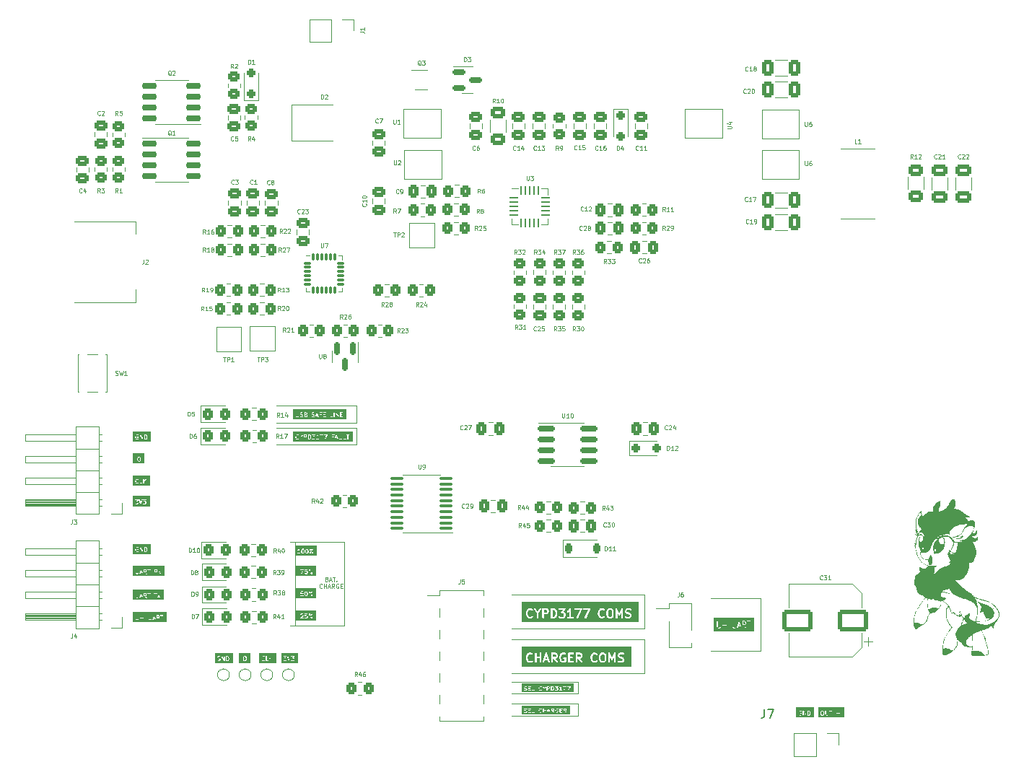
<source format=gto>
G04 #@! TF.GenerationSoftware,KiCad,Pcbnew,7.0.1*
G04 #@! TF.CreationDate,2023-10-22T20:19:39-04:00*
G04 #@! TF.ProjectId,battery_charging_devboard,62617474-6572-4795-9f63-68617267696e,rev?*
G04 #@! TF.SameCoordinates,Original*
G04 #@! TF.FileFunction,Legend,Top*
G04 #@! TF.FilePolarity,Positive*
%FSLAX46Y46*%
G04 Gerber Fmt 4.6, Leading zero omitted, Abs format (unit mm)*
G04 Created by KiCad (PCBNEW 7.0.1) date 2023-10-22 20:19:39*
%MOMM*%
%LPD*%
G01*
G04 APERTURE LIST*
G04 Aperture macros list*
%AMRoundRect*
0 Rectangle with rounded corners*
0 $1 Rounding radius*
0 $2 $3 $4 $5 $6 $7 $8 $9 X,Y pos of 4 corners*
0 Add a 4 corners polygon primitive as box body*
4,1,4,$2,$3,$4,$5,$6,$7,$8,$9,$2,$3,0*
0 Add four circle primitives for the rounded corners*
1,1,$1+$1,$2,$3*
1,1,$1+$1,$4,$5*
1,1,$1+$1,$6,$7*
1,1,$1+$1,$8,$9*
0 Add four rect primitives between the rounded corners*
20,1,$1+$1,$2,$3,$4,$5,0*
20,1,$1+$1,$4,$5,$6,$7,0*
20,1,$1+$1,$6,$7,$8,$9,0*
20,1,$1+$1,$8,$9,$2,$3,0*%
G04 Aperture macros list end*
%ADD10C,0.100000*%
%ADD11C,0.200000*%
%ADD12C,0.150000*%
%ADD13C,0.120000*%
%ADD14RoundRect,0.250000X-0.650000X0.412500X-0.650000X-0.412500X0.650000X-0.412500X0.650000X0.412500X0*%
%ADD15RoundRect,0.250000X0.450000X-0.350000X0.450000X0.350000X-0.450000X0.350000X-0.450000X-0.350000X0*%
%ADD16R,0.500000X0.470000*%
%ADD17R,0.550000X0.470000*%
%ADD18R,1.850000X2.700000*%
%ADD19RoundRect,0.250000X-0.337500X-0.475000X0.337500X-0.475000X0.337500X0.475000X-0.337500X0.475000X0*%
%ADD20RoundRect,0.250000X-0.350000X-0.450000X0.350000X-0.450000X0.350000X0.450000X-0.350000X0.450000X0*%
%ADD21RoundRect,0.250000X0.475000X-0.337500X0.475000X0.337500X-0.475000X0.337500X-0.475000X-0.337500X0*%
%ADD22RoundRect,0.250000X-0.412500X-0.650000X0.412500X-0.650000X0.412500X0.650000X-0.412500X0.650000X0*%
%ADD23RoundRect,0.250000X0.350000X0.450000X-0.350000X0.450000X-0.350000X-0.450000X0.350000X-0.450000X0*%
%ADD24RoundRect,0.250000X-0.250000X-0.250000X0.250000X-0.250000X0.250000X0.250000X-0.250000X0.250000X0*%
%ADD25RoundRect,0.250000X-0.325000X-0.450000X0.325000X-0.450000X0.325000X0.450000X-0.325000X0.450000X0*%
%ADD26RoundRect,0.250000X-0.475000X0.337500X-0.475000X-0.337500X0.475000X-0.337500X0.475000X0.337500X0*%
%ADD27RoundRect,0.250000X0.337500X0.475000X-0.337500X0.475000X-0.337500X-0.475000X0.337500X-0.475000X0*%
%ADD28RoundRect,0.250000X-0.450000X0.350000X-0.450000X-0.350000X0.450000X-0.350000X0.450000X0.350000X0*%
%ADD29RoundRect,0.150000X-0.150000X0.587500X-0.150000X-0.587500X0.150000X-0.587500X0.150000X0.587500X0*%
%ADD30C,0.800000*%
%ADD31C,6.000000*%
%ADD32RoundRect,0.150000X-0.725000X-0.150000X0.725000X-0.150000X0.725000X0.150000X-0.725000X0.150000X0*%
%ADD33RoundRect,0.250000X-0.625000X0.400000X-0.625000X-0.400000X0.625000X-0.400000X0.625000X0.400000X0*%
%ADD34R,2.500000X2.500000*%
%ADD35RoundRect,0.062500X-0.425000X-0.062500X0.425000X-0.062500X0.425000X0.062500X-0.425000X0.062500X0*%
%ADD36RoundRect,0.062500X-0.062500X-0.425000X0.062500X-0.425000X0.062500X0.425000X-0.062500X0.425000X0*%
%ADD37R,2.400000X2.400000*%
%ADD38RoundRect,0.250000X1.500000X1.000000X-1.500000X1.000000X-1.500000X-1.000000X1.500000X-1.000000X0*%
%ADD39C,1.000000*%
%ADD40R,2.510000X1.000000*%
%ADD41R,1.700000X1.700000*%
%ADD42O,1.700000X1.700000*%
%ADD43RoundRect,0.250000X0.625000X-0.400000X0.625000X0.400000X-0.625000X0.400000X-0.625000X-0.400000X0*%
%ADD44RoundRect,0.225000X-0.225000X-0.375000X0.225000X-0.375000X0.225000X0.375000X-0.225000X0.375000X0*%
%ADD45C,0.650000*%
%ADD46O,0.650000X0.950000*%
%ADD47R,0.700000X0.300000*%
%ADD48O,1.400000X0.800000*%
%ADD49R,2.850000X6.600000*%
%ADD50R,0.650000X1.050000*%
%ADD51RoundRect,0.150000X-0.587500X-0.150000X0.587500X-0.150000X0.587500X0.150000X-0.587500X0.150000X0*%
%ADD52RoundRect,0.100000X0.637500X0.100000X-0.637500X0.100000X-0.637500X-0.100000X0.637500X-0.100000X0*%
%ADD53R,1.500000X0.400000*%
%ADD54RoundRect,0.150000X0.725000X0.150000X-0.725000X0.150000X-0.725000X-0.150000X0.725000X-0.150000X0*%
%ADD55RoundRect,0.075000X-0.350000X-0.075000X0.350000X-0.075000X0.350000X0.075000X-0.350000X0.075000X0*%
%ADD56RoundRect,0.075000X-0.075000X-0.350000X0.075000X-0.350000X0.075000X0.350000X-0.075000X0.350000X0*%
%ADD57R,2.650000X2.650000*%
%ADD58RoundRect,0.150000X-0.825000X-0.150000X0.825000X-0.150000X0.825000X0.150000X-0.825000X0.150000X0*%
%ADD59RoundRect,0.250000X0.250000X-0.250000X0.250000X0.250000X-0.250000X0.250000X-0.250000X-0.250000X0*%
%ADD60R,3.150000X1.000000*%
%ADD61RoundRect,0.250000X-0.250000X0.250000X-0.250000X-0.250000X0.250000X-0.250000X0.250000X0.250000X0*%
%ADD62R,4.860000X3.360000*%
%ADD63R,1.400000X1.390000*%
G04 APERTURE END LIST*
D10*
X108400000Y-107000000D02*
X108400000Y-111000000D01*
X66800000Y-100800000D02*
X73200000Y-100800000D01*
X65200000Y-84800000D02*
X74600000Y-84800000D01*
X65200000Y-87400000D02*
X74600000Y-87400000D01*
X92800000Y-119800000D02*
X100600000Y-119800000D01*
X74600000Y-89400000D02*
X65200000Y-89400000D01*
X100600000Y-119800000D02*
X100600000Y-121200000D01*
X100600000Y-117200000D02*
X100600000Y-118600000D01*
X100600000Y-118600000D02*
X92800000Y-118600000D01*
X108400000Y-112200000D02*
X108400000Y-116200000D01*
X74600000Y-84800000D02*
X74600000Y-86800000D01*
X108400000Y-111000000D02*
X92800000Y-111000000D01*
X73200000Y-100800000D02*
X73200000Y-110600000D01*
X67400000Y-100800000D02*
X67400000Y-110600000D01*
X73200000Y-110600000D02*
X66800000Y-110600000D01*
X92800000Y-112200000D02*
X108400000Y-112200000D01*
X100600000Y-121200000D02*
X92800000Y-121200000D01*
X108400000Y-116200000D02*
X92800000Y-116200000D01*
X116200000Y-107400000D02*
X122000000Y-107400000D01*
X92800000Y-107000000D02*
X108400000Y-107000000D01*
X122000000Y-113600000D02*
X116200000Y-113600000D01*
X74600000Y-86800000D02*
X65200000Y-86800000D01*
X122000000Y-107400000D02*
X122000000Y-113600000D01*
X74600000Y-87400000D02*
X74600000Y-89400000D01*
X92800000Y-117200000D02*
X100600000Y-117200000D01*
G36*
X49165620Y-90903712D02*
G01*
X49197707Y-90935800D01*
X49216666Y-91011630D01*
X49216666Y-91165988D01*
X49197707Y-91241817D01*
X49165618Y-91273907D01*
X49135815Y-91288809D01*
X49064183Y-91288809D01*
X49034380Y-91273908D01*
X49002290Y-91241817D01*
X48983333Y-91165988D01*
X48983333Y-91011632D01*
X49002290Y-90935799D01*
X49034378Y-90903711D01*
X49064184Y-90888809D01*
X49135814Y-90888809D01*
X49165620Y-90903712D01*
G37*
G36*
X49733334Y-91621429D02*
G01*
X48378571Y-91621429D01*
X48378571Y-91345999D01*
X48669047Y-91345999D01*
X48675208Y-91366982D01*
X48697399Y-91386211D01*
X48726463Y-91390390D01*
X48753172Y-91378192D01*
X48769047Y-91353490D01*
X48769047Y-91170026D01*
X48881265Y-91170026D01*
X48883333Y-91178298D01*
X48883333Y-91179332D01*
X48885073Y-91185258D01*
X48908446Y-91278750D01*
X48911405Y-91292354D01*
X48917257Y-91298206D01*
X48921445Y-91305344D01*
X48927425Y-91308374D01*
X48964975Y-91345924D01*
X48969270Y-91353156D01*
X48981578Y-91359310D01*
X48993683Y-91365920D01*
X48994658Y-91365850D01*
X49027615Y-91382328D01*
X49037699Y-91388809D01*
X49047914Y-91388809D01*
X49057973Y-91390619D01*
X49062337Y-91388809D01*
X49144927Y-91388809D01*
X49156847Y-91390096D01*
X49165984Y-91385527D01*
X49175791Y-91382648D01*
X49178885Y-91379076D01*
X49211990Y-91362524D01*
X49220212Y-91360736D01*
X49229955Y-91350992D01*
X49240040Y-91341612D01*
X49240282Y-91340665D01*
X49277676Y-91303270D01*
X49287802Y-91293750D01*
X49289808Y-91285722D01*
X49293776Y-91278457D01*
X49293297Y-91271768D01*
X49313177Y-91192251D01*
X49316666Y-91186823D01*
X49316666Y-91178298D01*
X49316917Y-91177294D01*
X49316666Y-91171118D01*
X49316666Y-91013704D01*
X49318734Y-91007591D01*
X49316666Y-90999319D01*
X49316666Y-90998286D01*
X49314926Y-90992361D01*
X49291549Y-90898855D01*
X49288592Y-90885263D01*
X49282741Y-90879412D01*
X49278553Y-90872273D01*
X49272570Y-90869241D01*
X49235024Y-90831696D01*
X49230729Y-90824464D01*
X49218417Y-90818307D01*
X49206315Y-90811699D01*
X49205339Y-90811768D01*
X49172383Y-90795290D01*
X49162299Y-90788809D01*
X49152084Y-90788809D01*
X49142025Y-90786999D01*
X49137660Y-90788809D01*
X49055070Y-90788809D01*
X49043150Y-90787522D01*
X49034011Y-90792091D01*
X49024207Y-90794970D01*
X49021112Y-90798540D01*
X48988004Y-90815095D01*
X48979786Y-90816883D01*
X48970050Y-90826618D01*
X48959957Y-90836008D01*
X48959714Y-90836954D01*
X48922345Y-90874324D01*
X48912195Y-90883869D01*
X48910187Y-90891897D01*
X48906222Y-90899160D01*
X48906700Y-90905848D01*
X48886821Y-90985366D01*
X48883333Y-90990795D01*
X48883333Y-90999321D01*
X48883082Y-91000325D01*
X48883333Y-91006501D01*
X48883333Y-91163913D01*
X48881265Y-91170026D01*
X48769047Y-91170026D01*
X48769047Y-90831619D01*
X48762886Y-90810636D01*
X48740695Y-90791407D01*
X48711631Y-90787228D01*
X48684922Y-90799426D01*
X48669047Y-90824128D01*
X48669047Y-91345999D01*
X48378571Y-91345999D01*
X48378571Y-90428571D01*
X49733334Y-90428571D01*
X49733334Y-91621429D01*
G37*
G36*
X49387771Y-107145952D02*
G01*
X49288419Y-107145952D01*
X49338095Y-106996923D01*
X49387771Y-107145952D01*
G37*
G36*
X49879906Y-106903712D02*
G01*
X49892240Y-106916045D01*
X49907142Y-106945850D01*
X49907142Y-106993673D01*
X49892240Y-107023476D01*
X49879905Y-107035810D01*
X49850100Y-107050714D01*
X49793065Y-107050714D01*
X49781028Y-107049466D01*
X49778558Y-107050714D01*
X49721428Y-107050714D01*
X49721428Y-106888809D01*
X49850100Y-106888809D01*
X49879906Y-106903712D01*
G37*
G36*
X51971428Y-107621429D02*
G01*
X48378571Y-107621429D01*
X48378571Y-107252801D01*
X48667760Y-107252801D01*
X48672329Y-107261939D01*
X48675208Y-107271744D01*
X48678778Y-107274838D01*
X48695332Y-107307945D01*
X48697120Y-107316163D01*
X48706851Y-107325895D01*
X48716246Y-107335994D01*
X48717191Y-107336235D01*
X48726879Y-107345924D01*
X48731175Y-107353156D01*
X48743483Y-107359310D01*
X48755588Y-107365920D01*
X48756563Y-107365850D01*
X48789520Y-107382328D01*
X48799604Y-107388809D01*
X48809819Y-107388809D01*
X48819878Y-107390619D01*
X48824242Y-107388809D01*
X48906832Y-107388809D01*
X48918752Y-107390096D01*
X48927889Y-107385527D01*
X48937696Y-107382648D01*
X48940790Y-107379076D01*
X48973896Y-107362524D01*
X48982116Y-107360736D01*
X48991178Y-107351673D01*
X49120931Y-107351673D01*
X49135902Y-107376933D01*
X49162153Y-107390088D01*
X49191349Y-107386962D01*
X49214221Y-107368548D01*
X49255086Y-107245952D01*
X49421105Y-107245952D01*
X49459601Y-107361441D01*
X49472082Y-107379399D01*
X49499215Y-107390624D01*
X49528109Y-107385398D01*
X49549590Y-107365379D01*
X49556839Y-107336925D01*
X49508317Y-107191362D01*
X49508724Y-107188536D01*
X49503732Y-107177605D01*
X49480573Y-107108130D01*
X49619847Y-107108130D01*
X49621428Y-107111592D01*
X49621428Y-107345999D01*
X49627589Y-107366982D01*
X49649780Y-107386211D01*
X49678844Y-107390390D01*
X49705553Y-107378192D01*
X49721428Y-107353490D01*
X49721428Y-107150714D01*
X49764443Y-107150714D01*
X49920304Y-107373373D01*
X49937384Y-107387029D01*
X49966591Y-107390057D01*
X49992797Y-107376813D01*
X50007683Y-107351504D01*
X50006523Y-107322163D01*
X49883539Y-107146472D01*
X49890077Y-107144553D01*
X49893171Y-107140982D01*
X49926278Y-107124428D01*
X49934496Y-107122641D01*
X49944228Y-107112909D01*
X49954327Y-107103515D01*
X49954568Y-107102569D01*
X49964257Y-107092881D01*
X49971489Y-107088586D01*
X49977643Y-107076277D01*
X49984253Y-107064173D01*
X49984183Y-107063197D01*
X50000661Y-107030240D01*
X50007142Y-107020157D01*
X50007142Y-107009942D01*
X50008952Y-106999883D01*
X50007142Y-106995519D01*
X50007142Y-106936737D01*
X50008429Y-106924817D01*
X50003859Y-106915678D01*
X50000981Y-106905874D01*
X49997410Y-106902780D01*
X49980857Y-106869673D01*
X49979069Y-106861453D01*
X49969334Y-106851718D01*
X49964225Y-106846225D01*
X50048419Y-106846225D01*
X50060617Y-106872934D01*
X50085319Y-106888809D01*
X50192857Y-106888809D01*
X50192857Y-107345999D01*
X50199018Y-107366982D01*
X50221209Y-107386211D01*
X50250273Y-107390390D01*
X50276982Y-107378192D01*
X50292857Y-107353490D01*
X50292857Y-106888809D01*
X50392904Y-106888809D01*
X50413887Y-106882648D01*
X50433116Y-106860457D01*
X50435162Y-106846225D01*
X50810323Y-106846225D01*
X50822521Y-106872934D01*
X50847223Y-106888809D01*
X50954761Y-106888809D01*
X50954761Y-107345999D01*
X50960922Y-107366982D01*
X50983113Y-107386211D01*
X51012177Y-107390390D01*
X51038886Y-107378192D01*
X51054761Y-107353490D01*
X51054761Y-107333877D01*
X51214788Y-107333877D01*
X51220357Y-107362707D01*
X51240628Y-107383950D01*
X51269166Y-107390860D01*
X51296911Y-107381244D01*
X51397617Y-107253071D01*
X51493696Y-107375353D01*
X51511504Y-107388046D01*
X51540834Y-107389456D01*
X51566269Y-107374786D01*
X51579735Y-107348693D01*
X51576956Y-107319461D01*
X51461205Y-107172142D01*
X51572328Y-107030714D01*
X51580447Y-107010408D01*
X51574878Y-106981578D01*
X51554606Y-106960335D01*
X51526068Y-106953426D01*
X51498324Y-106963041D01*
X51397617Y-107091212D01*
X51301539Y-106968931D01*
X51283730Y-106956238D01*
X51254401Y-106954828D01*
X51228966Y-106969499D01*
X51215500Y-106995592D01*
X51218279Y-107024823D01*
X51334030Y-107172142D01*
X51222907Y-107313572D01*
X51214788Y-107333877D01*
X51054761Y-107333877D01*
X51054761Y-106888809D01*
X51154808Y-106888809D01*
X51175791Y-106882648D01*
X51195020Y-106860457D01*
X51199199Y-106831393D01*
X51187001Y-106804684D01*
X51162299Y-106788809D01*
X51008340Y-106788809D01*
X50997345Y-106787228D01*
X50993883Y-106788809D01*
X50854714Y-106788809D01*
X50833731Y-106794970D01*
X50814502Y-106817161D01*
X50810323Y-106846225D01*
X50435162Y-106846225D01*
X50437295Y-106831393D01*
X50425097Y-106804684D01*
X50400395Y-106788809D01*
X50246436Y-106788809D01*
X50235441Y-106787228D01*
X50231979Y-106788809D01*
X50092810Y-106788809D01*
X50071827Y-106794970D01*
X50052598Y-106817161D01*
X50048419Y-106846225D01*
X49964225Y-106846225D01*
X49959945Y-106841624D01*
X49958996Y-106841381D01*
X49949310Y-106831696D01*
X49945015Y-106824464D01*
X49932700Y-106818306D01*
X49920599Y-106811699D01*
X49919625Y-106811768D01*
X49886669Y-106795290D01*
X49876585Y-106788809D01*
X49866370Y-106788809D01*
X49856311Y-106786999D01*
X49851946Y-106788809D01*
X49675007Y-106788809D01*
X49664012Y-106787228D01*
X49653910Y-106791841D01*
X49643255Y-106794970D01*
X49640763Y-106797845D01*
X49637303Y-106799426D01*
X49631300Y-106808765D01*
X49624026Y-106817161D01*
X49623484Y-106820928D01*
X49621428Y-106824128D01*
X49621428Y-106835230D01*
X49619847Y-106846225D01*
X49621428Y-106849687D01*
X49621428Y-107097135D01*
X49619847Y-107108130D01*
X49480573Y-107108130D01*
X49388389Y-106831579D01*
X49388593Y-106825945D01*
X49383835Y-106817917D01*
X49383255Y-106816177D01*
X49380188Y-106811764D01*
X49373622Y-106800685D01*
X49371883Y-106799813D01*
X49370775Y-106798219D01*
X49358886Y-106793300D01*
X49347371Y-106787530D01*
X49345437Y-106787736D01*
X49343642Y-106786994D01*
X49330968Y-106789286D01*
X49318175Y-106790656D01*
X49316662Y-106791873D01*
X49314748Y-106792220D01*
X49305323Y-106801002D01*
X49295303Y-106809070D01*
X49294688Y-106810913D01*
X49293267Y-106812238D01*
X49290089Y-106824709D01*
X49174754Y-107170716D01*
X49171646Y-107174304D01*
X49170194Y-107184396D01*
X49121721Y-107329819D01*
X49120931Y-107351673D01*
X48991178Y-107351673D01*
X48991851Y-107351000D01*
X49001945Y-107341612D01*
X49002187Y-107340665D01*
X49011876Y-107330976D01*
X49019108Y-107326681D01*
X49025262Y-107314372D01*
X49031872Y-107302268D01*
X49031802Y-107301292D01*
X49048280Y-107268335D01*
X49054761Y-107258252D01*
X49054761Y-107248037D01*
X49056571Y-107237978D01*
X49054761Y-107233614D01*
X49054761Y-106831619D01*
X49048600Y-106810636D01*
X49026409Y-106791407D01*
X48997345Y-106787228D01*
X48970636Y-106799426D01*
X48954761Y-106824128D01*
X48954761Y-107231768D01*
X48939859Y-107261572D01*
X48927525Y-107273906D01*
X48897720Y-107288809D01*
X48826088Y-107288809D01*
X48796284Y-107273907D01*
X48783950Y-107261572D01*
X48769047Y-107231767D01*
X48769047Y-106831619D01*
X48762886Y-106810636D01*
X48740695Y-106791407D01*
X48711631Y-106787228D01*
X48684922Y-106799426D01*
X48669047Y-106824128D01*
X48669047Y-107240881D01*
X48667760Y-107252801D01*
X48378571Y-107252801D01*
X48378571Y-106428571D01*
X51971428Y-106428571D01*
X51971428Y-107621429D01*
G37*
G36*
X69348444Y-107057029D02*
G01*
X69353619Y-107067380D01*
X69348444Y-107077732D01*
X69338092Y-107082907D01*
X69327742Y-107077732D01*
X69322566Y-107067380D01*
X69327742Y-107057028D01*
X69338092Y-107051853D01*
X69348444Y-107057029D01*
G37*
G36*
X68737048Y-106703712D02*
G01*
X68749382Y-106716045D01*
X68767107Y-106751497D01*
X68788094Y-106835439D01*
X68788094Y-106942179D01*
X68767107Y-107026121D01*
X68749382Y-107061572D01*
X68737048Y-107073906D01*
X68707243Y-107088809D01*
X68683230Y-107088809D01*
X68653426Y-107073907D01*
X68641092Y-107061572D01*
X68623364Y-107026118D01*
X68602380Y-106942179D01*
X68602380Y-106835441D01*
X68623364Y-106751500D01*
X68641092Y-106716044D01*
X68653424Y-106703712D01*
X68683231Y-106688809D01*
X68707242Y-106688809D01*
X68737048Y-106703712D01*
G37*
G36*
X69110349Y-106699886D02*
G01*
X69115524Y-106710238D01*
X69110349Y-106720588D01*
X69099997Y-106725764D01*
X69089647Y-106720589D01*
X69084471Y-106710238D01*
X69089647Y-106699886D01*
X69099997Y-106694711D01*
X69110349Y-106699886D01*
G37*
G36*
X69876190Y-107421429D02*
G01*
X67378571Y-107421429D01*
X67378571Y-107087471D01*
X68024212Y-107087471D01*
X68030453Y-107116163D01*
X68060212Y-107145924D01*
X68064508Y-107153156D01*
X68076816Y-107159310D01*
X68088921Y-107165920D01*
X68089896Y-107165850D01*
X68122853Y-107182328D01*
X68132937Y-107188809D01*
X68143152Y-107188809D01*
X68153211Y-107190619D01*
X68157575Y-107188809D01*
X68263975Y-107188809D01*
X68275895Y-107190096D01*
X68285032Y-107185527D01*
X68294839Y-107182648D01*
X68297933Y-107179076D01*
X68331038Y-107162524D01*
X68339260Y-107160736D01*
X68348998Y-107150997D01*
X68359088Y-107141612D01*
X68359330Y-107140664D01*
X68369016Y-107130977D01*
X68376250Y-107126682D01*
X68382412Y-107114357D01*
X68389015Y-107102266D01*
X68388945Y-107101291D01*
X68405423Y-107068335D01*
X68411904Y-107058252D01*
X68411904Y-107048037D01*
X68413714Y-107037978D01*
X68411904Y-107033613D01*
X68411904Y-106946217D01*
X68500312Y-106946217D01*
X68502380Y-106954489D01*
X68502380Y-106955523D01*
X68504120Y-106961449D01*
X68525522Y-107047057D01*
X68524902Y-107052801D01*
X68529013Y-107061024D01*
X68529426Y-107062673D01*
X68532215Y-107067427D01*
X68552474Y-107107945D01*
X68554262Y-107116163D01*
X68563993Y-107125895D01*
X68573388Y-107135994D01*
X68574333Y-107136235D01*
X68584021Y-107145924D01*
X68588317Y-107153156D01*
X68600625Y-107159310D01*
X68612730Y-107165920D01*
X68613705Y-107165850D01*
X68646662Y-107182328D01*
X68656746Y-107188809D01*
X68666961Y-107188809D01*
X68677020Y-107190619D01*
X68681384Y-107188809D01*
X68716355Y-107188809D01*
X68728275Y-107190096D01*
X68737412Y-107185527D01*
X68747219Y-107182648D01*
X68750313Y-107179076D01*
X68783419Y-107162524D01*
X68791639Y-107160736D01*
X68801374Y-107151000D01*
X68811468Y-107141612D01*
X68811710Y-107140665D01*
X68817725Y-107134650D01*
X68976625Y-107134650D01*
X68982623Y-107163394D01*
X69003209Y-107184333D01*
X69031846Y-107190817D01*
X69059444Y-107180789D01*
X69141589Y-107072974D01*
X69214855Y-107072974D01*
X69215581Y-107074725D01*
X69215378Y-107076609D01*
X69221153Y-107088161D01*
X69226104Y-107100097D01*
X69227661Y-107101177D01*
X69240056Y-107125968D01*
X69239988Y-107127910D01*
X69246553Y-107138964D01*
X69248967Y-107143791D01*
X69250221Y-107145139D01*
X69254983Y-107153156D01*
X69260022Y-107155675D01*
X69263862Y-107159803D01*
X69272900Y-107162114D01*
X69310904Y-107181116D01*
X69318129Y-107186944D01*
X69330965Y-107188329D01*
X69343686Y-107190619D01*
X69345437Y-107189892D01*
X69347322Y-107190096D01*
X69358875Y-107184319D01*
X69370809Y-107179370D01*
X69371889Y-107177812D01*
X69396679Y-107165417D01*
X69398622Y-107165486D01*
X69409690Y-107158912D01*
X69414503Y-107156506D01*
X69415847Y-107155255D01*
X69423868Y-107150492D01*
X69426389Y-107145449D01*
X69430515Y-107141612D01*
X69432826Y-107132575D01*
X69451829Y-107094569D01*
X69457657Y-107087344D01*
X69459042Y-107074508D01*
X69461332Y-107061787D01*
X69460605Y-107060035D01*
X69460809Y-107058150D01*
X69455031Y-107046595D01*
X69450083Y-107034663D01*
X69448524Y-107033582D01*
X69436129Y-107008791D01*
X69436198Y-107006851D01*
X69429630Y-106995792D01*
X69427218Y-106990969D01*
X69425964Y-106989621D01*
X69421203Y-106981605D01*
X69416163Y-106979085D01*
X69412323Y-106974957D01*
X69403283Y-106972645D01*
X69365282Y-106953645D01*
X69358057Y-106947817D01*
X69345218Y-106946430D01*
X69332499Y-106944142D01*
X69330747Y-106944868D01*
X69328863Y-106944665D01*
X69317310Y-106950441D01*
X69305376Y-106955391D01*
X69304295Y-106956948D01*
X69279506Y-106969343D01*
X69277564Y-106969275D01*
X69266500Y-106975846D01*
X69261683Y-106978255D01*
X69260336Y-106979507D01*
X69252318Y-106984270D01*
X69249798Y-106989308D01*
X69245670Y-106993149D01*
X69243357Y-107002190D01*
X69224359Y-107040188D01*
X69218530Y-107047415D01*
X69217143Y-107060255D01*
X69214855Y-107072974D01*
X69141589Y-107072974D01*
X69453651Y-106663392D01*
X69461467Y-106642968D01*
X69455469Y-106614224D01*
X69434883Y-106593286D01*
X69406246Y-106586801D01*
X69378648Y-106596829D01*
X68984441Y-107114226D01*
X68976625Y-107134650D01*
X68817725Y-107134650D01*
X68821399Y-107130976D01*
X68828631Y-107126681D01*
X68834785Y-107114372D01*
X68841395Y-107102268D01*
X68841325Y-107101292D01*
X68855023Y-107073896D01*
X68859230Y-107069941D01*
X68861459Y-107061024D01*
X68862221Y-107059501D01*
X68863199Y-107054064D01*
X68884605Y-106968442D01*
X68888094Y-106963014D01*
X68888094Y-106954489D01*
X68888345Y-106953485D01*
X68888094Y-106947309D01*
X68888094Y-106837513D01*
X68890162Y-106831400D01*
X68888094Y-106823128D01*
X68888094Y-106822095D01*
X68886354Y-106816170D01*
X68864950Y-106730560D01*
X68865571Y-106724817D01*
X68861459Y-106716593D01*
X68861269Y-106715832D01*
X68976760Y-106715832D01*
X68977486Y-106717583D01*
X68977283Y-106719467D01*
X68983057Y-106731016D01*
X68988009Y-106742955D01*
X68989567Y-106744035D01*
X69001961Y-106768824D01*
X69001893Y-106770767D01*
X69008464Y-106781831D01*
X69010873Y-106786648D01*
X69012125Y-106787994D01*
X69016888Y-106796013D01*
X69021928Y-106798533D01*
X69025767Y-106802660D01*
X69034805Y-106804971D01*
X69072809Y-106823973D01*
X69080034Y-106829801D01*
X69092870Y-106831186D01*
X69105591Y-106833476D01*
X69107342Y-106832749D01*
X69109227Y-106832953D01*
X69120780Y-106827176D01*
X69132714Y-106822227D01*
X69133794Y-106820669D01*
X69158584Y-106808274D01*
X69160526Y-106808343D01*
X69171592Y-106801770D01*
X69176408Y-106799363D01*
X69177752Y-106798112D01*
X69185773Y-106793349D01*
X69188294Y-106788306D01*
X69192420Y-106784469D01*
X69194731Y-106775433D01*
X69213734Y-106737427D01*
X69219562Y-106730202D01*
X69220947Y-106717366D01*
X69223237Y-106704645D01*
X69222510Y-106702893D01*
X69222714Y-106701008D01*
X69216938Y-106689457D01*
X69211989Y-106677522D01*
X69210430Y-106676440D01*
X69198035Y-106651651D01*
X69198104Y-106649710D01*
X69191532Y-106638646D01*
X69189123Y-106633827D01*
X69187870Y-106632480D01*
X69183109Y-106624464D01*
X69178068Y-106621943D01*
X69174228Y-106617815D01*
X69165188Y-106615503D01*
X69127188Y-106596502D01*
X69119962Y-106590674D01*
X69107126Y-106589288D01*
X69094405Y-106586999D01*
X69092653Y-106587725D01*
X69090768Y-106587522D01*
X69079217Y-106593297D01*
X69067282Y-106598247D01*
X69066200Y-106599805D01*
X69041409Y-106612201D01*
X69039469Y-106612133D01*
X69028410Y-106618700D01*
X69023587Y-106621113D01*
X69022239Y-106622366D01*
X69014223Y-106627128D01*
X69011703Y-106632167D01*
X69007575Y-106636008D01*
X69005263Y-106645047D01*
X68986263Y-106683048D01*
X68980435Y-106690274D01*
X68979048Y-106703112D01*
X68976760Y-106715832D01*
X68861269Y-106715832D01*
X68861047Y-106714945D01*
X68858257Y-106710190D01*
X68837999Y-106669673D01*
X68836211Y-106661453D01*
X68826476Y-106651718D01*
X68817087Y-106641624D01*
X68816138Y-106641381D01*
X68806452Y-106631696D01*
X68802157Y-106624464D01*
X68789842Y-106618306D01*
X68777741Y-106611699D01*
X68776767Y-106611768D01*
X68743811Y-106595290D01*
X68733727Y-106588809D01*
X68723512Y-106588809D01*
X68713453Y-106586999D01*
X68709088Y-106588809D01*
X68674117Y-106588809D01*
X68662197Y-106587522D01*
X68653058Y-106592091D01*
X68643254Y-106594970D01*
X68640159Y-106598540D01*
X68607051Y-106615095D01*
X68598834Y-106616883D01*
X68589110Y-106626606D01*
X68579004Y-106636008D01*
X68578761Y-106636955D01*
X68569077Y-106646639D01*
X68561844Y-106650936D01*
X68555687Y-106663247D01*
X68549079Y-106675350D01*
X68549148Y-106676325D01*
X68535450Y-106703720D01*
X68531242Y-106707678D01*
X68529012Y-106716595D01*
X68528252Y-106718117D01*
X68527274Y-106723546D01*
X68505868Y-106809175D01*
X68502380Y-106814604D01*
X68502380Y-106823130D01*
X68502129Y-106824134D01*
X68502380Y-106830310D01*
X68502380Y-106940104D01*
X68500312Y-106946217D01*
X68411904Y-106946217D01*
X68411904Y-106927213D01*
X68413191Y-106915293D01*
X68408621Y-106906154D01*
X68405743Y-106896350D01*
X68402172Y-106893255D01*
X68385617Y-106860147D01*
X68383830Y-106851930D01*
X68374106Y-106842206D01*
X68364705Y-106832100D01*
X68363757Y-106831857D01*
X68354073Y-106822173D01*
X68349777Y-106814940D01*
X68337465Y-106808783D01*
X68325363Y-106802175D01*
X68324387Y-106802244D01*
X68291431Y-106785766D01*
X68281347Y-106779285D01*
X68271132Y-106779285D01*
X68261073Y-106777475D01*
X68256708Y-106779285D01*
X68150308Y-106779285D01*
X68138388Y-106777998D01*
X68136221Y-106779081D01*
X68145248Y-106688809D01*
X68345284Y-106688809D01*
X68366267Y-106682648D01*
X68385496Y-106660457D01*
X68389675Y-106631393D01*
X68377477Y-106604684D01*
X68352775Y-106588809D01*
X68106089Y-106588809D01*
X68097752Y-106586747D01*
X68084889Y-106591134D01*
X68071826Y-106594970D01*
X68071063Y-106595850D01*
X68069962Y-106596226D01*
X68061514Y-106606870D01*
X68052597Y-106617161D01*
X68052431Y-106618314D01*
X68051708Y-106619226D01*
X68050355Y-106632747D01*
X68048418Y-106646225D01*
X68048902Y-106647285D01*
X68027447Y-106861838D01*
X68025270Y-106865826D01*
X68026011Y-106876197D01*
X68025723Y-106879083D01*
X68026521Y-106883327D01*
X68027364Y-106895115D01*
X68029199Y-106897566D01*
X68029765Y-106900575D01*
X68037880Y-106909162D01*
X68044961Y-106918621D01*
X68047829Y-106919690D01*
X68049933Y-106921917D01*
X68061406Y-106924754D01*
X68072472Y-106928882D01*
X68075462Y-106928231D01*
X68078437Y-106928967D01*
X68089625Y-106925150D01*
X68101164Y-106922640D01*
X68103328Y-106920475D01*
X68106227Y-106919487D01*
X68113573Y-106910230D01*
X68129615Y-106894188D01*
X68159422Y-106879285D01*
X68254862Y-106879285D01*
X68284668Y-106894188D01*
X68297000Y-106906520D01*
X68311904Y-106936327D01*
X68311904Y-107031768D01*
X68297000Y-107061573D01*
X68284667Y-107073906D01*
X68254863Y-107088809D01*
X68159421Y-107088809D01*
X68129617Y-107073907D01*
X68106462Y-107050751D01*
X68087269Y-107040270D01*
X68057980Y-107042364D01*
X68034473Y-107059960D01*
X68024212Y-107087471D01*
X67378571Y-107087471D01*
X67378571Y-106228571D01*
X69876190Y-106228571D01*
X69876190Y-107421429D01*
G37*
G36*
X49906324Y-101506320D02*
G01*
X49939859Y-101539855D01*
X49957586Y-101575309D01*
X49978571Y-101659249D01*
X49978571Y-101718367D01*
X49957585Y-101802310D01*
X49939859Y-101837761D01*
X49906323Y-101871298D01*
X49853790Y-101888809D01*
X49792857Y-101888809D01*
X49792857Y-101488809D01*
X49853792Y-101488809D01*
X49906324Y-101506320D01*
G37*
G36*
X50495239Y-102221429D02*
G01*
X48378571Y-102221429D01*
X48378571Y-101722407D01*
X48643170Y-101722407D01*
X48645238Y-101730679D01*
X48645238Y-101731713D01*
X48646978Y-101737639D01*
X48668380Y-101823247D01*
X48667760Y-101828991D01*
X48671871Y-101837214D01*
X48672284Y-101838863D01*
X48675073Y-101843617D01*
X48695332Y-101884134D01*
X48697120Y-101892354D01*
X48706860Y-101902094D01*
X48716246Y-101912184D01*
X48717191Y-101912425D01*
X48753218Y-101948453D01*
X48760737Y-101957792D01*
X48770429Y-101961022D01*
X48779398Y-101965920D01*
X48784110Y-101965583D01*
X48840146Y-101984261D01*
X48847223Y-101988809D01*
X48860992Y-101988809D01*
X48874769Y-101989307D01*
X48875609Y-101988809D01*
X48903253Y-101988809D01*
X48911406Y-101990886D01*
X48924471Y-101986530D01*
X48937696Y-101982648D01*
X48938335Y-101981909D01*
X48994214Y-101963284D01*
X49005927Y-101960736D01*
X49013149Y-101953513D01*
X49021543Y-101947680D01*
X49023350Y-101943311D01*
X49033737Y-101932924D01*
X49038886Y-101930573D01*
X49043917Y-101922743D01*
X49045201Y-101921460D01*
X49047792Y-101916714D01*
X49054761Y-101905871D01*
X49054761Y-101903953D01*
X49055682Y-101902266D01*
X49054761Y-101889390D01*
X49054761Y-101728102D01*
X49056342Y-101717107D01*
X49051728Y-101707005D01*
X49048600Y-101696350D01*
X49045724Y-101693858D01*
X49044144Y-101690398D01*
X49034804Y-101684395D01*
X49026409Y-101677121D01*
X49022641Y-101676579D01*
X49019442Y-101674523D01*
X49008340Y-101674523D01*
X48997345Y-101672942D01*
X48993883Y-101674523D01*
X48902333Y-101674523D01*
X48881350Y-101680684D01*
X48862121Y-101702875D01*
X48857942Y-101731939D01*
X48870140Y-101758648D01*
X48894842Y-101774523D01*
X48954761Y-101774523D01*
X48954761Y-101870480D01*
X48953943Y-101871297D01*
X48901408Y-101888809D01*
X48870019Y-101888809D01*
X48817485Y-101871298D01*
X48783949Y-101837762D01*
X48766222Y-101802308D01*
X48745238Y-101718369D01*
X48745238Y-101659251D01*
X48766222Y-101575310D01*
X48783950Y-101539854D01*
X48817485Y-101506320D01*
X48870018Y-101488809D01*
X48921529Y-101488809D01*
X48965022Y-101510556D01*
X48986545Y-101514429D01*
X49013668Y-101503181D01*
X49030404Y-101479054D01*
X49031398Y-101450869D01*
X49168351Y-101450869D01*
X49169047Y-101452087D01*
X49169047Y-101945999D01*
X49175208Y-101966982D01*
X49197399Y-101986211D01*
X49226463Y-101990390D01*
X49253172Y-101978192D01*
X49269047Y-101953490D01*
X49269047Y-101627087D01*
X49458437Y-101958520D01*
X49460922Y-101966982D01*
X49471038Y-101975748D01*
X49480676Y-101985020D01*
X49482051Y-101985291D01*
X49483113Y-101986211D01*
X49496359Y-101988115D01*
X49509483Y-101990706D01*
X49510787Y-101990190D01*
X49512177Y-101990390D01*
X49524349Y-101984830D01*
X49536791Y-101979914D01*
X49537609Y-101978774D01*
X49538886Y-101978192D01*
X49546119Y-101966936D01*
X49553929Y-101956072D01*
X49554002Y-101954671D01*
X49554761Y-101953490D01*
X49554761Y-101946225D01*
X49691276Y-101946225D01*
X49695889Y-101956326D01*
X49699018Y-101966982D01*
X49701893Y-101969473D01*
X49703474Y-101972934D01*
X49712813Y-101978936D01*
X49721209Y-101986211D01*
X49724976Y-101986752D01*
X49728176Y-101988809D01*
X49739278Y-101988809D01*
X49750273Y-101990390D01*
X49753735Y-101988809D01*
X49855636Y-101988809D01*
X49863789Y-101990886D01*
X49876857Y-101986529D01*
X49890078Y-101982648D01*
X49890717Y-101981909D01*
X49946590Y-101963285D01*
X49958308Y-101960736D01*
X49965531Y-101953512D01*
X49973924Y-101947680D01*
X49975730Y-101943313D01*
X50011876Y-101907166D01*
X50019108Y-101902872D01*
X50025268Y-101890551D01*
X50031872Y-101878457D01*
X50031802Y-101877483D01*
X50045500Y-101850086D01*
X50049709Y-101846130D01*
X50051938Y-101837212D01*
X50052699Y-101835691D01*
X50053676Y-101830261D01*
X50075082Y-101744632D01*
X50078571Y-101739204D01*
X50078571Y-101730678D01*
X50078822Y-101729674D01*
X50078571Y-101723498D01*
X50078571Y-101661324D01*
X50080639Y-101655211D01*
X50078571Y-101646939D01*
X50078571Y-101645905D01*
X50076830Y-101639978D01*
X50055428Y-101554370D01*
X50056049Y-101548627D01*
X50051937Y-101540403D01*
X50051525Y-101538755D01*
X50048735Y-101534000D01*
X50028475Y-101493481D01*
X50026688Y-101485263D01*
X50016952Y-101475527D01*
X50007563Y-101465434D01*
X50006616Y-101465191D01*
X49970589Y-101429165D01*
X49963072Y-101419828D01*
X49953381Y-101416597D01*
X49944411Y-101411699D01*
X49939697Y-101412036D01*
X49883662Y-101393356D01*
X49876586Y-101388809D01*
X49862828Y-101388809D01*
X49849041Y-101388310D01*
X49848199Y-101388809D01*
X49746436Y-101388809D01*
X49735441Y-101387228D01*
X49725339Y-101391841D01*
X49714684Y-101394970D01*
X49712192Y-101397845D01*
X49708732Y-101399426D01*
X49702729Y-101408765D01*
X49695455Y-101417161D01*
X49694913Y-101420928D01*
X49692857Y-101424128D01*
X49692857Y-101435230D01*
X49691276Y-101446225D01*
X49692857Y-101449687D01*
X49692857Y-101935230D01*
X49691276Y-101946225D01*
X49554761Y-101946225D01*
X49554761Y-101940105D01*
X49555457Y-101926748D01*
X49554761Y-101925530D01*
X49554761Y-101431619D01*
X49548600Y-101410636D01*
X49526409Y-101391407D01*
X49497345Y-101387228D01*
X49470636Y-101399426D01*
X49454761Y-101424128D01*
X49454761Y-101750530D01*
X49265369Y-101419095D01*
X49262886Y-101410636D01*
X49252776Y-101401875D01*
X49243132Y-101392598D01*
X49241756Y-101392326D01*
X49240695Y-101391407D01*
X49227448Y-101389502D01*
X49214325Y-101386912D01*
X49213020Y-101387427D01*
X49211631Y-101387228D01*
X49199458Y-101392787D01*
X49187017Y-101397704D01*
X49186198Y-101398843D01*
X49184922Y-101399426D01*
X49177688Y-101410681D01*
X49169879Y-101421546D01*
X49169805Y-101422946D01*
X49169047Y-101424128D01*
X49169047Y-101437512D01*
X49168351Y-101450869D01*
X49031398Y-101450869D01*
X49031439Y-101449710D01*
X49016444Y-101424464D01*
X48958098Y-101395290D01*
X48948014Y-101388809D01*
X48937799Y-101388809D01*
X48927740Y-101386999D01*
X48923375Y-101388809D01*
X48868173Y-101388809D01*
X48860020Y-101386732D01*
X48846955Y-101391087D01*
X48833731Y-101394970D01*
X48833090Y-101395708D01*
X48777216Y-101414334D01*
X48765501Y-101416883D01*
X48758277Y-101424106D01*
X48749885Y-101429939D01*
X48748078Y-101434305D01*
X48711934Y-101470450D01*
X48704702Y-101474746D01*
X48698545Y-101487057D01*
X48691937Y-101499160D01*
X48692006Y-101500135D01*
X48678308Y-101527530D01*
X48674100Y-101531488D01*
X48671870Y-101540405D01*
X48671110Y-101541927D01*
X48670132Y-101547356D01*
X48648726Y-101632985D01*
X48645238Y-101638414D01*
X48645238Y-101646940D01*
X48644987Y-101647944D01*
X48645238Y-101654120D01*
X48645238Y-101716294D01*
X48643170Y-101722407D01*
X48378571Y-101722407D01*
X48378571Y-101028571D01*
X50495239Y-101028571D01*
X50495239Y-102221429D01*
G37*
G36*
X49387771Y-104345952D02*
G01*
X49288419Y-104345952D01*
X49338095Y-104196923D01*
X49387771Y-104345952D01*
G37*
G36*
X51141810Y-104103712D02*
G01*
X51154144Y-104116045D01*
X51169046Y-104145850D01*
X51169046Y-104193673D01*
X51154144Y-104223476D01*
X51141809Y-104235810D01*
X51112004Y-104250714D01*
X51054969Y-104250714D01*
X51042932Y-104249466D01*
X51040462Y-104250714D01*
X50983332Y-104250714D01*
X50983332Y-104088809D01*
X51112004Y-104088809D01*
X51141810Y-104103712D01*
G37*
G36*
X49879906Y-104103712D02*
G01*
X49892240Y-104116045D01*
X49907142Y-104145850D01*
X49907142Y-104193673D01*
X49892240Y-104223476D01*
X49879905Y-104235810D01*
X49850100Y-104250714D01*
X49793065Y-104250714D01*
X49781028Y-104249466D01*
X49778558Y-104250714D01*
X49721428Y-104250714D01*
X49721428Y-104088809D01*
X49850100Y-104088809D01*
X49879906Y-104103712D01*
G37*
G36*
X52090476Y-104821429D02*
G01*
X48378571Y-104821429D01*
X48378571Y-104452801D01*
X48667760Y-104452801D01*
X48672329Y-104461939D01*
X48675208Y-104471744D01*
X48678778Y-104474838D01*
X48695332Y-104507945D01*
X48697120Y-104516163D01*
X48706851Y-104525895D01*
X48716246Y-104535994D01*
X48717191Y-104536235D01*
X48726879Y-104545924D01*
X48731175Y-104553156D01*
X48743483Y-104559310D01*
X48755588Y-104565920D01*
X48756563Y-104565850D01*
X48789520Y-104582328D01*
X48799604Y-104588809D01*
X48809819Y-104588809D01*
X48819878Y-104590619D01*
X48824242Y-104588809D01*
X48906832Y-104588809D01*
X48918752Y-104590096D01*
X48927889Y-104585527D01*
X48937696Y-104582648D01*
X48940790Y-104579076D01*
X48973896Y-104562524D01*
X48982116Y-104560736D01*
X48991178Y-104551673D01*
X49120931Y-104551673D01*
X49135902Y-104576933D01*
X49162153Y-104590088D01*
X49191349Y-104586962D01*
X49214221Y-104568548D01*
X49255086Y-104445952D01*
X49421105Y-104445952D01*
X49459601Y-104561441D01*
X49472082Y-104579399D01*
X49499215Y-104590624D01*
X49528109Y-104585398D01*
X49549590Y-104565379D01*
X49556839Y-104536925D01*
X49508317Y-104391362D01*
X49508724Y-104388536D01*
X49503732Y-104377605D01*
X49480573Y-104308130D01*
X49619847Y-104308130D01*
X49621428Y-104311592D01*
X49621428Y-104545999D01*
X49627589Y-104566982D01*
X49649780Y-104586211D01*
X49678844Y-104590390D01*
X49705553Y-104578192D01*
X49721428Y-104553490D01*
X49721428Y-104350714D01*
X49764443Y-104350714D01*
X49920304Y-104573373D01*
X49937384Y-104587029D01*
X49966591Y-104590057D01*
X49992797Y-104576813D01*
X50007683Y-104551504D01*
X50006523Y-104522163D01*
X49883539Y-104346472D01*
X49890077Y-104344553D01*
X49893171Y-104340982D01*
X49926278Y-104324428D01*
X49934496Y-104322641D01*
X49944228Y-104312909D01*
X49954327Y-104303515D01*
X49954568Y-104302569D01*
X49964257Y-104292881D01*
X49971489Y-104288586D01*
X49977643Y-104276277D01*
X49984253Y-104264173D01*
X49984183Y-104263197D01*
X50000661Y-104230240D01*
X50007142Y-104220157D01*
X50007142Y-104209942D01*
X50008952Y-104199883D01*
X50007142Y-104195519D01*
X50007142Y-104136737D01*
X50008429Y-104124817D01*
X50003859Y-104115678D01*
X50000981Y-104105874D01*
X49997410Y-104102780D01*
X49980857Y-104069673D01*
X49979069Y-104061453D01*
X49969334Y-104051718D01*
X49964225Y-104046225D01*
X50048419Y-104046225D01*
X50060617Y-104072934D01*
X50085319Y-104088809D01*
X50192857Y-104088809D01*
X50192857Y-104545999D01*
X50199018Y-104566982D01*
X50221209Y-104586211D01*
X50250273Y-104590390D01*
X50276982Y-104578192D01*
X50292857Y-104553490D01*
X50292857Y-104308130D01*
X50881751Y-104308130D01*
X50883332Y-104311592D01*
X50883332Y-104545999D01*
X50889493Y-104566982D01*
X50911684Y-104586211D01*
X50940748Y-104590390D01*
X50967457Y-104578192D01*
X50983332Y-104553490D01*
X50983332Y-104350714D01*
X51026347Y-104350714D01*
X51182208Y-104573373D01*
X51199288Y-104587029D01*
X51228495Y-104590057D01*
X51254701Y-104576813D01*
X51269587Y-104551504D01*
X51268890Y-104533877D01*
X51333836Y-104533877D01*
X51339405Y-104562707D01*
X51359676Y-104583950D01*
X51388214Y-104590860D01*
X51415959Y-104581244D01*
X51516665Y-104453071D01*
X51612744Y-104575353D01*
X51630552Y-104588046D01*
X51659882Y-104589456D01*
X51685317Y-104574786D01*
X51698783Y-104548693D01*
X51696004Y-104519461D01*
X51580253Y-104372142D01*
X51691376Y-104230714D01*
X51699495Y-104210408D01*
X51693926Y-104181578D01*
X51673654Y-104160335D01*
X51645116Y-104153426D01*
X51617372Y-104163041D01*
X51516665Y-104291212D01*
X51420587Y-104168931D01*
X51402778Y-104156238D01*
X51373449Y-104154828D01*
X51348014Y-104169499D01*
X51334548Y-104195592D01*
X51337327Y-104224823D01*
X51453078Y-104372142D01*
X51341955Y-104513572D01*
X51333836Y-104533877D01*
X51268890Y-104533877D01*
X51268427Y-104522163D01*
X51145443Y-104346472D01*
X51151981Y-104344553D01*
X51155075Y-104340982D01*
X51188182Y-104324428D01*
X51196400Y-104322641D01*
X51206132Y-104312909D01*
X51216231Y-104303515D01*
X51216472Y-104302569D01*
X51226161Y-104292881D01*
X51233393Y-104288586D01*
X51239547Y-104276277D01*
X51246157Y-104264173D01*
X51246087Y-104263197D01*
X51262565Y-104230240D01*
X51269046Y-104220157D01*
X51269046Y-104209942D01*
X51270856Y-104199883D01*
X51269046Y-104195519D01*
X51269046Y-104136737D01*
X51270333Y-104124817D01*
X51265763Y-104115678D01*
X51262885Y-104105874D01*
X51259314Y-104102780D01*
X51242761Y-104069673D01*
X51240973Y-104061453D01*
X51231238Y-104051718D01*
X51221849Y-104041624D01*
X51220900Y-104041381D01*
X51211214Y-104031696D01*
X51206919Y-104024464D01*
X51194604Y-104018306D01*
X51182503Y-104011699D01*
X51181529Y-104011768D01*
X51148573Y-103995290D01*
X51138489Y-103988809D01*
X51128274Y-103988809D01*
X51118215Y-103986999D01*
X51113850Y-103988809D01*
X50936911Y-103988809D01*
X50925916Y-103987228D01*
X50915814Y-103991841D01*
X50905159Y-103994970D01*
X50902667Y-103997845D01*
X50899207Y-103999426D01*
X50893204Y-104008765D01*
X50885930Y-104017161D01*
X50885388Y-104020928D01*
X50883332Y-104024128D01*
X50883332Y-104035230D01*
X50881751Y-104046225D01*
X50883332Y-104049687D01*
X50883332Y-104297135D01*
X50881751Y-104308130D01*
X50292857Y-104308130D01*
X50292857Y-104088809D01*
X50392904Y-104088809D01*
X50413887Y-104082648D01*
X50433116Y-104060457D01*
X50437295Y-104031393D01*
X50425097Y-104004684D01*
X50400395Y-103988809D01*
X50246436Y-103988809D01*
X50235441Y-103987228D01*
X50231979Y-103988809D01*
X50092810Y-103988809D01*
X50071827Y-103994970D01*
X50052598Y-104017161D01*
X50048419Y-104046225D01*
X49964225Y-104046225D01*
X49959945Y-104041624D01*
X49958996Y-104041381D01*
X49949310Y-104031696D01*
X49945015Y-104024464D01*
X49932700Y-104018306D01*
X49920599Y-104011699D01*
X49919625Y-104011768D01*
X49886669Y-103995290D01*
X49876585Y-103988809D01*
X49866370Y-103988809D01*
X49856311Y-103986999D01*
X49851946Y-103988809D01*
X49675007Y-103988809D01*
X49664012Y-103987228D01*
X49653910Y-103991841D01*
X49643255Y-103994970D01*
X49640763Y-103997845D01*
X49637303Y-103999426D01*
X49631300Y-104008765D01*
X49624026Y-104017161D01*
X49623484Y-104020928D01*
X49621428Y-104024128D01*
X49621428Y-104035230D01*
X49619847Y-104046225D01*
X49621428Y-104049687D01*
X49621428Y-104297135D01*
X49619847Y-104308130D01*
X49480573Y-104308130D01*
X49388389Y-104031579D01*
X49388593Y-104025945D01*
X49383835Y-104017917D01*
X49383255Y-104016177D01*
X49380188Y-104011764D01*
X49373622Y-104000685D01*
X49371883Y-103999813D01*
X49370775Y-103998219D01*
X49358886Y-103993300D01*
X49347371Y-103987530D01*
X49345437Y-103987736D01*
X49343642Y-103986994D01*
X49330968Y-103989286D01*
X49318175Y-103990656D01*
X49316662Y-103991873D01*
X49314748Y-103992220D01*
X49305323Y-104001002D01*
X49295303Y-104009070D01*
X49294688Y-104010913D01*
X49293267Y-104012238D01*
X49290089Y-104024709D01*
X49174754Y-104370716D01*
X49171646Y-104374304D01*
X49170194Y-104384396D01*
X49121721Y-104529819D01*
X49120931Y-104551673D01*
X48991178Y-104551673D01*
X48991851Y-104551000D01*
X49001945Y-104541612D01*
X49002187Y-104540665D01*
X49011876Y-104530976D01*
X49019108Y-104526681D01*
X49025262Y-104514372D01*
X49031872Y-104502268D01*
X49031802Y-104501292D01*
X49048280Y-104468335D01*
X49054761Y-104458252D01*
X49054761Y-104448037D01*
X49056571Y-104437978D01*
X49054761Y-104433614D01*
X49054761Y-104031619D01*
X49048600Y-104010636D01*
X49026409Y-103991407D01*
X48997345Y-103987228D01*
X48970636Y-103999426D01*
X48954761Y-104024128D01*
X48954761Y-104431768D01*
X48939859Y-104461572D01*
X48927525Y-104473906D01*
X48897720Y-104488809D01*
X48826088Y-104488809D01*
X48796284Y-104473907D01*
X48783950Y-104461572D01*
X48769047Y-104431767D01*
X48769047Y-104031619D01*
X48762886Y-104010636D01*
X48740695Y-103991407D01*
X48711631Y-103987228D01*
X48684922Y-103999426D01*
X48669047Y-104024128D01*
X48669047Y-104440881D01*
X48667760Y-104452801D01*
X48378571Y-104452801D01*
X48378571Y-103628571D01*
X52090476Y-103628571D01*
X52090476Y-104821429D01*
G37*
G36*
X69111085Y-88306320D02*
G01*
X69144620Y-88339855D01*
X69162347Y-88375309D01*
X69183332Y-88459249D01*
X69183332Y-88518367D01*
X69162346Y-88602310D01*
X69144620Y-88637761D01*
X69111084Y-88671298D01*
X69058551Y-88688809D01*
X68997618Y-88688809D01*
X68997618Y-88288809D01*
X69058553Y-88288809D01*
X69111085Y-88306320D01*
G37*
G36*
X72306815Y-88545952D02*
G01*
X72207463Y-88545952D01*
X72257139Y-88396923D01*
X72306815Y-88545952D01*
G37*
G36*
X68656096Y-88303712D02*
G01*
X68668430Y-88316045D01*
X68683332Y-88345850D01*
X68683332Y-88393673D01*
X68668430Y-88423476D01*
X68656095Y-88435810D01*
X68626290Y-88450714D01*
X68497618Y-88450714D01*
X68497618Y-88288809D01*
X68626290Y-88288809D01*
X68656096Y-88303712D01*
G37*
G36*
X74152378Y-89021429D02*
G01*
X67178571Y-89021429D01*
X67178571Y-88522407D01*
X67443170Y-88522407D01*
X67445238Y-88530679D01*
X67445238Y-88531713D01*
X67446978Y-88537639D01*
X67468380Y-88623247D01*
X67467760Y-88628991D01*
X67471871Y-88637214D01*
X67472284Y-88638863D01*
X67475073Y-88643617D01*
X67495332Y-88684134D01*
X67497120Y-88692354D01*
X67506860Y-88702094D01*
X67516246Y-88712184D01*
X67517191Y-88712425D01*
X67553218Y-88748453D01*
X67560737Y-88757792D01*
X67570429Y-88761022D01*
X67579398Y-88765920D01*
X67584110Y-88765583D01*
X67640146Y-88784261D01*
X67647223Y-88788809D01*
X67660992Y-88788809D01*
X67674769Y-88789307D01*
X67675609Y-88788809D01*
X67703253Y-88788809D01*
X67711406Y-88790886D01*
X67724471Y-88786530D01*
X67737696Y-88782648D01*
X67738335Y-88781909D01*
X67794214Y-88763284D01*
X67805927Y-88760736D01*
X67813149Y-88753513D01*
X67821543Y-88747680D01*
X67823350Y-88743311D01*
X67845201Y-88721460D01*
X67855682Y-88702266D01*
X67853587Y-88672978D01*
X67835990Y-88649472D01*
X67808478Y-88639212D01*
X67779786Y-88645454D01*
X67753943Y-88671297D01*
X67701408Y-88688809D01*
X67670019Y-88688809D01*
X67617485Y-88671298D01*
X67583949Y-88637762D01*
X67566222Y-88602308D01*
X67545238Y-88518369D01*
X67545238Y-88459251D01*
X67566222Y-88375310D01*
X67583950Y-88339854D01*
X67617485Y-88306320D01*
X67670018Y-88288809D01*
X67701408Y-88288809D01*
X67753944Y-88306321D01*
X67774490Y-88326867D01*
X67793683Y-88337348D01*
X67822972Y-88335254D01*
X67846478Y-88317657D01*
X67856739Y-88290146D01*
X67850497Y-88261454D01*
X67842310Y-88253267D01*
X67897554Y-88253267D01*
X68064285Y-88515274D01*
X68064285Y-88745999D01*
X68070446Y-88766982D01*
X68092637Y-88786211D01*
X68121701Y-88790390D01*
X68148410Y-88778192D01*
X68164285Y-88753490D01*
X68164285Y-88515274D01*
X68168831Y-88508130D01*
X68396037Y-88508130D01*
X68397618Y-88511592D01*
X68397618Y-88745999D01*
X68403779Y-88766982D01*
X68425970Y-88786211D01*
X68455034Y-88790390D01*
X68481743Y-88778192D01*
X68497618Y-88753490D01*
X68497618Y-88746225D01*
X68896037Y-88746225D01*
X68900650Y-88756326D01*
X68903779Y-88766982D01*
X68906654Y-88769473D01*
X68908235Y-88772934D01*
X68917574Y-88778936D01*
X68925970Y-88786211D01*
X68929737Y-88786752D01*
X68932937Y-88788809D01*
X68944039Y-88788809D01*
X68955034Y-88790390D01*
X68958496Y-88788809D01*
X69060397Y-88788809D01*
X69068550Y-88790886D01*
X69081618Y-88786529D01*
X69094839Y-88782648D01*
X69095478Y-88781909D01*
X69151351Y-88763285D01*
X69163069Y-88760736D01*
X69170292Y-88753512D01*
X69178685Y-88747680D01*
X69180491Y-88743313D01*
X69216637Y-88707166D01*
X69223869Y-88702872D01*
X69230029Y-88690551D01*
X69231710Y-88687472D01*
X69348021Y-88687472D01*
X69354263Y-88716164D01*
X69384022Y-88745924D01*
X69388318Y-88753156D01*
X69400626Y-88759310D01*
X69412731Y-88765920D01*
X69413706Y-88765850D01*
X69446663Y-88782328D01*
X69456747Y-88788809D01*
X69466962Y-88788809D01*
X69477021Y-88790619D01*
X69481385Y-88788809D01*
X69611594Y-88788809D01*
X69623514Y-88790096D01*
X69632651Y-88785527D01*
X69642458Y-88782648D01*
X69645552Y-88779076D01*
X69678657Y-88762524D01*
X69686879Y-88760736D01*
X69696617Y-88750997D01*
X69706707Y-88741612D01*
X69706949Y-88740664D01*
X69716635Y-88730977D01*
X69723869Y-88726682D01*
X69730031Y-88714357D01*
X69736634Y-88702266D01*
X69736564Y-88701291D01*
X69753042Y-88668335D01*
X69759523Y-88658252D01*
X69759523Y-88648037D01*
X69761333Y-88637978D01*
X69759523Y-88633613D01*
X69759523Y-88527213D01*
X69760810Y-88515293D01*
X69756240Y-88506154D01*
X69753362Y-88496350D01*
X69749791Y-88493255D01*
X69733236Y-88460147D01*
X69731449Y-88451930D01*
X69721725Y-88442206D01*
X69712324Y-88432100D01*
X69711376Y-88431857D01*
X69701692Y-88422173D01*
X69697396Y-88414940D01*
X69685084Y-88408783D01*
X69672982Y-88402175D01*
X69672006Y-88402244D01*
X69644840Y-88388661D01*
X69649354Y-88383502D01*
X69847920Y-88383502D01*
X69857180Y-88411366D01*
X69880035Y-88429801D01*
X69909228Y-88432953D01*
X69964372Y-88405381D01*
X69972592Y-88403593D01*
X69982326Y-88393858D01*
X69992421Y-88384469D01*
X69992663Y-88383522D01*
X69992856Y-88383329D01*
X69992856Y-88688809D01*
X69892809Y-88688809D01*
X69871826Y-88694970D01*
X69852597Y-88717161D01*
X69848418Y-88746225D01*
X69860616Y-88772934D01*
X69885318Y-88788809D01*
X70039277Y-88788809D01*
X70050272Y-88790390D01*
X70053734Y-88788809D01*
X70192903Y-88788809D01*
X70213886Y-88782648D01*
X70233115Y-88760457D01*
X70237294Y-88731393D01*
X70225096Y-88704684D01*
X70200394Y-88688809D01*
X70092856Y-88688809D01*
X70092856Y-88246429D01*
X70092920Y-88246225D01*
X70300798Y-88246225D01*
X70312996Y-88272934D01*
X70337698Y-88288809D01*
X70609885Y-88288809D01*
X70422637Y-88725722D01*
X70420035Y-88747435D01*
X70432857Y-88773851D01*
X70457925Y-88789141D01*
X70487279Y-88788450D01*
X70511601Y-88771999D01*
X70728600Y-88265665D01*
X70733114Y-88260457D01*
X70734265Y-88252447D01*
X70734502Y-88251896D01*
X70735181Y-88246225D01*
X70776988Y-88246225D01*
X70789186Y-88272934D01*
X70813888Y-88288809D01*
X71086075Y-88288809D01*
X70898827Y-88725722D01*
X70896225Y-88747435D01*
X70909047Y-88773851D01*
X70934115Y-88789141D01*
X70963469Y-88788450D01*
X70987791Y-88771999D01*
X71111081Y-88484320D01*
X71681749Y-88484320D01*
X71683330Y-88487782D01*
X71683330Y-88745999D01*
X71689491Y-88766982D01*
X71711682Y-88786211D01*
X71740746Y-88790390D01*
X71767455Y-88778192D01*
X71783330Y-88753490D01*
X71783330Y-88751673D01*
X72039975Y-88751673D01*
X72054946Y-88776933D01*
X72081197Y-88790088D01*
X72110393Y-88786962D01*
X72133265Y-88768548D01*
X72174130Y-88645952D01*
X72340149Y-88645952D01*
X72378645Y-88761441D01*
X72391126Y-88779399D01*
X72418259Y-88790624D01*
X72447153Y-88785398D01*
X72468634Y-88765379D01*
X72475883Y-88736925D01*
X72447841Y-88652801D01*
X72539185Y-88652801D01*
X72543754Y-88661939D01*
X72546633Y-88671744D01*
X72550203Y-88674838D01*
X72566757Y-88707945D01*
X72568545Y-88716163D01*
X72578276Y-88725895D01*
X72587671Y-88735994D01*
X72588616Y-88736235D01*
X72598304Y-88745924D01*
X72602600Y-88753156D01*
X72614908Y-88759310D01*
X72627013Y-88765920D01*
X72627988Y-88765850D01*
X72660945Y-88782328D01*
X72671029Y-88788809D01*
X72681244Y-88788809D01*
X72691303Y-88790619D01*
X72695667Y-88788809D01*
X72778257Y-88788809D01*
X72790177Y-88790096D01*
X72799314Y-88785527D01*
X72809121Y-88782648D01*
X72812215Y-88779076D01*
X72845321Y-88762524D01*
X72853541Y-88760736D01*
X72863276Y-88751000D01*
X72868410Y-88746225D01*
X73062701Y-88746225D01*
X73067314Y-88756326D01*
X73070443Y-88766982D01*
X73073318Y-88769473D01*
X73074899Y-88772934D01*
X73084238Y-88778936D01*
X73092634Y-88786211D01*
X73096401Y-88786752D01*
X73099601Y-88788809D01*
X73110703Y-88788809D01*
X73121698Y-88790390D01*
X73125160Y-88788809D01*
X73359567Y-88788809D01*
X73380550Y-88782648D01*
X73399779Y-88760457D01*
X73403958Y-88731393D01*
X73391760Y-88704684D01*
X73367058Y-88688809D01*
X73164282Y-88688809D01*
X73164282Y-88246225D01*
X73396035Y-88246225D01*
X73408233Y-88272934D01*
X73432935Y-88288809D01*
X73540473Y-88288809D01*
X73540473Y-88745999D01*
X73546634Y-88766982D01*
X73568825Y-88786211D01*
X73597889Y-88790390D01*
X73624598Y-88778192D01*
X73640473Y-88753490D01*
X73640473Y-88288809D01*
X73740520Y-88288809D01*
X73761503Y-88282648D01*
X73780732Y-88260457D01*
X73784911Y-88231393D01*
X73772713Y-88204684D01*
X73748011Y-88188809D01*
X73594052Y-88188809D01*
X73583057Y-88187228D01*
X73579595Y-88188809D01*
X73440426Y-88188809D01*
X73419443Y-88194970D01*
X73400214Y-88217161D01*
X73396035Y-88246225D01*
X73164282Y-88246225D01*
X73164282Y-88231619D01*
X73158121Y-88210636D01*
X73135930Y-88191407D01*
X73106866Y-88187228D01*
X73080157Y-88199426D01*
X73064282Y-88224128D01*
X73064282Y-88735230D01*
X73062701Y-88746225D01*
X72868410Y-88746225D01*
X72873370Y-88741612D01*
X72873612Y-88740665D01*
X72883301Y-88730976D01*
X72890533Y-88726681D01*
X72896687Y-88714372D01*
X72903297Y-88702268D01*
X72903227Y-88701292D01*
X72919705Y-88668335D01*
X72926186Y-88658252D01*
X72926186Y-88648037D01*
X72927996Y-88637978D01*
X72926186Y-88633614D01*
X72926186Y-88231619D01*
X72920025Y-88210636D01*
X72897834Y-88191407D01*
X72868770Y-88187228D01*
X72842061Y-88199426D01*
X72826186Y-88224128D01*
X72826186Y-88631768D01*
X72811284Y-88661572D01*
X72798950Y-88673906D01*
X72769145Y-88688809D01*
X72697513Y-88688809D01*
X72667709Y-88673907D01*
X72655375Y-88661572D01*
X72640472Y-88631767D01*
X72640472Y-88231619D01*
X72634311Y-88210636D01*
X72612120Y-88191407D01*
X72583056Y-88187228D01*
X72556347Y-88199426D01*
X72540472Y-88224128D01*
X72540472Y-88640881D01*
X72539185Y-88652801D01*
X72447841Y-88652801D01*
X72427361Y-88591362D01*
X72427768Y-88588536D01*
X72422776Y-88577605D01*
X72307433Y-88231579D01*
X72307637Y-88225945D01*
X72302879Y-88217917D01*
X72302299Y-88216177D01*
X72299232Y-88211764D01*
X72292666Y-88200685D01*
X72290927Y-88199813D01*
X72289819Y-88198219D01*
X72277930Y-88193300D01*
X72266415Y-88187530D01*
X72264481Y-88187736D01*
X72262686Y-88186994D01*
X72250012Y-88189286D01*
X72237219Y-88190656D01*
X72235706Y-88191873D01*
X72233792Y-88192220D01*
X72224367Y-88201002D01*
X72214347Y-88209070D01*
X72213732Y-88210913D01*
X72212311Y-88212238D01*
X72209133Y-88224709D01*
X72093798Y-88570716D01*
X72090690Y-88574304D01*
X72089238Y-88584396D01*
X72040765Y-88729819D01*
X72039975Y-88751673D01*
X71783330Y-88751673D01*
X71783330Y-88526904D01*
X71907187Y-88526904D01*
X71928170Y-88520743D01*
X71947399Y-88498552D01*
X71951578Y-88469488D01*
X71939380Y-88442779D01*
X71914678Y-88426904D01*
X71783330Y-88426904D01*
X71783330Y-88288809D01*
X71978615Y-88288809D01*
X71999598Y-88282648D01*
X72018827Y-88260457D01*
X72023006Y-88231393D01*
X72010808Y-88204684D01*
X71986106Y-88188809D01*
X71736909Y-88188809D01*
X71725914Y-88187228D01*
X71715812Y-88191841D01*
X71705157Y-88194970D01*
X71702665Y-88197845D01*
X71699205Y-88199426D01*
X71693202Y-88208765D01*
X71685928Y-88217161D01*
X71685386Y-88220928D01*
X71683330Y-88224128D01*
X71683330Y-88235230D01*
X71681749Y-88246225D01*
X71683330Y-88249687D01*
X71683330Y-88473325D01*
X71681749Y-88484320D01*
X71111081Y-88484320D01*
X71204790Y-88265665D01*
X71209304Y-88260457D01*
X71210455Y-88252447D01*
X71210692Y-88251896D01*
X71211477Y-88245340D01*
X71213483Y-88231393D01*
X71213218Y-88230813D01*
X71213294Y-88230182D01*
X71207137Y-88217499D01*
X71201285Y-88204684D01*
X71200750Y-88204340D01*
X71200472Y-88203767D01*
X71188405Y-88196406D01*
X71176583Y-88188809D01*
X71175949Y-88188809D01*
X71175405Y-88188477D01*
X71161281Y-88188809D01*
X70821379Y-88188809D01*
X70800396Y-88194970D01*
X70781167Y-88217161D01*
X70776988Y-88246225D01*
X70735181Y-88246225D01*
X70735287Y-88245340D01*
X70737293Y-88231393D01*
X70737028Y-88230813D01*
X70737104Y-88230182D01*
X70730947Y-88217499D01*
X70725095Y-88204684D01*
X70724560Y-88204340D01*
X70724282Y-88203767D01*
X70712215Y-88196406D01*
X70700393Y-88188809D01*
X70699759Y-88188809D01*
X70699215Y-88188477D01*
X70685091Y-88188809D01*
X70345189Y-88188809D01*
X70324206Y-88194970D01*
X70304977Y-88217161D01*
X70300798Y-88246225D01*
X70092920Y-88246225D01*
X70094960Y-88239685D01*
X70092856Y-88232047D01*
X70092856Y-88231619D01*
X70090950Y-88225128D01*
X70087162Y-88211376D01*
X70086823Y-88211072D01*
X70086695Y-88210636D01*
X70075924Y-88201303D01*
X70065297Y-88191777D01*
X70064847Y-88191704D01*
X70064504Y-88191407D01*
X70050389Y-88189377D01*
X70036308Y-88187111D01*
X70035891Y-88187292D01*
X70035440Y-88187228D01*
X70022441Y-88193164D01*
X70009397Y-88198859D01*
X70009145Y-88199236D01*
X70008731Y-88199426D01*
X70001019Y-88211424D01*
X69956381Y-88278382D01*
X69918001Y-88316763D01*
X69871208Y-88340160D01*
X69855195Y-88355054D01*
X69847920Y-88383502D01*
X69649354Y-88383502D01*
X69737570Y-88282684D01*
X69737696Y-88282648D01*
X69747242Y-88271630D01*
X69751887Y-88266323D01*
X69751938Y-88266211D01*
X69756925Y-88260457D01*
X69757973Y-88253162D01*
X69761067Y-88246475D01*
X69760019Y-88238932D01*
X69761104Y-88231393D01*
X69758042Y-88224688D01*
X69757029Y-88217391D01*
X69752069Y-88211611D01*
X69748906Y-88204684D01*
X69742707Y-88200700D01*
X69737908Y-88195107D01*
X69730609Y-88192925D01*
X69724204Y-88188809D01*
X69716835Y-88188809D01*
X69709775Y-88186699D01*
X69702458Y-88188809D01*
X69392809Y-88188809D01*
X69371826Y-88194970D01*
X69352597Y-88217161D01*
X69348418Y-88246225D01*
X69360616Y-88272934D01*
X69385318Y-88288809D01*
X69599335Y-88288809D01*
X69514810Y-88385408D01*
X69514683Y-88385446D01*
X69505036Y-88396578D01*
X69500493Y-88401771D01*
X69500442Y-88401879D01*
X69495454Y-88407637D01*
X69494405Y-88414932D01*
X69491312Y-88421619D01*
X69492359Y-88429161D01*
X69491275Y-88436701D01*
X69494336Y-88443405D01*
X69495350Y-88450703D01*
X69500309Y-88456482D01*
X69503473Y-88463410D01*
X69509671Y-88467393D01*
X69514471Y-88472987D01*
X69521769Y-88475168D01*
X69528175Y-88479285D01*
X69535544Y-88479285D01*
X69542604Y-88481395D01*
X69549921Y-88479285D01*
X69602481Y-88479285D01*
X69632287Y-88494188D01*
X69644619Y-88506520D01*
X69659523Y-88536327D01*
X69659523Y-88631768D01*
X69644619Y-88661573D01*
X69632286Y-88673906D01*
X69602482Y-88688809D01*
X69483231Y-88688809D01*
X69453426Y-88673907D01*
X69430270Y-88650751D01*
X69411077Y-88640270D01*
X69381788Y-88642364D01*
X69358282Y-88659961D01*
X69348021Y-88687472D01*
X69231710Y-88687472D01*
X69236633Y-88678457D01*
X69236563Y-88677483D01*
X69250261Y-88650086D01*
X69254470Y-88646130D01*
X69256699Y-88637212D01*
X69257460Y-88635691D01*
X69258437Y-88630261D01*
X69279843Y-88544632D01*
X69283332Y-88539204D01*
X69283332Y-88530678D01*
X69283583Y-88529674D01*
X69283332Y-88523498D01*
X69283332Y-88461324D01*
X69285400Y-88455211D01*
X69283332Y-88446939D01*
X69283332Y-88445905D01*
X69281591Y-88439978D01*
X69260189Y-88354370D01*
X69260810Y-88348627D01*
X69256698Y-88340403D01*
X69256286Y-88338755D01*
X69253496Y-88334000D01*
X69233236Y-88293481D01*
X69231449Y-88285263D01*
X69221713Y-88275527D01*
X69212324Y-88265434D01*
X69211377Y-88265191D01*
X69175350Y-88229165D01*
X69167833Y-88219828D01*
X69158142Y-88216597D01*
X69149172Y-88211699D01*
X69144458Y-88212036D01*
X69088423Y-88193356D01*
X69081347Y-88188809D01*
X69067589Y-88188809D01*
X69053802Y-88188310D01*
X69052960Y-88188809D01*
X68951197Y-88188809D01*
X68940202Y-88187228D01*
X68930100Y-88191841D01*
X68919445Y-88194970D01*
X68916953Y-88197845D01*
X68913493Y-88199426D01*
X68907490Y-88208765D01*
X68900216Y-88217161D01*
X68899674Y-88220928D01*
X68897618Y-88224128D01*
X68897618Y-88235230D01*
X68896037Y-88246225D01*
X68897618Y-88249687D01*
X68897618Y-88735230D01*
X68896037Y-88746225D01*
X68497618Y-88746225D01*
X68497618Y-88550714D01*
X68635404Y-88550714D01*
X68647324Y-88552001D01*
X68656462Y-88547431D01*
X68666267Y-88544553D01*
X68669361Y-88540982D01*
X68702468Y-88524428D01*
X68710686Y-88522641D01*
X68720418Y-88512909D01*
X68730517Y-88503515D01*
X68730758Y-88502569D01*
X68740447Y-88492881D01*
X68747679Y-88488586D01*
X68753833Y-88476277D01*
X68760443Y-88464173D01*
X68760373Y-88463197D01*
X68776851Y-88430240D01*
X68783332Y-88420157D01*
X68783332Y-88409942D01*
X68785142Y-88399883D01*
X68783332Y-88395519D01*
X68783332Y-88336737D01*
X68784619Y-88324817D01*
X68780049Y-88315678D01*
X68777171Y-88305874D01*
X68773600Y-88302780D01*
X68757047Y-88269673D01*
X68755259Y-88261453D01*
X68745524Y-88251718D01*
X68736135Y-88241624D01*
X68735186Y-88241381D01*
X68725500Y-88231696D01*
X68721205Y-88224464D01*
X68708890Y-88218306D01*
X68696789Y-88211699D01*
X68695815Y-88211768D01*
X68662859Y-88195290D01*
X68652775Y-88188809D01*
X68642560Y-88188809D01*
X68632501Y-88186999D01*
X68628136Y-88188809D01*
X68451197Y-88188809D01*
X68440202Y-88187228D01*
X68430100Y-88191841D01*
X68419445Y-88194970D01*
X68416953Y-88197845D01*
X68413493Y-88199426D01*
X68407490Y-88208765D01*
X68400216Y-88217161D01*
X68399674Y-88220928D01*
X68397618Y-88224128D01*
X68397618Y-88235230D01*
X68396037Y-88246225D01*
X68397618Y-88249687D01*
X68397618Y-88497135D01*
X68396037Y-88508130D01*
X68168831Y-88508130D01*
X68326995Y-88259587D01*
X68333063Y-88238576D01*
X68324665Y-88210440D01*
X68302388Y-88191310D01*
X68273306Y-88187262D01*
X68246651Y-88199579D01*
X68114285Y-88407582D01*
X67985942Y-88205899D01*
X67969479Y-88191504D01*
X67940434Y-88187195D01*
X67913670Y-88199273D01*
X67897685Y-88223904D01*
X67897554Y-88253267D01*
X67842310Y-88253267D01*
X67818210Y-88229167D01*
X67810691Y-88219828D01*
X67801000Y-88216597D01*
X67792030Y-88211699D01*
X67787316Y-88212036D01*
X67731280Y-88193356D01*
X67724204Y-88188809D01*
X67710436Y-88188809D01*
X67696659Y-88188311D01*
X67695819Y-88188809D01*
X67668173Y-88188809D01*
X67660020Y-88186732D01*
X67646955Y-88191087D01*
X67633731Y-88194970D01*
X67633090Y-88195708D01*
X67577216Y-88214334D01*
X67565501Y-88216883D01*
X67558277Y-88224106D01*
X67549885Y-88229939D01*
X67548078Y-88234305D01*
X67511934Y-88270450D01*
X67504702Y-88274746D01*
X67498545Y-88287057D01*
X67491937Y-88299160D01*
X67492006Y-88300135D01*
X67478308Y-88327530D01*
X67474100Y-88331488D01*
X67471870Y-88340405D01*
X67471110Y-88341927D01*
X67470132Y-88347356D01*
X67448726Y-88432985D01*
X67445238Y-88438414D01*
X67445238Y-88446940D01*
X67444987Y-88447944D01*
X67445238Y-88454120D01*
X67445238Y-88516294D01*
X67443170Y-88522407D01*
X67178571Y-88522407D01*
X67178571Y-87828571D01*
X74152378Y-87828571D01*
X74152378Y-89021429D01*
G37*
G36*
X129327525Y-120703712D02*
G01*
X129359612Y-120735800D01*
X129378571Y-120811630D01*
X129378571Y-120965988D01*
X129359612Y-121041817D01*
X129327523Y-121073907D01*
X129297720Y-121088809D01*
X129226088Y-121088809D01*
X129196285Y-121073908D01*
X129164195Y-121041817D01*
X129145238Y-120965988D01*
X129145238Y-120811632D01*
X129164195Y-120735799D01*
X129196283Y-120703711D01*
X129226089Y-120688809D01*
X129297719Y-120688809D01*
X129327525Y-120703712D01*
G37*
G36*
X131800001Y-121421429D02*
G01*
X128778571Y-121421429D01*
X128778571Y-120970026D01*
X129043170Y-120970026D01*
X129045238Y-120978298D01*
X129045238Y-120979332D01*
X129046978Y-120985258D01*
X129070351Y-121078750D01*
X129073310Y-121092354D01*
X129079162Y-121098206D01*
X129083350Y-121105344D01*
X129089330Y-121108374D01*
X129126880Y-121145924D01*
X129131175Y-121153156D01*
X129143483Y-121159310D01*
X129155588Y-121165920D01*
X129156563Y-121165850D01*
X129189520Y-121182328D01*
X129199604Y-121188809D01*
X129209819Y-121188809D01*
X129219878Y-121190619D01*
X129224242Y-121188809D01*
X129306832Y-121188809D01*
X129318752Y-121190096D01*
X129327889Y-121185527D01*
X129337696Y-121182648D01*
X129340790Y-121179076D01*
X129373895Y-121162524D01*
X129382117Y-121160736D01*
X129391860Y-121150992D01*
X129401945Y-121141612D01*
X129402187Y-121140665D01*
X129439581Y-121103270D01*
X129449707Y-121093750D01*
X129451713Y-121085722D01*
X129455681Y-121078457D01*
X129455202Y-121071768D01*
X129459944Y-121052801D01*
X129591570Y-121052801D01*
X129596139Y-121061939D01*
X129599018Y-121071744D01*
X129602588Y-121074838D01*
X129619142Y-121107945D01*
X129620930Y-121116163D01*
X129630661Y-121125895D01*
X129640056Y-121135994D01*
X129641001Y-121136235D01*
X129650689Y-121145924D01*
X129654985Y-121153156D01*
X129667293Y-121159310D01*
X129679398Y-121165920D01*
X129680373Y-121165850D01*
X129713330Y-121182328D01*
X129723414Y-121188809D01*
X129733629Y-121188809D01*
X129743688Y-121190619D01*
X129748052Y-121188809D01*
X129830642Y-121188809D01*
X129842562Y-121190096D01*
X129851699Y-121185527D01*
X129861506Y-121182648D01*
X129864600Y-121179076D01*
X129897706Y-121162524D01*
X129905926Y-121160736D01*
X129915661Y-121151000D01*
X129925755Y-121141612D01*
X129925997Y-121140665D01*
X129935686Y-121130976D01*
X129942918Y-121126681D01*
X129949072Y-121114372D01*
X129955682Y-121102268D01*
X129955612Y-121101292D01*
X129972090Y-121068335D01*
X129978571Y-121058252D01*
X129978571Y-121048037D01*
X129980381Y-121037978D01*
X129978571Y-121033614D01*
X129978571Y-120646225D01*
X130043658Y-120646225D01*
X130055856Y-120672934D01*
X130080558Y-120688809D01*
X130188096Y-120688809D01*
X130188096Y-121145999D01*
X130194257Y-121166982D01*
X130216448Y-121186211D01*
X130245512Y-121190390D01*
X130272221Y-121178192D01*
X130288096Y-121153490D01*
X130288096Y-120955749D01*
X130876990Y-120955749D01*
X130889188Y-120982458D01*
X130913890Y-120998333D01*
X131069047Y-120998333D01*
X131069047Y-121145999D01*
X131075208Y-121166982D01*
X131097399Y-121186211D01*
X131126463Y-121190390D01*
X131153172Y-121178192D01*
X131169047Y-121153490D01*
X131169047Y-120998333D01*
X131316714Y-120998333D01*
X131337697Y-120992172D01*
X131356926Y-120969981D01*
X131361105Y-120940917D01*
X131348907Y-120914208D01*
X131324205Y-120898333D01*
X131169047Y-120898333D01*
X131169047Y-120750667D01*
X131162886Y-120729684D01*
X131140695Y-120710455D01*
X131111631Y-120706276D01*
X131084922Y-120718474D01*
X131069047Y-120743176D01*
X131069047Y-120898333D01*
X130921381Y-120898333D01*
X130900398Y-120904494D01*
X130881169Y-120926685D01*
X130876990Y-120955749D01*
X130288096Y-120955749D01*
X130288096Y-120688809D01*
X130388143Y-120688809D01*
X130409126Y-120682648D01*
X130428355Y-120660457D01*
X130432534Y-120631393D01*
X130420336Y-120604684D01*
X130395634Y-120588809D01*
X130241675Y-120588809D01*
X130230680Y-120587228D01*
X130227218Y-120588809D01*
X130088049Y-120588809D01*
X130067066Y-120594970D01*
X130047837Y-120617161D01*
X130043658Y-120646225D01*
X129978571Y-120646225D01*
X129978571Y-120631619D01*
X129972410Y-120610636D01*
X129950219Y-120591407D01*
X129921155Y-120587228D01*
X129894446Y-120599426D01*
X129878571Y-120624128D01*
X129878571Y-121031768D01*
X129863669Y-121061572D01*
X129851335Y-121073906D01*
X129821530Y-121088809D01*
X129749898Y-121088809D01*
X129720094Y-121073907D01*
X129707760Y-121061572D01*
X129692857Y-121031767D01*
X129692857Y-120631619D01*
X129686696Y-120610636D01*
X129664505Y-120591407D01*
X129635441Y-120587228D01*
X129608732Y-120599426D01*
X129592857Y-120624128D01*
X129592857Y-121040881D01*
X129591570Y-121052801D01*
X129459944Y-121052801D01*
X129475082Y-120992251D01*
X129478571Y-120986823D01*
X129478571Y-120978298D01*
X129478822Y-120977294D01*
X129478571Y-120971118D01*
X129478571Y-120813704D01*
X129480639Y-120807591D01*
X129478571Y-120799319D01*
X129478571Y-120798286D01*
X129476831Y-120792361D01*
X129453454Y-120698855D01*
X129450497Y-120685263D01*
X129444646Y-120679412D01*
X129440458Y-120672273D01*
X129434475Y-120669241D01*
X129396929Y-120631696D01*
X129392634Y-120624464D01*
X129380322Y-120618307D01*
X129368220Y-120611699D01*
X129367244Y-120611768D01*
X129334288Y-120595290D01*
X129324204Y-120588809D01*
X129313989Y-120588809D01*
X129303930Y-120586999D01*
X129299565Y-120588809D01*
X129216975Y-120588809D01*
X129205055Y-120587522D01*
X129195916Y-120592091D01*
X129186112Y-120594970D01*
X129183017Y-120598540D01*
X129149909Y-120615095D01*
X129141691Y-120616883D01*
X129131955Y-120626618D01*
X129121862Y-120636008D01*
X129121619Y-120636954D01*
X129084250Y-120674324D01*
X129074100Y-120683869D01*
X129072092Y-120691897D01*
X129068127Y-120699160D01*
X129068605Y-120705848D01*
X129048726Y-120785366D01*
X129045238Y-120790795D01*
X129045238Y-120799321D01*
X129044987Y-120800325D01*
X129045238Y-120806501D01*
X129045238Y-120963913D01*
X129043170Y-120970026D01*
X128778571Y-120970026D01*
X128778571Y-120228571D01*
X131800001Y-120228571D01*
X131800001Y-121421429D01*
G37*
G36*
X120165137Y-110177042D02*
G01*
X120184270Y-110202552D01*
X120207142Y-110263543D01*
X120207142Y-110359694D01*
X120184269Y-110420685D01*
X120165137Y-110446195D01*
X120127718Y-110471142D01*
X120062932Y-110471142D01*
X120054275Y-110469110D01*
X120048542Y-110471142D01*
X119964285Y-110471142D01*
X119964285Y-110152095D01*
X120127717Y-110152095D01*
X120165137Y-110177042D01*
G37*
G36*
X119593102Y-110623523D02*
G01*
X119435466Y-110623523D01*
X119514283Y-110308250D01*
X119593102Y-110623523D01*
G37*
G36*
X121222857Y-111264286D02*
G01*
X116535714Y-111264286D01*
X116535714Y-110753524D01*
X116890886Y-110753524D01*
X116895395Y-110765549D01*
X116899018Y-110777887D01*
X116900505Y-110779175D01*
X116922079Y-110836707D01*
X116922619Y-110844159D01*
X116927128Y-110850171D01*
X116927136Y-110850192D01*
X116931289Y-110855719D01*
X116956506Y-110889342D01*
X116960050Y-110897459D01*
X116971142Y-110904853D01*
X116981833Y-110912842D01*
X116983276Y-110912943D01*
X117017570Y-110935806D01*
X117017759Y-110936220D01*
X117029731Y-110943914D01*
X117035389Y-110947686D01*
X117035799Y-110947814D01*
X117042461Y-110952095D01*
X117049521Y-110952095D01*
X117056265Y-110954199D01*
X117063903Y-110952095D01*
X117157202Y-110952095D01*
X117157588Y-110952334D01*
X117171821Y-110952095D01*
X117178618Y-110952095D01*
X117179030Y-110951973D01*
X117186947Y-110951841D01*
X117192821Y-110947924D01*
X117199601Y-110945934D01*
X117204789Y-110939945D01*
X117251460Y-110908832D01*
X117259763Y-110905744D01*
X117267761Y-110895079D01*
X117276330Y-110884849D01*
X117276512Y-110883411D01*
X117292815Y-110861672D01*
X117298803Y-110857207D01*
X117301441Y-110850171D01*
X117301456Y-110850152D01*
X117304129Y-110843002D01*
X117330659Y-110772260D01*
X117335714Y-110764395D01*
X117335714Y-110751550D01*
X117336654Y-110738728D01*
X117335714Y-110736999D01*
X117335714Y-110604749D01*
X117519847Y-110604749D01*
X117532045Y-110631458D01*
X117556747Y-110647333D01*
X117749999Y-110647333D01*
X117749999Y-110909285D01*
X117756160Y-110930268D01*
X117778351Y-110949497D01*
X117807415Y-110953676D01*
X117834124Y-110941478D01*
X117849999Y-110916776D01*
X117849999Y-110753524D01*
X118719457Y-110753524D01*
X118723966Y-110765549D01*
X118727589Y-110777887D01*
X118729076Y-110779175D01*
X118750650Y-110836707D01*
X118751190Y-110844159D01*
X118755699Y-110850171D01*
X118755707Y-110850192D01*
X118759860Y-110855719D01*
X118785077Y-110889342D01*
X118788621Y-110897459D01*
X118799713Y-110904853D01*
X118810404Y-110912842D01*
X118811847Y-110912943D01*
X118846141Y-110935806D01*
X118846330Y-110936220D01*
X118858302Y-110943914D01*
X118863960Y-110947686D01*
X118864370Y-110947814D01*
X118871032Y-110952095D01*
X118878092Y-110952095D01*
X118884836Y-110954199D01*
X118892474Y-110952095D01*
X118985773Y-110952095D01*
X118986159Y-110952334D01*
X119000392Y-110952095D01*
X119007189Y-110952095D01*
X119007601Y-110951973D01*
X119015518Y-110951841D01*
X119021392Y-110947924D01*
X119028172Y-110945934D01*
X119033360Y-110939945D01*
X119080031Y-110908832D01*
X119088334Y-110905744D01*
X119094933Y-110896944D01*
X119264033Y-110896944D01*
X119264921Y-110918794D01*
X119281786Y-110942831D01*
X119308968Y-110953935D01*
X119337838Y-110948579D01*
X119359230Y-110928464D01*
X119410465Y-110723523D01*
X119618102Y-110723523D01*
X119667521Y-110921197D01*
X119678587Y-110940059D01*
X119704779Y-110953332D01*
X119733989Y-110950337D01*
X119756942Y-110932025D01*
X119766352Y-110904211D01*
X119708030Y-110670924D01*
X119708723Y-110666107D01*
X119704531Y-110656928D01*
X119672438Y-110528558D01*
X119862704Y-110528558D01*
X119864285Y-110532020D01*
X119864285Y-110909285D01*
X119870446Y-110930268D01*
X119892637Y-110949497D01*
X119921701Y-110953676D01*
X119948410Y-110941478D01*
X119964285Y-110916776D01*
X119964285Y-110571142D01*
X120026920Y-110571142D01*
X120216214Y-110931703D01*
X120231423Y-110947417D01*
X120260009Y-110954128D01*
X120287685Y-110944318D01*
X120305663Y-110921102D01*
X120308236Y-110891852D01*
X120139893Y-110571198D01*
X120143249Y-110571142D01*
X120150046Y-110571142D01*
X120150458Y-110571020D01*
X120158375Y-110570888D01*
X120164249Y-110566971D01*
X120171029Y-110564981D01*
X120176217Y-110558992D01*
X120222886Y-110527880D01*
X120231191Y-110524792D01*
X120239195Y-110514119D01*
X120247758Y-110503896D01*
X120247940Y-110502459D01*
X120264242Y-110480721D01*
X120270231Y-110476255D01*
X120272870Y-110469217D01*
X120272884Y-110469199D01*
X120275507Y-110462185D01*
X120302086Y-110391308D01*
X120307142Y-110383442D01*
X120307142Y-110370596D01*
X120308082Y-110357775D01*
X120307142Y-110356046D01*
X120307142Y-110259806D01*
X120309113Y-110250666D01*
X120304603Y-110238641D01*
X120300981Y-110226303D01*
X120299493Y-110225014D01*
X120277918Y-110167480D01*
X120277379Y-110160030D01*
X120272870Y-110154018D01*
X120272862Y-110153996D01*
X120268350Y-110147991D01*
X120243492Y-110114847D01*
X120241163Y-110109511D01*
X120376989Y-110109511D01*
X120389187Y-110136220D01*
X120413889Y-110152095D01*
X120549999Y-110152095D01*
X120549999Y-110909285D01*
X120556160Y-110930268D01*
X120578351Y-110949497D01*
X120607415Y-110953676D01*
X120634124Y-110941478D01*
X120649999Y-110916776D01*
X120649999Y-110152095D01*
X120778618Y-110152095D01*
X120799601Y-110145934D01*
X120818830Y-110123743D01*
X120823009Y-110094679D01*
X120810811Y-110067970D01*
X120786109Y-110052095D01*
X120603578Y-110052095D01*
X120592583Y-110050514D01*
X120589121Y-110052095D01*
X120421380Y-110052095D01*
X120400397Y-110058256D01*
X120381168Y-110080447D01*
X120376989Y-110109511D01*
X120241163Y-110109511D01*
X120239949Y-110106731D01*
X120228862Y-110099340D01*
X120218167Y-110091348D01*
X120216721Y-110091245D01*
X120182428Y-110068383D01*
X120182239Y-110067970D01*
X120170243Y-110060260D01*
X120164608Y-110056504D01*
X120164198Y-110056376D01*
X120157537Y-110052095D01*
X120150476Y-110052095D01*
X120143732Y-110049991D01*
X120136094Y-110052095D01*
X119917864Y-110052095D01*
X119906869Y-110050514D01*
X119896767Y-110055127D01*
X119886112Y-110058256D01*
X119883620Y-110061131D01*
X119880160Y-110062712D01*
X119874157Y-110072051D01*
X119866883Y-110080447D01*
X119866341Y-110084214D01*
X119864285Y-110087414D01*
X119864285Y-110098516D01*
X119862704Y-110109511D01*
X119864285Y-110112973D01*
X119864285Y-110517563D01*
X119862704Y-110528558D01*
X119672438Y-110528558D01*
X119564035Y-110094945D01*
X119563647Y-110085396D01*
X119556381Y-110075041D01*
X119549981Y-110064131D01*
X119548034Y-110063144D01*
X119546782Y-110061359D01*
X119535072Y-110056576D01*
X119523789Y-110050858D01*
X119521618Y-110051080D01*
X119519600Y-110050256D01*
X119507165Y-110052562D01*
X119494579Y-110053853D01*
X119492873Y-110055213D01*
X119490730Y-110055611D01*
X119481521Y-110064269D01*
X119471626Y-110072164D01*
X119470926Y-110074232D01*
X119469338Y-110075726D01*
X119466272Y-110087989D01*
X119462216Y-110099979D01*
X119462745Y-110102096D01*
X119325817Y-110649806D01*
X119324025Y-110651875D01*
X119322298Y-110663882D01*
X119264033Y-110896944D01*
X119094933Y-110896944D01*
X119096332Y-110895079D01*
X119104901Y-110884849D01*
X119105083Y-110883411D01*
X119121386Y-110861672D01*
X119127374Y-110857207D01*
X119130012Y-110850171D01*
X119130027Y-110850152D01*
X119132700Y-110843002D01*
X119159230Y-110772260D01*
X119164285Y-110764395D01*
X119164285Y-110751550D01*
X119165225Y-110738728D01*
X119164285Y-110736999D01*
X119164285Y-110094905D01*
X119158124Y-110073922D01*
X119135933Y-110054693D01*
X119106869Y-110050514D01*
X119080160Y-110062712D01*
X119064285Y-110087414D01*
X119064285Y-110740648D01*
X119041412Y-110801638D01*
X119022281Y-110827147D01*
X118984861Y-110852095D01*
X118900852Y-110852095D01*
X118863432Y-110827147D01*
X118844298Y-110801636D01*
X118821428Y-110740648D01*
X118821428Y-110094905D01*
X118815267Y-110073922D01*
X118793076Y-110054693D01*
X118764012Y-110050514D01*
X118737303Y-110062712D01*
X118721428Y-110087414D01*
X118721428Y-110744386D01*
X118719457Y-110753524D01*
X117849999Y-110753524D01*
X117849999Y-110647333D01*
X118035761Y-110647333D01*
X118056744Y-110641172D01*
X118075973Y-110618981D01*
X118080152Y-110589917D01*
X118067954Y-110563208D01*
X118043252Y-110547333D01*
X117849999Y-110547333D01*
X117849999Y-110285381D01*
X117843838Y-110264398D01*
X117821647Y-110245169D01*
X117792583Y-110240990D01*
X117765874Y-110253188D01*
X117749999Y-110277890D01*
X117749999Y-110547333D01*
X117564238Y-110547333D01*
X117543255Y-110553494D01*
X117524026Y-110575685D01*
X117519847Y-110604749D01*
X117335714Y-110604749D01*
X117335714Y-110094905D01*
X117329553Y-110073922D01*
X117307362Y-110054693D01*
X117278298Y-110050514D01*
X117251589Y-110062712D01*
X117235714Y-110087414D01*
X117235714Y-110740648D01*
X117212841Y-110801638D01*
X117193710Y-110827147D01*
X117156290Y-110852095D01*
X117072281Y-110852095D01*
X117034861Y-110827147D01*
X117015727Y-110801636D01*
X116992857Y-110740648D01*
X116992857Y-110094905D01*
X116986696Y-110073922D01*
X116964505Y-110054693D01*
X116935441Y-110050514D01*
X116908732Y-110062712D01*
X116892857Y-110087414D01*
X116892857Y-110744386D01*
X116890886Y-110753524D01*
X116535714Y-110753524D01*
X116535714Y-109685714D01*
X121222857Y-109685714D01*
X121222857Y-111264286D01*
G37*
G36*
X50352380Y-96621429D02*
G01*
X48378571Y-96621429D01*
X48378571Y-96287472D01*
X48619450Y-96287472D01*
X48625692Y-96316164D01*
X48655451Y-96345924D01*
X48659747Y-96353156D01*
X48672055Y-96359310D01*
X48684160Y-96365920D01*
X48685135Y-96365850D01*
X48718092Y-96382328D01*
X48728176Y-96388809D01*
X48738391Y-96388809D01*
X48748450Y-96390619D01*
X48752814Y-96388809D01*
X48883023Y-96388809D01*
X48894943Y-96390096D01*
X48904080Y-96385527D01*
X48913887Y-96382648D01*
X48916981Y-96379076D01*
X48950086Y-96362524D01*
X48958308Y-96360736D01*
X48968046Y-96350997D01*
X48978136Y-96341612D01*
X48978378Y-96340664D01*
X48988064Y-96330977D01*
X48995298Y-96326682D01*
X49001460Y-96314357D01*
X49008063Y-96302266D01*
X49007993Y-96301291D01*
X49024471Y-96268335D01*
X49030952Y-96258252D01*
X49030952Y-96248037D01*
X49032762Y-96237978D01*
X49030952Y-96233613D01*
X49030952Y-96127213D01*
X49032239Y-96115293D01*
X49027669Y-96106154D01*
X49024791Y-96096350D01*
X49021220Y-96093255D01*
X49004665Y-96060147D01*
X49002878Y-96051930D01*
X48993154Y-96042206D01*
X48983753Y-96032100D01*
X48982805Y-96031857D01*
X48973121Y-96022173D01*
X48968825Y-96014940D01*
X48956513Y-96008783D01*
X48944411Y-96002175D01*
X48943435Y-96002244D01*
X48916269Y-95988661D01*
X49008999Y-95882684D01*
X49009125Y-95882648D01*
X49018671Y-95871630D01*
X49023316Y-95866323D01*
X49023367Y-95866211D01*
X49028354Y-95860457D01*
X49029402Y-95853162D01*
X49032496Y-95846475D01*
X49031693Y-95840693D01*
X49071732Y-95840693D01*
X49240180Y-96346040D01*
X49239977Y-96351673D01*
X49244732Y-96359697D01*
X49245314Y-96361441D01*
X49248385Y-96365860D01*
X49254948Y-96376933D01*
X49256686Y-96377804D01*
X49257795Y-96379399D01*
X49269683Y-96384317D01*
X49281199Y-96390088D01*
X49283132Y-96389881D01*
X49284928Y-96390624D01*
X49297601Y-96388331D01*
X49310395Y-96386962D01*
X49311907Y-96385744D01*
X49313822Y-96385398D01*
X49323246Y-96376615D01*
X49333267Y-96368548D01*
X49333881Y-96366704D01*
X49335303Y-96365380D01*
X49338480Y-96352908D01*
X49360292Y-96287472D01*
X49524211Y-96287472D01*
X49530453Y-96316164D01*
X49560212Y-96345924D01*
X49564508Y-96353156D01*
X49576816Y-96359310D01*
X49588921Y-96365920D01*
X49589896Y-96365850D01*
X49622853Y-96382328D01*
X49632937Y-96388809D01*
X49643152Y-96388809D01*
X49653211Y-96390619D01*
X49657575Y-96388809D01*
X49787784Y-96388809D01*
X49799704Y-96390096D01*
X49808841Y-96385527D01*
X49818648Y-96382648D01*
X49821742Y-96379076D01*
X49854847Y-96362524D01*
X49863069Y-96360736D01*
X49872807Y-96350997D01*
X49882897Y-96341612D01*
X49883139Y-96340664D01*
X49892825Y-96330977D01*
X49900059Y-96326682D01*
X49906221Y-96314357D01*
X49912824Y-96302266D01*
X49912754Y-96301291D01*
X49929232Y-96268335D01*
X49935713Y-96258252D01*
X49935713Y-96248037D01*
X49937523Y-96237978D01*
X49935713Y-96233613D01*
X49935713Y-96127213D01*
X49937000Y-96115293D01*
X49932430Y-96106154D01*
X49929552Y-96096350D01*
X49925981Y-96093255D01*
X49909426Y-96060147D01*
X49907639Y-96051930D01*
X49897915Y-96042206D01*
X49888514Y-96032100D01*
X49887566Y-96031857D01*
X49877882Y-96022173D01*
X49873586Y-96014940D01*
X49861274Y-96008783D01*
X49849172Y-96002175D01*
X49848196Y-96002244D01*
X49821030Y-95988661D01*
X49913760Y-95882684D01*
X49913886Y-95882648D01*
X49923432Y-95871630D01*
X49928077Y-95866323D01*
X49928128Y-95866211D01*
X49933115Y-95860457D01*
X49934163Y-95853162D01*
X49937257Y-95846475D01*
X49936209Y-95838932D01*
X49937294Y-95831393D01*
X49934232Y-95824688D01*
X49933219Y-95817391D01*
X49928259Y-95811611D01*
X49925096Y-95804684D01*
X49918897Y-95800700D01*
X49914098Y-95795107D01*
X49906799Y-95792925D01*
X49900394Y-95788809D01*
X49893025Y-95788809D01*
X49885965Y-95786699D01*
X49878648Y-95788809D01*
X49568999Y-95788809D01*
X49548016Y-95794970D01*
X49528787Y-95817161D01*
X49524608Y-95846225D01*
X49536806Y-95872934D01*
X49561508Y-95888809D01*
X49775525Y-95888809D01*
X49691000Y-95985408D01*
X49690873Y-95985446D01*
X49681226Y-95996578D01*
X49676683Y-96001771D01*
X49676632Y-96001879D01*
X49671644Y-96007637D01*
X49670595Y-96014932D01*
X49667502Y-96021619D01*
X49668549Y-96029161D01*
X49667465Y-96036701D01*
X49670526Y-96043405D01*
X49671540Y-96050703D01*
X49676499Y-96056482D01*
X49679663Y-96063410D01*
X49685861Y-96067393D01*
X49690661Y-96072987D01*
X49697959Y-96075168D01*
X49704365Y-96079285D01*
X49711734Y-96079285D01*
X49718794Y-96081395D01*
X49726111Y-96079285D01*
X49778671Y-96079285D01*
X49808477Y-96094188D01*
X49820809Y-96106520D01*
X49835713Y-96136327D01*
X49835713Y-96231768D01*
X49820809Y-96261573D01*
X49808476Y-96273906D01*
X49778672Y-96288809D01*
X49659421Y-96288809D01*
X49629616Y-96273907D01*
X49606460Y-96250751D01*
X49587267Y-96240270D01*
X49557978Y-96242364D01*
X49534472Y-96259961D01*
X49524211Y-96287472D01*
X49360292Y-96287472D01*
X49506850Y-95847800D01*
X49507640Y-95825945D01*
X49492669Y-95800686D01*
X49466418Y-95787530D01*
X49437222Y-95790656D01*
X49414350Y-95809070D01*
X49290475Y-96180694D01*
X49168970Y-95816177D01*
X49156489Y-95798219D01*
X49129356Y-95786994D01*
X49100462Y-95792220D01*
X49078981Y-95812238D01*
X49071732Y-95840693D01*
X49031693Y-95840693D01*
X49031448Y-95838932D01*
X49032533Y-95831393D01*
X49029471Y-95824688D01*
X49028458Y-95817391D01*
X49023498Y-95811611D01*
X49020335Y-95804684D01*
X49014136Y-95800700D01*
X49009337Y-95795107D01*
X49002038Y-95792925D01*
X48995633Y-95788809D01*
X48988264Y-95788809D01*
X48981204Y-95786699D01*
X48973887Y-95788809D01*
X48664238Y-95788809D01*
X48643255Y-95794970D01*
X48624026Y-95817161D01*
X48619847Y-95846225D01*
X48632045Y-95872934D01*
X48656747Y-95888809D01*
X48870764Y-95888809D01*
X48786239Y-95985408D01*
X48786112Y-95985446D01*
X48776465Y-95996578D01*
X48771922Y-96001771D01*
X48771871Y-96001879D01*
X48766883Y-96007637D01*
X48765834Y-96014932D01*
X48762741Y-96021619D01*
X48763788Y-96029161D01*
X48762704Y-96036701D01*
X48765765Y-96043405D01*
X48766779Y-96050703D01*
X48771738Y-96056482D01*
X48774902Y-96063410D01*
X48781100Y-96067393D01*
X48785900Y-96072987D01*
X48793198Y-96075168D01*
X48799604Y-96079285D01*
X48806973Y-96079285D01*
X48814033Y-96081395D01*
X48821350Y-96079285D01*
X48873910Y-96079285D01*
X48903716Y-96094188D01*
X48916048Y-96106520D01*
X48930952Y-96136327D01*
X48930952Y-96231768D01*
X48916048Y-96261573D01*
X48903715Y-96273906D01*
X48873911Y-96288809D01*
X48754660Y-96288809D01*
X48724855Y-96273907D01*
X48701699Y-96250751D01*
X48682506Y-96240270D01*
X48653217Y-96242364D01*
X48629711Y-96259961D01*
X48619450Y-96287472D01*
X48378571Y-96287472D01*
X48378571Y-95428571D01*
X50352380Y-95428571D01*
X50352380Y-96621429D01*
G37*
G36*
X69348444Y-109657029D02*
G01*
X69353619Y-109667380D01*
X69348444Y-109677732D01*
X69338092Y-109682907D01*
X69327742Y-109677732D01*
X69322566Y-109667380D01*
X69327742Y-109657028D01*
X69338092Y-109651853D01*
X69348444Y-109657029D01*
G37*
G36*
X69110349Y-109299886D02*
G01*
X69115524Y-109310238D01*
X69110349Y-109320588D01*
X69099997Y-109325764D01*
X69089647Y-109320589D01*
X69084471Y-109310238D01*
X69089647Y-109299886D01*
X69099997Y-109294711D01*
X69110349Y-109299886D01*
G37*
G36*
X69876190Y-110021429D02*
G01*
X67378571Y-110021429D01*
X67378571Y-109746225D01*
X68000799Y-109746225D01*
X68003150Y-109751373D01*
X68003554Y-109757020D01*
X68009131Y-109764470D01*
X68012997Y-109772934D01*
X68017758Y-109775993D01*
X68021151Y-109780526D01*
X68029871Y-109783778D01*
X68037699Y-109788809D01*
X68043359Y-109788809D01*
X68048662Y-109790787D01*
X68057754Y-109788809D01*
X68369094Y-109788809D01*
X68390077Y-109782648D01*
X68409306Y-109760457D01*
X68413485Y-109731393D01*
X68401287Y-109704684D01*
X68376585Y-109688809D01*
X68173090Y-109688809D01*
X68174428Y-109687471D01*
X68500402Y-109687471D01*
X68506643Y-109716163D01*
X68536402Y-109745924D01*
X68540698Y-109753156D01*
X68553006Y-109759310D01*
X68565111Y-109765920D01*
X68566086Y-109765850D01*
X68599043Y-109782328D01*
X68609127Y-109788809D01*
X68619342Y-109788809D01*
X68629401Y-109790619D01*
X68633765Y-109788809D01*
X68740165Y-109788809D01*
X68752085Y-109790096D01*
X68761222Y-109785527D01*
X68771029Y-109782648D01*
X68774123Y-109779076D01*
X68807228Y-109762524D01*
X68815450Y-109760736D01*
X68825188Y-109750997D01*
X68835278Y-109741612D01*
X68835520Y-109740664D01*
X68841533Y-109734650D01*
X68976625Y-109734650D01*
X68982623Y-109763394D01*
X69003209Y-109784333D01*
X69031846Y-109790817D01*
X69059444Y-109780789D01*
X69141589Y-109672974D01*
X69214855Y-109672974D01*
X69215581Y-109674725D01*
X69215378Y-109676609D01*
X69221153Y-109688161D01*
X69226104Y-109700097D01*
X69227661Y-109701177D01*
X69240056Y-109725968D01*
X69239988Y-109727910D01*
X69246553Y-109738964D01*
X69248967Y-109743791D01*
X69250221Y-109745139D01*
X69254983Y-109753156D01*
X69260022Y-109755675D01*
X69263862Y-109759803D01*
X69272900Y-109762114D01*
X69310904Y-109781116D01*
X69318129Y-109786944D01*
X69330965Y-109788329D01*
X69343686Y-109790619D01*
X69345437Y-109789892D01*
X69347322Y-109790096D01*
X69358875Y-109784319D01*
X69370809Y-109779370D01*
X69371889Y-109777812D01*
X69396679Y-109765417D01*
X69398622Y-109765486D01*
X69409690Y-109758912D01*
X69414503Y-109756506D01*
X69415847Y-109755255D01*
X69423868Y-109750492D01*
X69426389Y-109745449D01*
X69430515Y-109741612D01*
X69432826Y-109732575D01*
X69451829Y-109694569D01*
X69457657Y-109687344D01*
X69459042Y-109674508D01*
X69461332Y-109661787D01*
X69460605Y-109660035D01*
X69460809Y-109658150D01*
X69455031Y-109646595D01*
X69450083Y-109634663D01*
X69448524Y-109633582D01*
X69436129Y-109608791D01*
X69436198Y-109606851D01*
X69429630Y-109595792D01*
X69427218Y-109590969D01*
X69425964Y-109589621D01*
X69421203Y-109581605D01*
X69416163Y-109579085D01*
X69412323Y-109574957D01*
X69403283Y-109572645D01*
X69365282Y-109553645D01*
X69358057Y-109547817D01*
X69345218Y-109546430D01*
X69332499Y-109544142D01*
X69330747Y-109544868D01*
X69328863Y-109544665D01*
X69317310Y-109550441D01*
X69305376Y-109555391D01*
X69304295Y-109556948D01*
X69279506Y-109569343D01*
X69277564Y-109569275D01*
X69266500Y-109575846D01*
X69261683Y-109578255D01*
X69260336Y-109579507D01*
X69252318Y-109584270D01*
X69249798Y-109589308D01*
X69245670Y-109593149D01*
X69243357Y-109602190D01*
X69224359Y-109640188D01*
X69218530Y-109647415D01*
X69217143Y-109660255D01*
X69214855Y-109672974D01*
X69141589Y-109672974D01*
X69453651Y-109263392D01*
X69461467Y-109242968D01*
X69455469Y-109214224D01*
X69434883Y-109193286D01*
X69406246Y-109186801D01*
X69378648Y-109196829D01*
X68984441Y-109714226D01*
X68976625Y-109734650D01*
X68841533Y-109734650D01*
X68845206Y-109730977D01*
X68852440Y-109726682D01*
X68858602Y-109714357D01*
X68865205Y-109702266D01*
X68865135Y-109701291D01*
X68881613Y-109668335D01*
X68888094Y-109658252D01*
X68888094Y-109648037D01*
X68889904Y-109637978D01*
X68888094Y-109633613D01*
X68888094Y-109527213D01*
X68889381Y-109515293D01*
X68884811Y-109506154D01*
X68881933Y-109496350D01*
X68878362Y-109493255D01*
X68861807Y-109460147D01*
X68860020Y-109451930D01*
X68850296Y-109442206D01*
X68840895Y-109432100D01*
X68839947Y-109431857D01*
X68830263Y-109422173D01*
X68825967Y-109414940D01*
X68813655Y-109408783D01*
X68801553Y-109402175D01*
X68800577Y-109402244D01*
X68767621Y-109385766D01*
X68757537Y-109379285D01*
X68747322Y-109379285D01*
X68737263Y-109377475D01*
X68732898Y-109379285D01*
X68626498Y-109379285D01*
X68614578Y-109377998D01*
X68612411Y-109379081D01*
X68618736Y-109315832D01*
X68976760Y-109315832D01*
X68977486Y-109317583D01*
X68977283Y-109319467D01*
X68983057Y-109331016D01*
X68988009Y-109342955D01*
X68989567Y-109344035D01*
X69001961Y-109368824D01*
X69001893Y-109370767D01*
X69008464Y-109381831D01*
X69010873Y-109386648D01*
X69012125Y-109387994D01*
X69016888Y-109396013D01*
X69021928Y-109398533D01*
X69025767Y-109402660D01*
X69034805Y-109404971D01*
X69072809Y-109423973D01*
X69080034Y-109429801D01*
X69092870Y-109431186D01*
X69105591Y-109433476D01*
X69107342Y-109432749D01*
X69109227Y-109432953D01*
X69120780Y-109427176D01*
X69132714Y-109422227D01*
X69133794Y-109420669D01*
X69158584Y-109408274D01*
X69160526Y-109408343D01*
X69171592Y-109401770D01*
X69176408Y-109399363D01*
X69177752Y-109398112D01*
X69185773Y-109393349D01*
X69188294Y-109388306D01*
X69192420Y-109384469D01*
X69194731Y-109375433D01*
X69213734Y-109337427D01*
X69219562Y-109330202D01*
X69220947Y-109317366D01*
X69223237Y-109304645D01*
X69222510Y-109302893D01*
X69222714Y-109301008D01*
X69216938Y-109289457D01*
X69211989Y-109277522D01*
X69210430Y-109276440D01*
X69198035Y-109251651D01*
X69198104Y-109249710D01*
X69191532Y-109238646D01*
X69189123Y-109233827D01*
X69187870Y-109232480D01*
X69183109Y-109224464D01*
X69178068Y-109221943D01*
X69174228Y-109217815D01*
X69165188Y-109215503D01*
X69127188Y-109196502D01*
X69119962Y-109190674D01*
X69107126Y-109189288D01*
X69094405Y-109186999D01*
X69092653Y-109187725D01*
X69090768Y-109187522D01*
X69079217Y-109193297D01*
X69067282Y-109198247D01*
X69066200Y-109199805D01*
X69041409Y-109212201D01*
X69039469Y-109212133D01*
X69028410Y-109218700D01*
X69023587Y-109221113D01*
X69022239Y-109222366D01*
X69014223Y-109227128D01*
X69011703Y-109232167D01*
X69007575Y-109236008D01*
X69005263Y-109245047D01*
X68986263Y-109283048D01*
X68980435Y-109290274D01*
X68979048Y-109303112D01*
X68976760Y-109315832D01*
X68618736Y-109315832D01*
X68621438Y-109288809D01*
X68821474Y-109288809D01*
X68842457Y-109282648D01*
X68861686Y-109260457D01*
X68865865Y-109231393D01*
X68853667Y-109204684D01*
X68828965Y-109188809D01*
X68582279Y-109188809D01*
X68573942Y-109186747D01*
X68561079Y-109191134D01*
X68548016Y-109194970D01*
X68547253Y-109195850D01*
X68546152Y-109196226D01*
X68537704Y-109206870D01*
X68528787Y-109217161D01*
X68528621Y-109218314D01*
X68527898Y-109219226D01*
X68526545Y-109232747D01*
X68524608Y-109246225D01*
X68525092Y-109247285D01*
X68503637Y-109461838D01*
X68501460Y-109465826D01*
X68502201Y-109476197D01*
X68501913Y-109479083D01*
X68502711Y-109483327D01*
X68503554Y-109495115D01*
X68505389Y-109497566D01*
X68505955Y-109500575D01*
X68514070Y-109509162D01*
X68521151Y-109518621D01*
X68524019Y-109519690D01*
X68526123Y-109521917D01*
X68537596Y-109524754D01*
X68548662Y-109528882D01*
X68551652Y-109528231D01*
X68554627Y-109528967D01*
X68565815Y-109525150D01*
X68577354Y-109522640D01*
X68579518Y-109520475D01*
X68582417Y-109519487D01*
X68589763Y-109510230D01*
X68605805Y-109494188D01*
X68635612Y-109479285D01*
X68731052Y-109479285D01*
X68760858Y-109494188D01*
X68773190Y-109506520D01*
X68788094Y-109536327D01*
X68788094Y-109631768D01*
X68773190Y-109661573D01*
X68760857Y-109673906D01*
X68731053Y-109688809D01*
X68635611Y-109688809D01*
X68605807Y-109673907D01*
X68582652Y-109650751D01*
X68563459Y-109640270D01*
X68534170Y-109642364D01*
X68510663Y-109659960D01*
X68500402Y-109687471D01*
X68174428Y-109687471D01*
X68371548Y-109490351D01*
X68380886Y-109482834D01*
X68384117Y-109473140D01*
X68389014Y-109464172D01*
X68388677Y-109459460D01*
X68407356Y-109403423D01*
X68411904Y-109396347D01*
X68411904Y-109382589D01*
X68412403Y-109368802D01*
X68411904Y-109367960D01*
X68411904Y-109336737D01*
X68413191Y-109324817D01*
X68408621Y-109315678D01*
X68405743Y-109305874D01*
X68402172Y-109302779D01*
X68385617Y-109269671D01*
X68383830Y-109261454D01*
X68374106Y-109251730D01*
X68364705Y-109241624D01*
X68363757Y-109241381D01*
X68354073Y-109231697D01*
X68349777Y-109224464D01*
X68337465Y-109218307D01*
X68325363Y-109211699D01*
X68324387Y-109211768D01*
X68291431Y-109195290D01*
X68281347Y-109188809D01*
X68271132Y-109188809D01*
X68261073Y-109186999D01*
X68256708Y-109188809D01*
X68150308Y-109188809D01*
X68138388Y-109187522D01*
X68129249Y-109192091D01*
X68119445Y-109194970D01*
X68116350Y-109198540D01*
X68083242Y-109215095D01*
X68075025Y-109216883D01*
X68065301Y-109226606D01*
X68055195Y-109236008D01*
X68054952Y-109236955D01*
X68035751Y-109256157D01*
X68025270Y-109275350D01*
X68027364Y-109304639D01*
X68044961Y-109328145D01*
X68072472Y-109338406D01*
X68101164Y-109332164D01*
X68129615Y-109303712D01*
X68159422Y-109288809D01*
X68254862Y-109288809D01*
X68284668Y-109303712D01*
X68297000Y-109316044D01*
X68311904Y-109345851D01*
X68311904Y-109373553D01*
X68294392Y-109426085D01*
X68026050Y-109694428D01*
X68024207Y-109694970D01*
X68015754Y-109704724D01*
X68011941Y-109708538D01*
X68011073Y-109710126D01*
X68004978Y-109717161D01*
X68004172Y-109722764D01*
X68001460Y-109727731D01*
X68002123Y-109737012D01*
X68000799Y-109746225D01*
X67378571Y-109746225D01*
X67378571Y-108828571D01*
X69876190Y-108828571D01*
X69876190Y-110021429D01*
G37*
G36*
X69348444Y-104457029D02*
G01*
X69353619Y-104467380D01*
X69348444Y-104477732D01*
X69338092Y-104482907D01*
X69327742Y-104477732D01*
X69322566Y-104467380D01*
X69327742Y-104457028D01*
X69338092Y-104451853D01*
X69348444Y-104457029D01*
G37*
G36*
X69110349Y-104099886D02*
G01*
X69115524Y-104110238D01*
X69110349Y-104120588D01*
X69099997Y-104125764D01*
X69089647Y-104120589D01*
X69084471Y-104110238D01*
X69089647Y-104099886D01*
X69099997Y-104094711D01*
X69110349Y-104099886D01*
G37*
G36*
X69876190Y-104821429D02*
G01*
X67378571Y-104821429D01*
X67378571Y-104046225D01*
X68000799Y-104046225D01*
X68012997Y-104072934D01*
X68037699Y-104088809D01*
X68309886Y-104088809D01*
X68122638Y-104525722D01*
X68120036Y-104547435D01*
X68132858Y-104573851D01*
X68157926Y-104589141D01*
X68187280Y-104588450D01*
X68211602Y-104571999D01*
X68247828Y-104487471D01*
X68500402Y-104487471D01*
X68506643Y-104516163D01*
X68536402Y-104545924D01*
X68540698Y-104553156D01*
X68553006Y-104559310D01*
X68565111Y-104565920D01*
X68566086Y-104565850D01*
X68599043Y-104582328D01*
X68609127Y-104588809D01*
X68619342Y-104588809D01*
X68629401Y-104590619D01*
X68633765Y-104588809D01*
X68740165Y-104588809D01*
X68752085Y-104590096D01*
X68761222Y-104585527D01*
X68771029Y-104582648D01*
X68774123Y-104579076D01*
X68807228Y-104562524D01*
X68815450Y-104560736D01*
X68825188Y-104550997D01*
X68835278Y-104541612D01*
X68835520Y-104540664D01*
X68841533Y-104534650D01*
X68976625Y-104534650D01*
X68982623Y-104563394D01*
X69003209Y-104584333D01*
X69031846Y-104590817D01*
X69059444Y-104580789D01*
X69141589Y-104472974D01*
X69214855Y-104472974D01*
X69215581Y-104474725D01*
X69215378Y-104476609D01*
X69221153Y-104488161D01*
X69226104Y-104500097D01*
X69227661Y-104501177D01*
X69240056Y-104525968D01*
X69239988Y-104527910D01*
X69246553Y-104538964D01*
X69248967Y-104543791D01*
X69250221Y-104545139D01*
X69254983Y-104553156D01*
X69260022Y-104555675D01*
X69263862Y-104559803D01*
X69272900Y-104562114D01*
X69310904Y-104581116D01*
X69318129Y-104586944D01*
X69330965Y-104588329D01*
X69343686Y-104590619D01*
X69345437Y-104589892D01*
X69347322Y-104590096D01*
X69358875Y-104584319D01*
X69370809Y-104579370D01*
X69371889Y-104577812D01*
X69396679Y-104565417D01*
X69398622Y-104565486D01*
X69409690Y-104558912D01*
X69414503Y-104556506D01*
X69415847Y-104555255D01*
X69423868Y-104550492D01*
X69426389Y-104545449D01*
X69430515Y-104541612D01*
X69432826Y-104532575D01*
X69451829Y-104494569D01*
X69457657Y-104487344D01*
X69459042Y-104474508D01*
X69461332Y-104461787D01*
X69460605Y-104460035D01*
X69460809Y-104458150D01*
X69455031Y-104446595D01*
X69450083Y-104434663D01*
X69448524Y-104433582D01*
X69436129Y-104408791D01*
X69436198Y-104406851D01*
X69429630Y-104395792D01*
X69427218Y-104390969D01*
X69425964Y-104389621D01*
X69421203Y-104381605D01*
X69416163Y-104379085D01*
X69412323Y-104374957D01*
X69403283Y-104372645D01*
X69365282Y-104353645D01*
X69358057Y-104347817D01*
X69345218Y-104346430D01*
X69332499Y-104344142D01*
X69330747Y-104344868D01*
X69328863Y-104344665D01*
X69317310Y-104350441D01*
X69305376Y-104355391D01*
X69304295Y-104356948D01*
X69279506Y-104369343D01*
X69277564Y-104369275D01*
X69266500Y-104375846D01*
X69261683Y-104378255D01*
X69260336Y-104379507D01*
X69252318Y-104384270D01*
X69249798Y-104389308D01*
X69245670Y-104393149D01*
X69243357Y-104402190D01*
X69224359Y-104440188D01*
X69218530Y-104447415D01*
X69217143Y-104460255D01*
X69214855Y-104472974D01*
X69141589Y-104472974D01*
X69453651Y-104063392D01*
X69461467Y-104042968D01*
X69455469Y-104014224D01*
X69434883Y-103993286D01*
X69406246Y-103986801D01*
X69378648Y-103996829D01*
X68984441Y-104514226D01*
X68976625Y-104534650D01*
X68841533Y-104534650D01*
X68845206Y-104530977D01*
X68852440Y-104526682D01*
X68858602Y-104514357D01*
X68865205Y-104502266D01*
X68865135Y-104501291D01*
X68881613Y-104468335D01*
X68888094Y-104458252D01*
X68888094Y-104448037D01*
X68889904Y-104437978D01*
X68888094Y-104433613D01*
X68888094Y-104327213D01*
X68889381Y-104315293D01*
X68884811Y-104306154D01*
X68881933Y-104296350D01*
X68878362Y-104293255D01*
X68861807Y-104260147D01*
X68860020Y-104251930D01*
X68850296Y-104242206D01*
X68840895Y-104232100D01*
X68839947Y-104231857D01*
X68830263Y-104222173D01*
X68825967Y-104214940D01*
X68813655Y-104208783D01*
X68801553Y-104202175D01*
X68800577Y-104202244D01*
X68767621Y-104185766D01*
X68757537Y-104179285D01*
X68747322Y-104179285D01*
X68737263Y-104177475D01*
X68732898Y-104179285D01*
X68626498Y-104179285D01*
X68614578Y-104177998D01*
X68612411Y-104179081D01*
X68618736Y-104115832D01*
X68976760Y-104115832D01*
X68977486Y-104117583D01*
X68977283Y-104119467D01*
X68983057Y-104131016D01*
X68988009Y-104142955D01*
X68989567Y-104144035D01*
X69001961Y-104168824D01*
X69001893Y-104170767D01*
X69008464Y-104181831D01*
X69010873Y-104186648D01*
X69012125Y-104187994D01*
X69016888Y-104196013D01*
X69021928Y-104198533D01*
X69025767Y-104202660D01*
X69034805Y-104204971D01*
X69072809Y-104223973D01*
X69080034Y-104229801D01*
X69092870Y-104231186D01*
X69105591Y-104233476D01*
X69107342Y-104232749D01*
X69109227Y-104232953D01*
X69120780Y-104227176D01*
X69132714Y-104222227D01*
X69133794Y-104220669D01*
X69158584Y-104208274D01*
X69160526Y-104208343D01*
X69171592Y-104201770D01*
X69176408Y-104199363D01*
X69177752Y-104198112D01*
X69185773Y-104193349D01*
X69188294Y-104188306D01*
X69192420Y-104184469D01*
X69194731Y-104175433D01*
X69213734Y-104137427D01*
X69219562Y-104130202D01*
X69220947Y-104117366D01*
X69223237Y-104104645D01*
X69222510Y-104102893D01*
X69222714Y-104101008D01*
X69216938Y-104089457D01*
X69211989Y-104077522D01*
X69210430Y-104076440D01*
X69198035Y-104051651D01*
X69198104Y-104049710D01*
X69191532Y-104038646D01*
X69189123Y-104033827D01*
X69187870Y-104032480D01*
X69183109Y-104024464D01*
X69178068Y-104021943D01*
X69174228Y-104017815D01*
X69165188Y-104015503D01*
X69127188Y-103996502D01*
X69119962Y-103990674D01*
X69107126Y-103989288D01*
X69094405Y-103986999D01*
X69092653Y-103987725D01*
X69090768Y-103987522D01*
X69079217Y-103993297D01*
X69067282Y-103998247D01*
X69066200Y-103999805D01*
X69041409Y-104012201D01*
X69039469Y-104012133D01*
X69028410Y-104018700D01*
X69023587Y-104021113D01*
X69022239Y-104022366D01*
X69014223Y-104027128D01*
X69011703Y-104032167D01*
X69007575Y-104036008D01*
X69005263Y-104045047D01*
X68986263Y-104083048D01*
X68980435Y-104090274D01*
X68979048Y-104103112D01*
X68976760Y-104115832D01*
X68618736Y-104115832D01*
X68621438Y-104088809D01*
X68821474Y-104088809D01*
X68842457Y-104082648D01*
X68861686Y-104060457D01*
X68865865Y-104031393D01*
X68853667Y-104004684D01*
X68828965Y-103988809D01*
X68582279Y-103988809D01*
X68573942Y-103986747D01*
X68561079Y-103991134D01*
X68548016Y-103994970D01*
X68547253Y-103995850D01*
X68546152Y-103996226D01*
X68537704Y-104006870D01*
X68528787Y-104017161D01*
X68528621Y-104018314D01*
X68527898Y-104019226D01*
X68526545Y-104032747D01*
X68524608Y-104046225D01*
X68525092Y-104047285D01*
X68503637Y-104261838D01*
X68501460Y-104265826D01*
X68502201Y-104276197D01*
X68501913Y-104279083D01*
X68502711Y-104283327D01*
X68503554Y-104295115D01*
X68505389Y-104297566D01*
X68505955Y-104300575D01*
X68514070Y-104309162D01*
X68521151Y-104318621D01*
X68524019Y-104319690D01*
X68526123Y-104321917D01*
X68537596Y-104324754D01*
X68548662Y-104328882D01*
X68551652Y-104328231D01*
X68554627Y-104328967D01*
X68565815Y-104325150D01*
X68577354Y-104322640D01*
X68579518Y-104320475D01*
X68582417Y-104319487D01*
X68589763Y-104310230D01*
X68605805Y-104294188D01*
X68635612Y-104279285D01*
X68731052Y-104279285D01*
X68760858Y-104294188D01*
X68773190Y-104306520D01*
X68788094Y-104336327D01*
X68788094Y-104431768D01*
X68773190Y-104461573D01*
X68760857Y-104473906D01*
X68731053Y-104488809D01*
X68635611Y-104488809D01*
X68605807Y-104473907D01*
X68582652Y-104450751D01*
X68563459Y-104440270D01*
X68534170Y-104442364D01*
X68510663Y-104459960D01*
X68500402Y-104487471D01*
X68247828Y-104487471D01*
X68428601Y-104065665D01*
X68433115Y-104060457D01*
X68434266Y-104052447D01*
X68434503Y-104051896D01*
X68435288Y-104045340D01*
X68437294Y-104031393D01*
X68437029Y-104030813D01*
X68437105Y-104030182D01*
X68430948Y-104017499D01*
X68425096Y-104004684D01*
X68424561Y-104004340D01*
X68424283Y-104003767D01*
X68412216Y-103996406D01*
X68400394Y-103988809D01*
X68399760Y-103988809D01*
X68399216Y-103988477D01*
X68385092Y-103988809D01*
X68045190Y-103988809D01*
X68024207Y-103994970D01*
X68004978Y-104017161D01*
X68000799Y-104046225D01*
X67378571Y-104046225D01*
X67378571Y-103628571D01*
X69876190Y-103628571D01*
X69876190Y-104821429D01*
G37*
G36*
X50376191Y-94221429D02*
G01*
X48378571Y-94221429D01*
X48378571Y-93722407D01*
X48643170Y-93722407D01*
X48645238Y-93730679D01*
X48645238Y-93731713D01*
X48646978Y-93737639D01*
X48668380Y-93823247D01*
X48667760Y-93828991D01*
X48671871Y-93837214D01*
X48672284Y-93838863D01*
X48675073Y-93843617D01*
X48695332Y-93884134D01*
X48697120Y-93892354D01*
X48706860Y-93902094D01*
X48716246Y-93912184D01*
X48717191Y-93912425D01*
X48753218Y-93948453D01*
X48760737Y-93957792D01*
X48770429Y-93961022D01*
X48779398Y-93965920D01*
X48784110Y-93965583D01*
X48840146Y-93984261D01*
X48847223Y-93988809D01*
X48860992Y-93988809D01*
X48874769Y-93989307D01*
X48875609Y-93988809D01*
X48903253Y-93988809D01*
X48911406Y-93990886D01*
X48924471Y-93986530D01*
X48937696Y-93982648D01*
X48938335Y-93981909D01*
X48994214Y-93963284D01*
X49005927Y-93960736D01*
X49013149Y-93953513D01*
X49021543Y-93947680D01*
X49022145Y-93946225D01*
X49167466Y-93946225D01*
X49172079Y-93956326D01*
X49175208Y-93966982D01*
X49178083Y-93969473D01*
X49179664Y-93972934D01*
X49189003Y-93978936D01*
X49197399Y-93986211D01*
X49201166Y-93986752D01*
X49204366Y-93988809D01*
X49215468Y-93988809D01*
X49226463Y-93990390D01*
X49229925Y-93988809D01*
X49464332Y-93988809D01*
X49485315Y-93982648D01*
X49504544Y-93960457D01*
X49508723Y-93931393D01*
X49496525Y-93904684D01*
X49471823Y-93888809D01*
X49269047Y-93888809D01*
X49269047Y-93713445D01*
X49572889Y-93713445D01*
X49573809Y-93726313D01*
X49573809Y-93945999D01*
X49579970Y-93966982D01*
X49602161Y-93986211D01*
X49631225Y-93990390D01*
X49657934Y-93978192D01*
X49673809Y-93953490D01*
X49673809Y-93745233D01*
X49689827Y-93729214D01*
X49873837Y-93974561D01*
X49891355Y-93987651D01*
X49920646Y-93989719D01*
X49946404Y-93975624D01*
X49960453Y-93949840D01*
X49958332Y-93920554D01*
X49761256Y-93657786D01*
X49949963Y-93469080D01*
X49960443Y-93449886D01*
X49958349Y-93420598D01*
X49940753Y-93397092D01*
X49913241Y-93386831D01*
X49884549Y-93393072D01*
X49673809Y-93603813D01*
X49673809Y-93431619D01*
X49667648Y-93410636D01*
X49645457Y-93391407D01*
X49616393Y-93387228D01*
X49589684Y-93399426D01*
X49573809Y-93424128D01*
X49573809Y-93711760D01*
X49572889Y-93713445D01*
X49269047Y-93713445D01*
X49269047Y-93431619D01*
X49262886Y-93410636D01*
X49240695Y-93391407D01*
X49211631Y-93387228D01*
X49184922Y-93399426D01*
X49169047Y-93424128D01*
X49169047Y-93935230D01*
X49167466Y-93946225D01*
X49022145Y-93946225D01*
X49023350Y-93943311D01*
X49045201Y-93921460D01*
X49055682Y-93902266D01*
X49053587Y-93872978D01*
X49035990Y-93849472D01*
X49008478Y-93839212D01*
X48979786Y-93845454D01*
X48953943Y-93871297D01*
X48901408Y-93888809D01*
X48870019Y-93888809D01*
X48817485Y-93871298D01*
X48783949Y-93837762D01*
X48766222Y-93802308D01*
X48745238Y-93718369D01*
X48745238Y-93659251D01*
X48766222Y-93575310D01*
X48783950Y-93539854D01*
X48817485Y-93506320D01*
X48870018Y-93488809D01*
X48901408Y-93488809D01*
X48953944Y-93506321D01*
X48974490Y-93526867D01*
X48993683Y-93537348D01*
X49022972Y-93535254D01*
X49046478Y-93517657D01*
X49056739Y-93490146D01*
X49050497Y-93461454D01*
X49018210Y-93429167D01*
X49010691Y-93419828D01*
X49001000Y-93416597D01*
X48992030Y-93411699D01*
X48987316Y-93412036D01*
X48931280Y-93393356D01*
X48924204Y-93388809D01*
X48910436Y-93388809D01*
X48896659Y-93388311D01*
X48895819Y-93388809D01*
X48868173Y-93388809D01*
X48860020Y-93386732D01*
X48846955Y-93391087D01*
X48833731Y-93394970D01*
X48833090Y-93395708D01*
X48777216Y-93414334D01*
X48765501Y-93416883D01*
X48758277Y-93424106D01*
X48749885Y-93429939D01*
X48748078Y-93434305D01*
X48711934Y-93470450D01*
X48704702Y-93474746D01*
X48698545Y-93487057D01*
X48691937Y-93499160D01*
X48692006Y-93500135D01*
X48678308Y-93527530D01*
X48674100Y-93531488D01*
X48671870Y-93540405D01*
X48671110Y-93541927D01*
X48670132Y-93547356D01*
X48648726Y-93632985D01*
X48645238Y-93638414D01*
X48645238Y-93646940D01*
X48644987Y-93647944D01*
X48645238Y-93654120D01*
X48645238Y-93716294D01*
X48643170Y-93722407D01*
X48378571Y-93722407D01*
X48378571Y-93028571D01*
X50376191Y-93028571D01*
X50376191Y-94221429D01*
G37*
G36*
X61565620Y-114303712D02*
G01*
X61597707Y-114335800D01*
X61616666Y-114411630D01*
X61616666Y-114565988D01*
X61597707Y-114641817D01*
X61565618Y-114673907D01*
X61535815Y-114688809D01*
X61464183Y-114688809D01*
X61434380Y-114673908D01*
X61402290Y-114641817D01*
X61383333Y-114565988D01*
X61383333Y-114411632D01*
X61402290Y-114335799D01*
X61434378Y-114303711D01*
X61464184Y-114288809D01*
X61535814Y-114288809D01*
X61565620Y-114303712D01*
G37*
G36*
X62133334Y-115021429D02*
G01*
X60778571Y-115021429D01*
X60778571Y-114745999D01*
X61069047Y-114745999D01*
X61075208Y-114766982D01*
X61097399Y-114786211D01*
X61126463Y-114790390D01*
X61153172Y-114778192D01*
X61169047Y-114753490D01*
X61169047Y-114570026D01*
X61281265Y-114570026D01*
X61283333Y-114578298D01*
X61283333Y-114579332D01*
X61285073Y-114585258D01*
X61308446Y-114678750D01*
X61311405Y-114692354D01*
X61317257Y-114698206D01*
X61321445Y-114705344D01*
X61327425Y-114708374D01*
X61364975Y-114745924D01*
X61369270Y-114753156D01*
X61381578Y-114759310D01*
X61393683Y-114765920D01*
X61394658Y-114765850D01*
X61427615Y-114782328D01*
X61437699Y-114788809D01*
X61447914Y-114788809D01*
X61457973Y-114790619D01*
X61462337Y-114788809D01*
X61544927Y-114788809D01*
X61556847Y-114790096D01*
X61565984Y-114785527D01*
X61575791Y-114782648D01*
X61578885Y-114779076D01*
X61611990Y-114762524D01*
X61620212Y-114760736D01*
X61629955Y-114750992D01*
X61640040Y-114741612D01*
X61640282Y-114740665D01*
X61677676Y-114703270D01*
X61687802Y-114693750D01*
X61689808Y-114685722D01*
X61693776Y-114678457D01*
X61693297Y-114671768D01*
X61713177Y-114592251D01*
X61716666Y-114586823D01*
X61716666Y-114578298D01*
X61716917Y-114577294D01*
X61716666Y-114571118D01*
X61716666Y-114413704D01*
X61718734Y-114407591D01*
X61716666Y-114399319D01*
X61716666Y-114398286D01*
X61714926Y-114392361D01*
X61691549Y-114298855D01*
X61688592Y-114285263D01*
X61682741Y-114279412D01*
X61678553Y-114272273D01*
X61672570Y-114269241D01*
X61635024Y-114231696D01*
X61630729Y-114224464D01*
X61618417Y-114218307D01*
X61606315Y-114211699D01*
X61605339Y-114211768D01*
X61572383Y-114195290D01*
X61562299Y-114188809D01*
X61552084Y-114188809D01*
X61542025Y-114186999D01*
X61537660Y-114188809D01*
X61455070Y-114188809D01*
X61443150Y-114187522D01*
X61434011Y-114192091D01*
X61424207Y-114194970D01*
X61421112Y-114198540D01*
X61388004Y-114215095D01*
X61379786Y-114216883D01*
X61370050Y-114226618D01*
X61359957Y-114236008D01*
X61359714Y-114236954D01*
X61322345Y-114274324D01*
X61312195Y-114283869D01*
X61310187Y-114291897D01*
X61306222Y-114299160D01*
X61306700Y-114305848D01*
X61286821Y-114385366D01*
X61283333Y-114390795D01*
X61283333Y-114399321D01*
X61283082Y-114400325D01*
X61283333Y-114406501D01*
X61283333Y-114563913D01*
X61281265Y-114570026D01*
X61169047Y-114570026D01*
X61169047Y-114231619D01*
X61162886Y-114210636D01*
X61140695Y-114191407D01*
X61111631Y-114187228D01*
X61084922Y-114199426D01*
X61069047Y-114224128D01*
X61069047Y-114745999D01*
X60778571Y-114745999D01*
X60778571Y-113828571D01*
X62133334Y-113828571D01*
X62133334Y-115021429D01*
G37*
D11*
G36*
X97822172Y-108812641D02*
G01*
X97889243Y-108879712D01*
X97924694Y-108950615D01*
X97966666Y-109118501D01*
X97966666Y-109236735D01*
X97924694Y-109404623D01*
X97889242Y-109475525D01*
X97822172Y-109542596D01*
X97717106Y-109577619D01*
X97595238Y-109577619D01*
X97595238Y-108777619D01*
X97717105Y-108777619D01*
X97822172Y-108812641D01*
G37*
G36*
X104483621Y-108807423D02*
G01*
X104547798Y-108871600D01*
X104585714Y-109023263D01*
X104585714Y-109331973D01*
X104547797Y-109483637D01*
X104483621Y-109547814D01*
X104424013Y-109577619D01*
X104280749Y-109577619D01*
X104221142Y-109547815D01*
X104156963Y-109483635D01*
X104119048Y-109331974D01*
X104119048Y-109023264D01*
X104156964Y-108871600D01*
X104221141Y-108807423D01*
X104280749Y-108777619D01*
X104424013Y-108777619D01*
X104483621Y-108807423D01*
G37*
G36*
X96912192Y-108807423D02*
G01*
X96936862Y-108832093D01*
X96966666Y-108891701D01*
X96966666Y-108987346D01*
X96936862Y-109046954D01*
X96912192Y-109071623D01*
X96852584Y-109101428D01*
X96595238Y-109101428D01*
X96595238Y-108777619D01*
X96852584Y-108777619D01*
X96912192Y-108807423D01*
G37*
G36*
X107714286Y-110242857D02*
G01*
X93957143Y-110242857D01*
X93957143Y-109244814D01*
X94486340Y-109244814D01*
X94490476Y-109261358D01*
X94490476Y-109263426D01*
X94493955Y-109275276D01*
X94536760Y-109446496D01*
X94535521Y-109457981D01*
X94543742Y-109474424D01*
X94544568Y-109477726D01*
X94550153Y-109487246D01*
X94590663Y-109568265D01*
X94594240Y-109584708D01*
X94613722Y-109604190D01*
X94632492Y-109624369D01*
X94634384Y-109624852D01*
X94706429Y-109696898D01*
X94721473Y-109715583D01*
X94740858Y-109722044D01*
X94758798Y-109731841D01*
X94768224Y-109731166D01*
X94880290Y-109768521D01*
X94894446Y-109777619D01*
X94922001Y-109777619D01*
X94949538Y-109778615D01*
X94951218Y-109777619D01*
X95006507Y-109777619D01*
X95022814Y-109781773D01*
X95048953Y-109773059D01*
X95075394Y-109765296D01*
X95076673Y-109763819D01*
X95188412Y-109726572D01*
X95211853Y-109721473D01*
X95226305Y-109707020D01*
X95243085Y-109695359D01*
X95246696Y-109686628D01*
X95290402Y-109642922D01*
X95311363Y-109604533D01*
X95307173Y-109545957D01*
X95271980Y-109498946D01*
X95216957Y-109478423D01*
X95159574Y-109490907D01*
X95107885Y-109542596D01*
X95002820Y-109577619D01*
X94940036Y-109577619D01*
X94834970Y-109542597D01*
X94767899Y-109475524D01*
X94732447Y-109404621D01*
X94690476Y-109236736D01*
X94690476Y-109118502D01*
X94732447Y-108950614D01*
X94767899Y-108879711D01*
X94834969Y-108812641D01*
X94940035Y-108777619D01*
X95002819Y-108777619D01*
X95107886Y-108812641D01*
X95148980Y-108853735D01*
X95187369Y-108874697D01*
X95245945Y-108870507D01*
X95292956Y-108835315D01*
X95313479Y-108780292D01*
X95300996Y-108722909D01*
X95284621Y-108706534D01*
X95395108Y-108706534D01*
X95728571Y-109230548D01*
X95728571Y-109691998D01*
X95740894Y-109733966D01*
X95785276Y-109772423D01*
X95843403Y-109780780D01*
X95896822Y-109756385D01*
X95928571Y-109706982D01*
X95928571Y-109230548D01*
X95937663Y-109216260D01*
X96392077Y-109216260D01*
X96395238Y-109223182D01*
X96395238Y-109691998D01*
X96407561Y-109733966D01*
X96451943Y-109772423D01*
X96510070Y-109780780D01*
X96563489Y-109756385D01*
X96595238Y-109706982D01*
X96595238Y-109692451D01*
X97392077Y-109692451D01*
X97401303Y-109712654D01*
X97407561Y-109733966D01*
X97413311Y-109738948D01*
X97416472Y-109745870D01*
X97435157Y-109757878D01*
X97451943Y-109772423D01*
X97459474Y-109773505D01*
X97465875Y-109777619D01*
X97488084Y-109777619D01*
X97510070Y-109780780D01*
X97516992Y-109777619D01*
X97720793Y-109777619D01*
X97737100Y-109781773D01*
X97763239Y-109773059D01*
X97789680Y-109765296D01*
X97790959Y-109763819D01*
X97902700Y-109726572D01*
X97926138Y-109721473D01*
X97940588Y-109707022D01*
X97957371Y-109695359D01*
X97960983Y-109686627D01*
X98033273Y-109614336D01*
X98047739Y-109605745D01*
X98060052Y-109581118D01*
X98063423Y-109574944D01*
X98296043Y-109574944D01*
X98308526Y-109632327D01*
X98368042Y-109691844D01*
X98376635Y-109706311D01*
X98401273Y-109718630D01*
X98425464Y-109731840D01*
X98427413Y-109731700D01*
X98493318Y-109764653D01*
X98513494Y-109777619D01*
X98533929Y-109777619D01*
X98554045Y-109781239D01*
X98562773Y-109777619D01*
X98823186Y-109777619D01*
X98847029Y-109780193D01*
X98865305Y-109771054D01*
X98884918Y-109765296D01*
X98891106Y-109758154D01*
X98957314Y-109725050D01*
X98973758Y-109721473D01*
X98993243Y-109701987D01*
X99013417Y-109683222D01*
X99013901Y-109681328D01*
X99033274Y-109661955D01*
X99047739Y-109653364D01*
X99060056Y-109628729D01*
X99073268Y-109604533D01*
X99073128Y-109602585D01*
X99106081Y-109536680D01*
X99119047Y-109516505D01*
X99119047Y-109496070D01*
X99122667Y-109475954D01*
X99119047Y-109467226D01*
X99119047Y-109254431D01*
X99121621Y-109230588D01*
X99112482Y-109212310D01*
X99106724Y-109192700D01*
X99099582Y-109186512D01*
X99066477Y-109120301D01*
X99062901Y-109103861D01*
X99043426Y-109084386D01*
X99024650Y-109064200D01*
X99022755Y-109063715D01*
X99003385Y-109044345D01*
X98994793Y-109029879D01*
X98970158Y-109017561D01*
X98945963Y-109004350D01*
X98944013Y-109004489D01*
X98889682Y-108977323D01*
X98898709Y-108967006D01*
X99295843Y-108967006D01*
X99314363Y-109022734D01*
X99360072Y-109059604D01*
X99418458Y-109065907D01*
X99528743Y-109010764D01*
X99545186Y-109007187D01*
X99564665Y-108987707D01*
X99584846Y-108968936D01*
X99585330Y-108967042D01*
X99585714Y-108966659D01*
X99585714Y-109577619D01*
X99385621Y-109577619D01*
X99343653Y-109589942D01*
X99305196Y-109634324D01*
X99296839Y-109692451D01*
X99321234Y-109745870D01*
X99370637Y-109777619D01*
X99678560Y-109777619D01*
X99700546Y-109780780D01*
X99707468Y-109777619D01*
X99985807Y-109777619D01*
X100027775Y-109765296D01*
X100066232Y-109720914D01*
X100074589Y-109662787D01*
X100050194Y-109609368D01*
X100000791Y-109577619D01*
X99785714Y-109577619D01*
X99785714Y-108692858D01*
X99785841Y-108692451D01*
X100201601Y-108692451D01*
X100225996Y-108745870D01*
X100275399Y-108777619D01*
X100819774Y-108777619D01*
X100445278Y-109651443D01*
X100440073Y-109694872D01*
X100465718Y-109747703D01*
X100515853Y-109778282D01*
X100574562Y-109776902D01*
X100623205Y-109744000D01*
X101057206Y-108731330D01*
X101066232Y-108720914D01*
X101068534Y-108704896D01*
X101069007Y-108703795D01*
X101070366Y-108692451D01*
X101153982Y-108692451D01*
X101178377Y-108745870D01*
X101227780Y-108777619D01*
X101772155Y-108777619D01*
X101397659Y-109651443D01*
X101392454Y-109694872D01*
X101418099Y-109747703D01*
X101468234Y-109778282D01*
X101526943Y-109776902D01*
X101575586Y-109744000D01*
X101789523Y-109244814D01*
X102914912Y-109244814D01*
X102919048Y-109261358D01*
X102919048Y-109263426D01*
X102922527Y-109275276D01*
X102965332Y-109446496D01*
X102964093Y-109457981D01*
X102972314Y-109474424D01*
X102973140Y-109477726D01*
X102978725Y-109487246D01*
X103019235Y-109568265D01*
X103022812Y-109584708D01*
X103042294Y-109604190D01*
X103061064Y-109624369D01*
X103062956Y-109624852D01*
X103135001Y-109696898D01*
X103150045Y-109715583D01*
X103169430Y-109722044D01*
X103187370Y-109731841D01*
X103196796Y-109731166D01*
X103308862Y-109768521D01*
X103323018Y-109777619D01*
X103350573Y-109777619D01*
X103378110Y-109778615D01*
X103379790Y-109777619D01*
X103435079Y-109777619D01*
X103451386Y-109781773D01*
X103477525Y-109773059D01*
X103503966Y-109765296D01*
X103505245Y-109763819D01*
X103616984Y-109726572D01*
X103640425Y-109721473D01*
X103654877Y-109707020D01*
X103671657Y-109695359D01*
X103675268Y-109686628D01*
X103718974Y-109642922D01*
X103739935Y-109604533D01*
X103735745Y-109545957D01*
X103700552Y-109498946D01*
X103645529Y-109478423D01*
X103588146Y-109490907D01*
X103536457Y-109542596D01*
X103431392Y-109577619D01*
X103368608Y-109577619D01*
X103263542Y-109542597D01*
X103196471Y-109475524D01*
X103161019Y-109404621D01*
X103144877Y-109340052D01*
X103914912Y-109340052D01*
X103919048Y-109356596D01*
X103919048Y-109358664D01*
X103922527Y-109370514D01*
X103969275Y-109557506D01*
X103975193Y-109584708D01*
X103986897Y-109596412D01*
X103995274Y-109610690D01*
X104007236Y-109616751D01*
X104082328Y-109691844D01*
X104090921Y-109706311D01*
X104115549Y-109718625D01*
X104139751Y-109731841D01*
X104141701Y-109731701D01*
X104207604Y-109764653D01*
X104227780Y-109777619D01*
X104248215Y-109777619D01*
X104268331Y-109781239D01*
X104277059Y-109777619D01*
X104442234Y-109777619D01*
X104466077Y-109780193D01*
X104484353Y-109771054D01*
X104503966Y-109765296D01*
X104510154Y-109758154D01*
X104576362Y-109725050D01*
X104592805Y-109721473D01*
X104612281Y-109701996D01*
X104632465Y-109683222D01*
X104632949Y-109681328D01*
X104707694Y-109606582D01*
X104727988Y-109587501D01*
X104732002Y-109571443D01*
X104739936Y-109556914D01*
X104738979Y-109543536D01*
X104778737Y-109384504D01*
X104785714Y-109373648D01*
X104785714Y-109356597D01*
X104786216Y-109354589D01*
X104785714Y-109342243D01*
X104785714Y-109027411D01*
X104789850Y-109015185D01*
X104785714Y-108998641D01*
X104785714Y-108996573D01*
X104782234Y-108984722D01*
X104735487Y-108797736D01*
X104729569Y-108770528D01*
X104717863Y-108758822D01*
X104709488Y-108744547D01*
X104697526Y-108738485D01*
X104652339Y-108693299D01*
X105011251Y-108693299D01*
X105014286Y-108699803D01*
X105014286Y-109691998D01*
X105026609Y-109733966D01*
X105070991Y-109772423D01*
X105129118Y-109780780D01*
X105182537Y-109756385D01*
X105214286Y-109706982D01*
X105214286Y-109128375D01*
X105356659Y-109433462D01*
X105368295Y-109459505D01*
X105381534Y-109468168D01*
X105391996Y-109480042D01*
X105405599Y-109483915D01*
X105417434Y-109491659D01*
X105433256Y-109491789D01*
X105448477Y-109496123D01*
X105462015Y-109492026D01*
X105476158Y-109492143D01*
X105489539Y-109483697D01*
X105504685Y-109479115D01*
X105513859Y-109468349D01*
X105525820Y-109460801D01*
X105532510Y-109446463D01*
X105542776Y-109434418D01*
X105544673Y-109420399D01*
X105680952Y-109128375D01*
X105680952Y-109691998D01*
X105693275Y-109733966D01*
X105737657Y-109772423D01*
X105795784Y-109780780D01*
X105849203Y-109756385D01*
X105880952Y-109706982D01*
X105880952Y-108879283D01*
X106105904Y-108879283D01*
X106109524Y-108888011D01*
X106109524Y-108957948D01*
X106106950Y-108981791D01*
X106116088Y-109000067D01*
X106121847Y-109019680D01*
X106128988Y-109025868D01*
X106162092Y-109092076D01*
X106165670Y-109108519D01*
X106185149Y-109127998D01*
X106203921Y-109148179D01*
X106205814Y-109148663D01*
X106225185Y-109168034D01*
X106233778Y-109182501D01*
X106258414Y-109194819D01*
X106282608Y-109208030D01*
X106284556Y-109207890D01*
X106339346Y-109235285D01*
X106347260Y-109243702D01*
X106365098Y-109248161D01*
X106368139Y-109249682D01*
X106378993Y-109251635D01*
X106555575Y-109295780D01*
X106626478Y-109331232D01*
X106651148Y-109355902D01*
X106680952Y-109415510D01*
X106680952Y-109463536D01*
X106651148Y-109523143D01*
X106626477Y-109547814D01*
X106566870Y-109577619D01*
X106368608Y-109577619D01*
X106227506Y-109530585D01*
X106183794Y-109529004D01*
X106133276Y-109558947D01*
X106106967Y-109611448D01*
X106113217Y-109669841D01*
X106150045Y-109715583D01*
X106308862Y-109768521D01*
X106323018Y-109777619D01*
X106350573Y-109777619D01*
X106378110Y-109778615D01*
X106379790Y-109777619D01*
X106585091Y-109777619D01*
X106608934Y-109780193D01*
X106627210Y-109771054D01*
X106646823Y-109765296D01*
X106653011Y-109758154D01*
X106719219Y-109725050D01*
X106735663Y-109721473D01*
X106755148Y-109701987D01*
X106775322Y-109683222D01*
X106775806Y-109681328D01*
X106795179Y-109661955D01*
X106809644Y-109653364D01*
X106821961Y-109628729D01*
X106835173Y-109604533D01*
X106835033Y-109602585D01*
X106867986Y-109536680D01*
X106880952Y-109516505D01*
X106880952Y-109496070D01*
X106884572Y-109475954D01*
X106880952Y-109467226D01*
X106880952Y-109397288D01*
X106883526Y-109373445D01*
X106874387Y-109355167D01*
X106868629Y-109335557D01*
X106861487Y-109329369D01*
X106828382Y-109263158D01*
X106824806Y-109246718D01*
X106805331Y-109227243D01*
X106786555Y-109207057D01*
X106784660Y-109206572D01*
X106765290Y-109187202D01*
X106756698Y-109172736D01*
X106732063Y-109160418D01*
X106707868Y-109147207D01*
X106705918Y-109147346D01*
X106651130Y-109119952D01*
X106643216Y-109111535D01*
X106625376Y-109107075D01*
X106622336Y-109105555D01*
X106611484Y-109103602D01*
X106434900Y-109059456D01*
X106363998Y-109024005D01*
X106339328Y-108999335D01*
X106309524Y-108939727D01*
X106309524Y-108891701D01*
X106339328Y-108832092D01*
X106363998Y-108807423D01*
X106423606Y-108777619D01*
X106621867Y-108777619D01*
X106762970Y-108824653D01*
X106806681Y-108826234D01*
X106857199Y-108796291D01*
X106883509Y-108743789D01*
X106877258Y-108685397D01*
X106840430Y-108639655D01*
X106681613Y-108586716D01*
X106667458Y-108577619D01*
X106639903Y-108577619D01*
X106612365Y-108576623D01*
X106610685Y-108577619D01*
X106405384Y-108577619D01*
X106381541Y-108575045D01*
X106363263Y-108584183D01*
X106343653Y-108589942D01*
X106337465Y-108597083D01*
X106271254Y-108630188D01*
X106254814Y-108633765D01*
X106235339Y-108653239D01*
X106215153Y-108672016D01*
X106214668Y-108673910D01*
X106195298Y-108693280D01*
X106180832Y-108701873D01*
X106168514Y-108726507D01*
X106155303Y-108750703D01*
X106155442Y-108752652D01*
X106122491Y-108818553D01*
X106109524Y-108838732D01*
X106109524Y-108859168D01*
X106105904Y-108879283D01*
X105880952Y-108879283D01*
X105880952Y-108685187D01*
X105884232Y-108663635D01*
X105875001Y-108642975D01*
X105868629Y-108621272D01*
X105863205Y-108616572D01*
X105860277Y-108610018D01*
X105841343Y-108597629D01*
X105824247Y-108582815D01*
X105817142Y-108581793D01*
X105811137Y-108577864D01*
X105788513Y-108577677D01*
X105766120Y-108574458D01*
X105759591Y-108577439D01*
X105752413Y-108577380D01*
X105733278Y-108589455D01*
X105712701Y-108598853D01*
X105708820Y-108604891D01*
X105702751Y-108608722D01*
X105693184Y-108629221D01*
X105680952Y-108648256D01*
X105680952Y-108655434D01*
X105447619Y-109155432D01*
X105208103Y-108642184D01*
X105201963Y-108621272D01*
X105184866Y-108606457D01*
X105169909Y-108589481D01*
X105163005Y-108587515D01*
X105157581Y-108582815D01*
X105135188Y-108579595D01*
X105113428Y-108573400D01*
X105106556Y-108575479D01*
X105099454Y-108574458D01*
X105078878Y-108583854D01*
X105057220Y-108590408D01*
X105052564Y-108595871D01*
X105046035Y-108598853D01*
X105033804Y-108617884D01*
X105019129Y-108635105D01*
X105018166Y-108642218D01*
X105014286Y-108648256D01*
X105014286Y-108670880D01*
X105011251Y-108693299D01*
X104652339Y-108693299D01*
X104622432Y-108663392D01*
X104613841Y-108648927D01*
X104589206Y-108636609D01*
X104565011Y-108623398D01*
X104563061Y-108623537D01*
X104497160Y-108590586D01*
X104476982Y-108577619D01*
X104456546Y-108577619D01*
X104436431Y-108573999D01*
X104427703Y-108577619D01*
X104262527Y-108577619D01*
X104238684Y-108575045D01*
X104220406Y-108584183D01*
X104200796Y-108589942D01*
X104194608Y-108597083D01*
X104128401Y-108630186D01*
X104111957Y-108633764D01*
X104092470Y-108653250D01*
X104072296Y-108672016D01*
X104071811Y-108673909D01*
X103997059Y-108748662D01*
X103976774Y-108767736D01*
X103972759Y-108783795D01*
X103964827Y-108798322D01*
X103965783Y-108811697D01*
X103926024Y-108970732D01*
X103919048Y-108981589D01*
X103919048Y-108998640D01*
X103918546Y-109000648D01*
X103919048Y-109012994D01*
X103919048Y-109327826D01*
X103914912Y-109340052D01*
X103144877Y-109340052D01*
X103119048Y-109236736D01*
X103119048Y-109118502D01*
X103161019Y-108950614D01*
X103196471Y-108879711D01*
X103263541Y-108812641D01*
X103368607Y-108777619D01*
X103431391Y-108777619D01*
X103536458Y-108812641D01*
X103577552Y-108853735D01*
X103615941Y-108874697D01*
X103674517Y-108870507D01*
X103721528Y-108835315D01*
X103742051Y-108780292D01*
X103729568Y-108722909D01*
X103664992Y-108658333D01*
X103649954Y-108639655D01*
X103630568Y-108633193D01*
X103612630Y-108623398D01*
X103603205Y-108624072D01*
X103491137Y-108586716D01*
X103476982Y-108577619D01*
X103449427Y-108577619D01*
X103421889Y-108576623D01*
X103420209Y-108577619D01*
X103364919Y-108577619D01*
X103348614Y-108573465D01*
X103322473Y-108582178D01*
X103296034Y-108589942D01*
X103294754Y-108591418D01*
X103183016Y-108628664D01*
X103159576Y-108633764D01*
X103145123Y-108648216D01*
X103128343Y-108659879D01*
X103124731Y-108668608D01*
X103052440Y-108740900D01*
X103037975Y-108749492D01*
X103025657Y-108774126D01*
X103012446Y-108798322D01*
X103012585Y-108800271D01*
X102985191Y-108855059D01*
X102976774Y-108862974D01*
X102972314Y-108880814D01*
X102970794Y-108883854D01*
X102968841Y-108894705D01*
X102926024Y-109065970D01*
X102919048Y-109076827D01*
X102919048Y-109093878D01*
X102918546Y-109095886D01*
X102919048Y-109108232D01*
X102919048Y-109232588D01*
X102914912Y-109244814D01*
X101789523Y-109244814D01*
X102009587Y-108731330D01*
X102018613Y-108720914D01*
X102020915Y-108704896D01*
X102021388Y-108703795D01*
X102022960Y-108690677D01*
X102026970Y-108662787D01*
X102026441Y-108661629D01*
X102026593Y-108660366D01*
X102014288Y-108635017D01*
X102002575Y-108609368D01*
X102001503Y-108608679D01*
X102000948Y-108607535D01*
X101976897Y-108592866D01*
X101953172Y-108577619D01*
X101951898Y-108577619D01*
X101950813Y-108576957D01*
X101922650Y-108577619D01*
X101242764Y-108577619D01*
X101200796Y-108589942D01*
X101162339Y-108634324D01*
X101153982Y-108692451D01*
X101070366Y-108692451D01*
X101070579Y-108690677D01*
X101074589Y-108662787D01*
X101074060Y-108661629D01*
X101074212Y-108660366D01*
X101061907Y-108635017D01*
X101050194Y-108609368D01*
X101049122Y-108608679D01*
X101048567Y-108607535D01*
X101024516Y-108592866D01*
X101000791Y-108577619D01*
X100999517Y-108577619D01*
X100998432Y-108576957D01*
X100970269Y-108577619D01*
X100290383Y-108577619D01*
X100248415Y-108589942D01*
X100209958Y-108634324D01*
X100201601Y-108692451D01*
X99785841Y-108692451D01*
X99789922Y-108679370D01*
X99785714Y-108664094D01*
X99785714Y-108663240D01*
X99781910Y-108650288D01*
X99774326Y-108622753D01*
X99773647Y-108622144D01*
X99773391Y-108621272D01*
X99751861Y-108602616D01*
X99730597Y-108583556D01*
X99729696Y-108583411D01*
X99729009Y-108582815D01*
X99700785Y-108578757D01*
X99672617Y-108574223D01*
X99671782Y-108574587D01*
X99670882Y-108574458D01*
X99644949Y-108586300D01*
X99618797Y-108597717D01*
X99618292Y-108598474D01*
X99617463Y-108598853D01*
X99602030Y-108622867D01*
X99512764Y-108756765D01*
X99436002Y-108833528D01*
X99342418Y-108880321D01*
X99310391Y-108910111D01*
X99295843Y-108967006D01*
X98898709Y-108967006D01*
X99075141Y-108765370D01*
X99075394Y-108765296D01*
X99094558Y-108743178D01*
X99103773Y-108732648D01*
X99103875Y-108732426D01*
X99113851Y-108720914D01*
X99115948Y-108706324D01*
X99122135Y-108692949D01*
X99120040Y-108677863D01*
X99122208Y-108662787D01*
X99116085Y-108649381D01*
X99114059Y-108634782D01*
X99104139Y-108623222D01*
X99097813Y-108609368D01*
X99085414Y-108601400D01*
X99075817Y-108590215D01*
X99061222Y-108585852D01*
X99048410Y-108577619D01*
X99033674Y-108577619D01*
X99019551Y-108573398D01*
X99004915Y-108577619D01*
X98385621Y-108577619D01*
X98343653Y-108589942D01*
X98305196Y-108634324D01*
X98296839Y-108692451D01*
X98321234Y-108745870D01*
X98370637Y-108777619D01*
X98798671Y-108777619D01*
X98629619Y-108970819D01*
X98629367Y-108970894D01*
X98610202Y-108993011D01*
X98600988Y-109003542D01*
X98600885Y-109003763D01*
X98590910Y-109015276D01*
X98588812Y-109029865D01*
X98582626Y-109043241D01*
X98584720Y-109058326D01*
X98582553Y-109073403D01*
X98588675Y-109086808D01*
X98590702Y-109101408D01*
X98600621Y-109112967D01*
X98606948Y-109126822D01*
X98619346Y-109134789D01*
X98628944Y-109145975D01*
X98643538Y-109150337D01*
X98656351Y-109158571D01*
X98671087Y-109158571D01*
X98685210Y-109162792D01*
X98699846Y-109158571D01*
X98804965Y-109158571D01*
X98864573Y-109188375D01*
X98889243Y-109213045D01*
X98919047Y-109272653D01*
X98919047Y-109463536D01*
X98889243Y-109523143D01*
X98864572Y-109547814D01*
X98804965Y-109577619D01*
X98566463Y-109577619D01*
X98506856Y-109547815D01*
X98460544Y-109501502D01*
X98422155Y-109480540D01*
X98363579Y-109484729D01*
X98316567Y-109519921D01*
X98296043Y-109574944D01*
X98063423Y-109574944D01*
X98073269Y-109556914D01*
X98073129Y-109554964D01*
X98100523Y-109500176D01*
X98108940Y-109492263D01*
X98113399Y-109474424D01*
X98114920Y-109471384D01*
X98116873Y-109460529D01*
X98159689Y-109289266D01*
X98166666Y-109278410D01*
X98166666Y-109261359D01*
X98167168Y-109259351D01*
X98166666Y-109247005D01*
X98166666Y-109122649D01*
X98170802Y-109110423D01*
X98166666Y-109093879D01*
X98166666Y-109091811D01*
X98163186Y-109079960D01*
X98120381Y-108908739D01*
X98121621Y-108897255D01*
X98113399Y-108880811D01*
X98112574Y-108877511D01*
X98106990Y-108867994D01*
X98066479Y-108786972D01*
X98062902Y-108770528D01*
X98043415Y-108751041D01*
X98024650Y-108730867D01*
X98022756Y-108730382D01*
X97950706Y-108658333D01*
X97935668Y-108639655D01*
X97916282Y-108633193D01*
X97898344Y-108623398D01*
X97888919Y-108624072D01*
X97776851Y-108586716D01*
X97762696Y-108577619D01*
X97735141Y-108577619D01*
X97707603Y-108576623D01*
X97705923Y-108577619D01*
X97502392Y-108577619D01*
X97480406Y-108574458D01*
X97460202Y-108583684D01*
X97438891Y-108589942D01*
X97433908Y-108595692D01*
X97426987Y-108598853D01*
X97414978Y-108617538D01*
X97400434Y-108634324D01*
X97399351Y-108641855D01*
X97395238Y-108648256D01*
X97395238Y-108670465D01*
X97392077Y-108692451D01*
X97395238Y-108699373D01*
X97395238Y-109670465D01*
X97392077Y-109692451D01*
X96595238Y-109692451D01*
X96595238Y-109301428D01*
X96870805Y-109301428D01*
X96894648Y-109304002D01*
X96912924Y-109294863D01*
X96932537Y-109289105D01*
X96938725Y-109281963D01*
X97004933Y-109248859D01*
X97021376Y-109245282D01*
X97040855Y-109225802D01*
X97061036Y-109207031D01*
X97061520Y-109205137D01*
X97080891Y-109185766D01*
X97095358Y-109177174D01*
X97107676Y-109152537D01*
X97120887Y-109128344D01*
X97120747Y-109126395D01*
X97153700Y-109060490D01*
X97166666Y-109040315D01*
X97166666Y-109019880D01*
X97170286Y-108999764D01*
X97166666Y-108991036D01*
X97166666Y-108873479D01*
X97169240Y-108849636D01*
X97160101Y-108831358D01*
X97154343Y-108811748D01*
X97147201Y-108805560D01*
X97114096Y-108739349D01*
X97110520Y-108722909D01*
X97091045Y-108703434D01*
X97072269Y-108683248D01*
X97070374Y-108682763D01*
X97051004Y-108663393D01*
X97042412Y-108648927D01*
X97017777Y-108636609D01*
X96993582Y-108623398D01*
X96991632Y-108623537D01*
X96925731Y-108590586D01*
X96905553Y-108577619D01*
X96885117Y-108577619D01*
X96865002Y-108573999D01*
X96856274Y-108577619D01*
X96502392Y-108577619D01*
X96480406Y-108574458D01*
X96460202Y-108583684D01*
X96438891Y-108589942D01*
X96433908Y-108595692D01*
X96426987Y-108598853D01*
X96414978Y-108617538D01*
X96400434Y-108634324D01*
X96399351Y-108641855D01*
X96395238Y-108648256D01*
X96395238Y-108670465D01*
X96392077Y-108692451D01*
X96395238Y-108699373D01*
X96395238Y-109194274D01*
X96392077Y-109216260D01*
X95937663Y-109216260D01*
X96253990Y-108719175D01*
X96266125Y-108677153D01*
X96249328Y-108620880D01*
X96204776Y-108582623D01*
X96146611Y-108574525D01*
X96093302Y-108599159D01*
X95828570Y-109015164D01*
X95571884Y-108611800D01*
X95538956Y-108583010D01*
X95480866Y-108574392D01*
X95427340Y-108598549D01*
X95395370Y-108647809D01*
X95395108Y-108706534D01*
X95284621Y-108706534D01*
X95236420Y-108658333D01*
X95221382Y-108639655D01*
X95201996Y-108633193D01*
X95184058Y-108623398D01*
X95174633Y-108624072D01*
X95062565Y-108586716D01*
X95048410Y-108577619D01*
X95020855Y-108577619D01*
X94993317Y-108576623D01*
X94991637Y-108577619D01*
X94936347Y-108577619D01*
X94920042Y-108573465D01*
X94893901Y-108582178D01*
X94867462Y-108589942D01*
X94866182Y-108591418D01*
X94754444Y-108628664D01*
X94731004Y-108633764D01*
X94716551Y-108648216D01*
X94699771Y-108659879D01*
X94696159Y-108668608D01*
X94623868Y-108740900D01*
X94609403Y-108749492D01*
X94597085Y-108774126D01*
X94583874Y-108798322D01*
X94584013Y-108800271D01*
X94556619Y-108855059D01*
X94548202Y-108862974D01*
X94543742Y-108880814D01*
X94542222Y-108883854D01*
X94540269Y-108894705D01*
X94497452Y-109065970D01*
X94490476Y-109076827D01*
X94490476Y-109093878D01*
X94489974Y-109095886D01*
X94490476Y-109108232D01*
X94490476Y-109232588D01*
X94486340Y-109244814D01*
X93957143Y-109244814D01*
X93957143Y-107857143D01*
X107714286Y-107857143D01*
X107714286Y-110242857D01*
G37*
D10*
G36*
X50911581Y-109745952D02*
G01*
X50812229Y-109745952D01*
X50861905Y-109596923D01*
X50911581Y-109745952D01*
G37*
G36*
X51403716Y-109503712D02*
G01*
X51416050Y-109516045D01*
X51430952Y-109545850D01*
X51430952Y-109593673D01*
X51416050Y-109623476D01*
X51403715Y-109635810D01*
X51373910Y-109650714D01*
X51316875Y-109650714D01*
X51304838Y-109649466D01*
X51302368Y-109650714D01*
X51245238Y-109650714D01*
X51245238Y-109488809D01*
X51373910Y-109488809D01*
X51403716Y-109503712D01*
G37*
G36*
X52328572Y-110221429D02*
G01*
X48378571Y-110221429D01*
X48378571Y-109852801D01*
X48667760Y-109852801D01*
X48672329Y-109861939D01*
X48675208Y-109871744D01*
X48678778Y-109874838D01*
X48695332Y-109907945D01*
X48697120Y-109916163D01*
X48706851Y-109925895D01*
X48716246Y-109935994D01*
X48717191Y-109936235D01*
X48726879Y-109945924D01*
X48731175Y-109953156D01*
X48743483Y-109959310D01*
X48755588Y-109965920D01*
X48756563Y-109965850D01*
X48789520Y-109982328D01*
X48799604Y-109988809D01*
X48809819Y-109988809D01*
X48819878Y-109990619D01*
X48824242Y-109988809D01*
X48906832Y-109988809D01*
X48918752Y-109990096D01*
X48927889Y-109985527D01*
X48937696Y-109982648D01*
X48940790Y-109979076D01*
X48973896Y-109962524D01*
X48982116Y-109960736D01*
X48991851Y-109951000D01*
X49001945Y-109941612D01*
X49002187Y-109940665D01*
X49011876Y-109930976D01*
X49019108Y-109926681D01*
X49025262Y-109914372D01*
X49031872Y-109902268D01*
X49031802Y-109901292D01*
X49048280Y-109868335D01*
X49054761Y-109858252D01*
X49054761Y-109848037D01*
X49056571Y-109837978D01*
X49054761Y-109833614D01*
X49054761Y-109755749D01*
X49191276Y-109755749D01*
X49203474Y-109782458D01*
X49228176Y-109798333D01*
X49383333Y-109798333D01*
X49383333Y-109945999D01*
X49389494Y-109966982D01*
X49411685Y-109986211D01*
X49440749Y-109990390D01*
X49467458Y-109978192D01*
X49483333Y-109953490D01*
X49483333Y-109852801D01*
X50191570Y-109852801D01*
X50196139Y-109861939D01*
X50199018Y-109871744D01*
X50202588Y-109874838D01*
X50219142Y-109907945D01*
X50220930Y-109916163D01*
X50230661Y-109925895D01*
X50240056Y-109935994D01*
X50241001Y-109936235D01*
X50250689Y-109945924D01*
X50254985Y-109953156D01*
X50267293Y-109959310D01*
X50279398Y-109965920D01*
X50280373Y-109965850D01*
X50313330Y-109982328D01*
X50323414Y-109988809D01*
X50333629Y-109988809D01*
X50343688Y-109990619D01*
X50348052Y-109988809D01*
X50430642Y-109988809D01*
X50442562Y-109990096D01*
X50451699Y-109985527D01*
X50461506Y-109982648D01*
X50464600Y-109979076D01*
X50497706Y-109962524D01*
X50505926Y-109960736D01*
X50514988Y-109951673D01*
X50644741Y-109951673D01*
X50659712Y-109976933D01*
X50685963Y-109990088D01*
X50715159Y-109986962D01*
X50738031Y-109968548D01*
X50778896Y-109845952D01*
X50944915Y-109845952D01*
X50983411Y-109961441D01*
X50995892Y-109979399D01*
X51023025Y-109990624D01*
X51051919Y-109985398D01*
X51073400Y-109965379D01*
X51080649Y-109936925D01*
X51032127Y-109791362D01*
X51032534Y-109788536D01*
X51027542Y-109777605D01*
X51004383Y-109708130D01*
X51143657Y-109708130D01*
X51145238Y-109711592D01*
X51145238Y-109945999D01*
X51151399Y-109966982D01*
X51173590Y-109986211D01*
X51202654Y-109990390D01*
X51229363Y-109978192D01*
X51245238Y-109953490D01*
X51245238Y-109750714D01*
X51288253Y-109750714D01*
X51444114Y-109973373D01*
X51461194Y-109987029D01*
X51490401Y-109990057D01*
X51516607Y-109976813D01*
X51531493Y-109951504D01*
X51530333Y-109922163D01*
X51407349Y-109746472D01*
X51413887Y-109744553D01*
X51416981Y-109740982D01*
X51450088Y-109724428D01*
X51458306Y-109722641D01*
X51468038Y-109712909D01*
X51478137Y-109703515D01*
X51478378Y-109702569D01*
X51488067Y-109692881D01*
X51495299Y-109688586D01*
X51501453Y-109676277D01*
X51508063Y-109664173D01*
X51507993Y-109663197D01*
X51524471Y-109630240D01*
X51530952Y-109620157D01*
X51530952Y-109609942D01*
X51532762Y-109599883D01*
X51530952Y-109595519D01*
X51530952Y-109536737D01*
X51532239Y-109524817D01*
X51527669Y-109515678D01*
X51524791Y-109505874D01*
X51521220Y-109502780D01*
X51504667Y-109469673D01*
X51502879Y-109461453D01*
X51493144Y-109451718D01*
X51488035Y-109446225D01*
X51572229Y-109446225D01*
X51584427Y-109472934D01*
X51609129Y-109488809D01*
X51716667Y-109488809D01*
X51716667Y-109945999D01*
X51722828Y-109966982D01*
X51745019Y-109986211D01*
X51774083Y-109990390D01*
X51800792Y-109978192D01*
X51816667Y-109953490D01*
X51816667Y-109488809D01*
X51916714Y-109488809D01*
X51937697Y-109482648D01*
X51956926Y-109460457D01*
X51961105Y-109431393D01*
X51948907Y-109404684D01*
X51924205Y-109388809D01*
X51770246Y-109388809D01*
X51759251Y-109387228D01*
X51755789Y-109388809D01*
X51616620Y-109388809D01*
X51595637Y-109394970D01*
X51576408Y-109417161D01*
X51572229Y-109446225D01*
X51488035Y-109446225D01*
X51483755Y-109441624D01*
X51482806Y-109441381D01*
X51473120Y-109431696D01*
X51468825Y-109424464D01*
X51456510Y-109418306D01*
X51444409Y-109411699D01*
X51443435Y-109411768D01*
X51410479Y-109395290D01*
X51400395Y-109388809D01*
X51390180Y-109388809D01*
X51380121Y-109386999D01*
X51375756Y-109388809D01*
X51198817Y-109388809D01*
X51187822Y-109387228D01*
X51177720Y-109391841D01*
X51167065Y-109394970D01*
X51164573Y-109397845D01*
X51161113Y-109399426D01*
X51155110Y-109408765D01*
X51147836Y-109417161D01*
X51147294Y-109420928D01*
X51145238Y-109424128D01*
X51145238Y-109435230D01*
X51143657Y-109446225D01*
X51145238Y-109449687D01*
X51145238Y-109697135D01*
X51143657Y-109708130D01*
X51004383Y-109708130D01*
X50912199Y-109431579D01*
X50912403Y-109425945D01*
X50907645Y-109417917D01*
X50907065Y-109416177D01*
X50903998Y-109411764D01*
X50897432Y-109400685D01*
X50895693Y-109399813D01*
X50894585Y-109398219D01*
X50882696Y-109393300D01*
X50871181Y-109387530D01*
X50869247Y-109387736D01*
X50867452Y-109386994D01*
X50854778Y-109389286D01*
X50841985Y-109390656D01*
X50840472Y-109391873D01*
X50838558Y-109392220D01*
X50829133Y-109401002D01*
X50819113Y-109409070D01*
X50818498Y-109410913D01*
X50817077Y-109412238D01*
X50813899Y-109424709D01*
X50698564Y-109770716D01*
X50695456Y-109774304D01*
X50694004Y-109784396D01*
X50645531Y-109929819D01*
X50644741Y-109951673D01*
X50514988Y-109951673D01*
X50515661Y-109951000D01*
X50525755Y-109941612D01*
X50525997Y-109940665D01*
X50535686Y-109930976D01*
X50542918Y-109926681D01*
X50549072Y-109914372D01*
X50555682Y-109902268D01*
X50555612Y-109901292D01*
X50572090Y-109868335D01*
X50578571Y-109858252D01*
X50578571Y-109848037D01*
X50580381Y-109837978D01*
X50578571Y-109833614D01*
X50578571Y-109431619D01*
X50572410Y-109410636D01*
X50550219Y-109391407D01*
X50521155Y-109387228D01*
X50494446Y-109399426D01*
X50478571Y-109424128D01*
X50478571Y-109831768D01*
X50463669Y-109861572D01*
X50451335Y-109873906D01*
X50421530Y-109888809D01*
X50349898Y-109888809D01*
X50320094Y-109873907D01*
X50307760Y-109861572D01*
X50292857Y-109831767D01*
X50292857Y-109431619D01*
X50286696Y-109410636D01*
X50264505Y-109391407D01*
X50235441Y-109387228D01*
X50208732Y-109399426D01*
X50192857Y-109424128D01*
X50192857Y-109840881D01*
X50191570Y-109852801D01*
X49483333Y-109852801D01*
X49483333Y-109798333D01*
X49631000Y-109798333D01*
X49651983Y-109792172D01*
X49671212Y-109769981D01*
X49675391Y-109740917D01*
X49663193Y-109714208D01*
X49638491Y-109698333D01*
X49483333Y-109698333D01*
X49483333Y-109550667D01*
X49477172Y-109529684D01*
X49454981Y-109510455D01*
X49425917Y-109506276D01*
X49399208Y-109518474D01*
X49383333Y-109543176D01*
X49383333Y-109698333D01*
X49235667Y-109698333D01*
X49214684Y-109704494D01*
X49195455Y-109726685D01*
X49191276Y-109755749D01*
X49054761Y-109755749D01*
X49054761Y-109431619D01*
X49048600Y-109410636D01*
X49026409Y-109391407D01*
X48997345Y-109387228D01*
X48970636Y-109399426D01*
X48954761Y-109424128D01*
X48954761Y-109831768D01*
X48939859Y-109861572D01*
X48927525Y-109873906D01*
X48897720Y-109888809D01*
X48826088Y-109888809D01*
X48796284Y-109873907D01*
X48783950Y-109861572D01*
X48769047Y-109831767D01*
X48769047Y-109431619D01*
X48762886Y-109410636D01*
X48740695Y-109391407D01*
X48711631Y-109387228D01*
X48684922Y-109399426D01*
X48669047Y-109424128D01*
X48669047Y-109840881D01*
X48667760Y-109852801D01*
X48378571Y-109852801D01*
X48378571Y-109028571D01*
X52328572Y-109028571D01*
X52328572Y-110221429D01*
G37*
X71111905Y-105164404D02*
X71183333Y-105188214D01*
X71183333Y-105188214D02*
X71207143Y-105212023D01*
X71207143Y-105212023D02*
X71230952Y-105259642D01*
X71230952Y-105259642D02*
X71230952Y-105331071D01*
X71230952Y-105331071D02*
X71207143Y-105378690D01*
X71207143Y-105378690D02*
X71183333Y-105402500D01*
X71183333Y-105402500D02*
X71135714Y-105426309D01*
X71135714Y-105426309D02*
X70945238Y-105426309D01*
X70945238Y-105426309D02*
X70945238Y-104926309D01*
X70945238Y-104926309D02*
X71111905Y-104926309D01*
X71111905Y-104926309D02*
X71159524Y-104950119D01*
X71159524Y-104950119D02*
X71183333Y-104973928D01*
X71183333Y-104973928D02*
X71207143Y-105021547D01*
X71207143Y-105021547D02*
X71207143Y-105069166D01*
X71207143Y-105069166D02*
X71183333Y-105116785D01*
X71183333Y-105116785D02*
X71159524Y-105140595D01*
X71159524Y-105140595D02*
X71111905Y-105164404D01*
X71111905Y-105164404D02*
X70945238Y-105164404D01*
X71421429Y-105283452D02*
X71659524Y-105283452D01*
X71373810Y-105426309D02*
X71540476Y-104926309D01*
X71540476Y-104926309D02*
X71707143Y-105426309D01*
X71802381Y-104926309D02*
X72088095Y-104926309D01*
X71945238Y-105426309D02*
X71945238Y-104926309D01*
X72254761Y-105378690D02*
X72278571Y-105402500D01*
X72278571Y-105402500D02*
X72254761Y-105426309D01*
X72254761Y-105426309D02*
X72230952Y-105402500D01*
X72230952Y-105402500D02*
X72254761Y-105378690D01*
X72254761Y-105378690D02*
X72254761Y-105426309D01*
X70552380Y-106188690D02*
X70528571Y-106212500D01*
X70528571Y-106212500D02*
X70457142Y-106236309D01*
X70457142Y-106236309D02*
X70409523Y-106236309D01*
X70409523Y-106236309D02*
X70338095Y-106212500D01*
X70338095Y-106212500D02*
X70290476Y-106164880D01*
X70290476Y-106164880D02*
X70266666Y-106117261D01*
X70266666Y-106117261D02*
X70242857Y-106022023D01*
X70242857Y-106022023D02*
X70242857Y-105950595D01*
X70242857Y-105950595D02*
X70266666Y-105855357D01*
X70266666Y-105855357D02*
X70290476Y-105807738D01*
X70290476Y-105807738D02*
X70338095Y-105760119D01*
X70338095Y-105760119D02*
X70409523Y-105736309D01*
X70409523Y-105736309D02*
X70457142Y-105736309D01*
X70457142Y-105736309D02*
X70528571Y-105760119D01*
X70528571Y-105760119D02*
X70552380Y-105783928D01*
X70766666Y-106236309D02*
X70766666Y-105736309D01*
X70766666Y-105974404D02*
X71052380Y-105974404D01*
X71052380Y-106236309D02*
X71052380Y-105736309D01*
X71266667Y-106093452D02*
X71504762Y-106093452D01*
X71219048Y-106236309D02*
X71385714Y-105736309D01*
X71385714Y-105736309D02*
X71552381Y-106236309D01*
X72004761Y-106236309D02*
X71838095Y-105998214D01*
X71719047Y-106236309D02*
X71719047Y-105736309D01*
X71719047Y-105736309D02*
X71909523Y-105736309D01*
X71909523Y-105736309D02*
X71957142Y-105760119D01*
X71957142Y-105760119D02*
X71980952Y-105783928D01*
X71980952Y-105783928D02*
X72004761Y-105831547D01*
X72004761Y-105831547D02*
X72004761Y-105902976D01*
X72004761Y-105902976D02*
X71980952Y-105950595D01*
X71980952Y-105950595D02*
X71957142Y-105974404D01*
X71957142Y-105974404D02*
X71909523Y-105998214D01*
X71909523Y-105998214D02*
X71719047Y-105998214D01*
X72480952Y-105760119D02*
X72433333Y-105736309D01*
X72433333Y-105736309D02*
X72361904Y-105736309D01*
X72361904Y-105736309D02*
X72290476Y-105760119D01*
X72290476Y-105760119D02*
X72242857Y-105807738D01*
X72242857Y-105807738D02*
X72219047Y-105855357D01*
X72219047Y-105855357D02*
X72195238Y-105950595D01*
X72195238Y-105950595D02*
X72195238Y-106022023D01*
X72195238Y-106022023D02*
X72219047Y-106117261D01*
X72219047Y-106117261D02*
X72242857Y-106164880D01*
X72242857Y-106164880D02*
X72290476Y-106212500D01*
X72290476Y-106212500D02*
X72361904Y-106236309D01*
X72361904Y-106236309D02*
X72409523Y-106236309D01*
X72409523Y-106236309D02*
X72480952Y-106212500D01*
X72480952Y-106212500D02*
X72504761Y-106188690D01*
X72504761Y-106188690D02*
X72504761Y-106022023D01*
X72504761Y-106022023D02*
X72409523Y-106022023D01*
X72719047Y-105974404D02*
X72885714Y-105974404D01*
X72957142Y-106236309D02*
X72719047Y-106236309D01*
X72719047Y-106236309D02*
X72719047Y-105736309D01*
X72719047Y-105736309D02*
X72957142Y-105736309D01*
G36*
X70021103Y-85945952D02*
G01*
X69921751Y-85945952D01*
X69971427Y-85796923D01*
X70021103Y-85945952D01*
G37*
G36*
X68730133Y-85944415D02*
G01*
X68739859Y-85954140D01*
X68754761Y-85983945D01*
X68754761Y-86031768D01*
X68739859Y-86061572D01*
X68727525Y-86073906D01*
X68697720Y-86088809D01*
X68569047Y-86088809D01*
X68569047Y-85926904D01*
X68677601Y-85926904D01*
X68730133Y-85944415D01*
G37*
G36*
X68703716Y-85703712D02*
G01*
X68716048Y-85716044D01*
X68730952Y-85745851D01*
X68730952Y-85769863D01*
X68716048Y-85799668D01*
X68703715Y-85812001D01*
X68674770Y-85826474D01*
X68672850Y-85826405D01*
X68672008Y-85826904D01*
X68569047Y-85826904D01*
X68569047Y-85688809D01*
X68673910Y-85688809D01*
X68703716Y-85703712D01*
G37*
G36*
X73438094Y-86421429D02*
G01*
X67178571Y-86421429D01*
X67178571Y-86052801D01*
X67467760Y-86052801D01*
X67472329Y-86061939D01*
X67475208Y-86071744D01*
X67478778Y-86074838D01*
X67495332Y-86107945D01*
X67497120Y-86116163D01*
X67506851Y-86125895D01*
X67516246Y-86135994D01*
X67517191Y-86136235D01*
X67526879Y-86145924D01*
X67531175Y-86153156D01*
X67543483Y-86159310D01*
X67555588Y-86165920D01*
X67556563Y-86165850D01*
X67589520Y-86182328D01*
X67599604Y-86188809D01*
X67609819Y-86188809D01*
X67619878Y-86190619D01*
X67624242Y-86188809D01*
X67706832Y-86188809D01*
X67718752Y-86190096D01*
X67727889Y-86185527D01*
X67737696Y-86182648D01*
X67740790Y-86179076D01*
X67773896Y-86162524D01*
X67782116Y-86160736D01*
X67791851Y-86151000D01*
X67801945Y-86141612D01*
X67802187Y-86140665D01*
X67811876Y-86130976D01*
X67819108Y-86126681D01*
X67825262Y-86114372D01*
X67831872Y-86102268D01*
X67831802Y-86101292D01*
X67848280Y-86068335D01*
X67854761Y-86058252D01*
X67854761Y-86048037D01*
X67856571Y-86037978D01*
X67854761Y-86033614D01*
X67854761Y-85739641D01*
X67967238Y-85739641D01*
X67969048Y-85744005D01*
X67969048Y-85778975D01*
X67967761Y-85790895D01*
X67972329Y-85800032D01*
X67975209Y-85809839D01*
X67978780Y-85812933D01*
X67995332Y-85846039D01*
X67997121Y-85854259D01*
X68006856Y-85863994D01*
X68016245Y-85874088D01*
X68017191Y-85874330D01*
X68026880Y-85884019D01*
X68031176Y-85891251D01*
X68043484Y-85897405D01*
X68055589Y-85904015D01*
X68056564Y-85903945D01*
X68083960Y-85917643D01*
X68087916Y-85921850D01*
X68096832Y-85924079D01*
X68098356Y-85924841D01*
X68103792Y-85925819D01*
X68192073Y-85947890D01*
X68227525Y-85965616D01*
X68239858Y-85977950D01*
X68254762Y-86007756D01*
X68254762Y-86031768D01*
X68239858Y-86061573D01*
X68227525Y-86073906D01*
X68197721Y-86088809D01*
X68098591Y-86088809D01*
X68028038Y-86065292D01*
X68006184Y-86064502D01*
X67980924Y-86079473D01*
X67967769Y-86105724D01*
X67970895Y-86134920D01*
X67989309Y-86157792D01*
X68068718Y-86184261D01*
X68075795Y-86188809D01*
X68089564Y-86188809D01*
X68103341Y-86189307D01*
X68104181Y-86188809D01*
X68206833Y-86188809D01*
X68218753Y-86190096D01*
X68227890Y-86185527D01*
X68237697Y-86182648D01*
X68240791Y-86179076D01*
X68273896Y-86162524D01*
X68282118Y-86160736D01*
X68291856Y-86150997D01*
X68296986Y-86146225D01*
X68467466Y-86146225D01*
X68472079Y-86156326D01*
X68475208Y-86166982D01*
X68478083Y-86169473D01*
X68479664Y-86172934D01*
X68489003Y-86178936D01*
X68497399Y-86186211D01*
X68501166Y-86186752D01*
X68504366Y-86188809D01*
X68515468Y-86188809D01*
X68526463Y-86190390D01*
X68529925Y-86188809D01*
X68706832Y-86188809D01*
X68718752Y-86190096D01*
X68727889Y-86185527D01*
X68737696Y-86182648D01*
X68740790Y-86179076D01*
X68773896Y-86162524D01*
X68782116Y-86160736D01*
X68791851Y-86151000D01*
X68801945Y-86141612D01*
X68802187Y-86140665D01*
X68811876Y-86130976D01*
X68819108Y-86126681D01*
X68825262Y-86114372D01*
X68831872Y-86102268D01*
X68831802Y-86101292D01*
X68848280Y-86068335D01*
X68854761Y-86058252D01*
X68854761Y-86048037D01*
X68856571Y-86037978D01*
X68854761Y-86033614D01*
X68854761Y-85974832D01*
X68856048Y-85962912D01*
X68851478Y-85953773D01*
X68848600Y-85943969D01*
X68845029Y-85940875D01*
X68828476Y-85907768D01*
X68826688Y-85899548D01*
X68816954Y-85889814D01*
X68807564Y-85879719D01*
X68806615Y-85879476D01*
X68794397Y-85867258D01*
X68793336Y-85865941D01*
X68795298Y-85864777D01*
X68801460Y-85852452D01*
X68808063Y-85840361D01*
X68807993Y-85839386D01*
X68824471Y-85806430D01*
X68830952Y-85796347D01*
X68830952Y-85786132D01*
X68832762Y-85776073D01*
X68830952Y-85771708D01*
X68830952Y-85739641D01*
X69324380Y-85739641D01*
X69326190Y-85744005D01*
X69326190Y-85778975D01*
X69324903Y-85790895D01*
X69329471Y-85800032D01*
X69332351Y-85809839D01*
X69335922Y-85812933D01*
X69352474Y-85846039D01*
X69354263Y-85854259D01*
X69363998Y-85863994D01*
X69373387Y-85874088D01*
X69374333Y-85874330D01*
X69384022Y-85884019D01*
X69388318Y-85891251D01*
X69400626Y-85897405D01*
X69412731Y-85904015D01*
X69413706Y-85903945D01*
X69441102Y-85917643D01*
X69445058Y-85921850D01*
X69453974Y-85924079D01*
X69455498Y-85924841D01*
X69460934Y-85925819D01*
X69549215Y-85947890D01*
X69584667Y-85965616D01*
X69597000Y-85977950D01*
X69611904Y-86007756D01*
X69611904Y-86031768D01*
X69597000Y-86061573D01*
X69584667Y-86073906D01*
X69554863Y-86088809D01*
X69455733Y-86088809D01*
X69385180Y-86065292D01*
X69363326Y-86064502D01*
X69338066Y-86079473D01*
X69324911Y-86105724D01*
X69328037Y-86134920D01*
X69346451Y-86157792D01*
X69425860Y-86184261D01*
X69432937Y-86188809D01*
X69446706Y-86188809D01*
X69460483Y-86189307D01*
X69461323Y-86188809D01*
X69563975Y-86188809D01*
X69575895Y-86190096D01*
X69585032Y-86185527D01*
X69594839Y-86182648D01*
X69597933Y-86179076D01*
X69631038Y-86162524D01*
X69639260Y-86160736D01*
X69648322Y-86151673D01*
X69754263Y-86151673D01*
X69769234Y-86176933D01*
X69795485Y-86190088D01*
X69824681Y-86186962D01*
X69847553Y-86168548D01*
X69888418Y-86045952D01*
X70054437Y-86045952D01*
X70092933Y-86161441D01*
X70105414Y-86179399D01*
X70132547Y-86190624D01*
X70161441Y-86185398D01*
X70182922Y-86165379D01*
X70190171Y-86136925D01*
X70141649Y-85991362D01*
X70142056Y-85988536D01*
X70137064Y-85977605D01*
X70105969Y-85884320D01*
X70253179Y-85884320D01*
X70254760Y-85887782D01*
X70254760Y-86145999D01*
X70260921Y-86166982D01*
X70283112Y-86186211D01*
X70312176Y-86190390D01*
X70338885Y-86178192D01*
X70354760Y-86153490D01*
X70354760Y-86146225D01*
X70681750Y-86146225D01*
X70686363Y-86156326D01*
X70689492Y-86166982D01*
X70692367Y-86169473D01*
X70693948Y-86172934D01*
X70703287Y-86178936D01*
X70711683Y-86186211D01*
X70715450Y-86186752D01*
X70718650Y-86188809D01*
X70729752Y-86188809D01*
X70740747Y-86190390D01*
X70744209Y-86188809D01*
X70978616Y-86188809D01*
X70999599Y-86182648D01*
X71018828Y-86160457D01*
X71020874Y-86146225D01*
X71515083Y-86146225D01*
X71519696Y-86156326D01*
X71522825Y-86166982D01*
X71525700Y-86169473D01*
X71527281Y-86172934D01*
X71536620Y-86178936D01*
X71545016Y-86186211D01*
X71548783Y-86186752D01*
X71551983Y-86188809D01*
X71563085Y-86188809D01*
X71574080Y-86190390D01*
X71577542Y-86188809D01*
X71811949Y-86188809D01*
X71832932Y-86182648D01*
X71852161Y-86160457D01*
X71854240Y-86145999D01*
X71921426Y-86145999D01*
X71927587Y-86166982D01*
X71949778Y-86186211D01*
X71978842Y-86190390D01*
X72005551Y-86178192D01*
X72021426Y-86153490D01*
X72021426Y-85650869D01*
X72158825Y-85650869D01*
X72159521Y-85652087D01*
X72159521Y-86145999D01*
X72165682Y-86166982D01*
X72187873Y-86186211D01*
X72216937Y-86190390D01*
X72243646Y-86178192D01*
X72259521Y-86153490D01*
X72259521Y-85827087D01*
X72448911Y-86158520D01*
X72451396Y-86166982D01*
X72461512Y-86175748D01*
X72471150Y-86185020D01*
X72472525Y-86185291D01*
X72473587Y-86186211D01*
X72486833Y-86188115D01*
X72499957Y-86190706D01*
X72501261Y-86190190D01*
X72502651Y-86190390D01*
X72514823Y-86184830D01*
X72527265Y-86179914D01*
X72528083Y-86178774D01*
X72529360Y-86178192D01*
X72536593Y-86166936D01*
X72544403Y-86156072D01*
X72544476Y-86154671D01*
X72545235Y-86153490D01*
X72545235Y-86146225D01*
X72681750Y-86146225D01*
X72686363Y-86156326D01*
X72689492Y-86166982D01*
X72692367Y-86169473D01*
X72693948Y-86172934D01*
X72703287Y-86178936D01*
X72711683Y-86186211D01*
X72715450Y-86186752D01*
X72718650Y-86188809D01*
X72729752Y-86188809D01*
X72740747Y-86190390D01*
X72744209Y-86188809D01*
X72978616Y-86188809D01*
X72999599Y-86182648D01*
X73018828Y-86160457D01*
X73023007Y-86131393D01*
X73010809Y-86104684D01*
X72986107Y-86088809D01*
X72783331Y-86088809D01*
X72783331Y-85926904D01*
X72907188Y-85926904D01*
X72928171Y-85920743D01*
X72947400Y-85898552D01*
X72951579Y-85869488D01*
X72939381Y-85842779D01*
X72914679Y-85826904D01*
X72783331Y-85826904D01*
X72783331Y-85688809D01*
X72978616Y-85688809D01*
X72999599Y-85682648D01*
X73018828Y-85660457D01*
X73023007Y-85631393D01*
X73010809Y-85604684D01*
X72986107Y-85588809D01*
X72736910Y-85588809D01*
X72725915Y-85587228D01*
X72715813Y-85591841D01*
X72705158Y-85594970D01*
X72702666Y-85597845D01*
X72699206Y-85599426D01*
X72693203Y-85608765D01*
X72685929Y-85617161D01*
X72685387Y-85620928D01*
X72683331Y-85624128D01*
X72683331Y-85635230D01*
X72681750Y-85646225D01*
X72683331Y-85649687D01*
X72683331Y-85873325D01*
X72681750Y-85884320D01*
X72683331Y-85887782D01*
X72683331Y-86135230D01*
X72681750Y-86146225D01*
X72545235Y-86146225D01*
X72545235Y-86140105D01*
X72545931Y-86126748D01*
X72545235Y-86125530D01*
X72545235Y-85631619D01*
X72539074Y-85610636D01*
X72516883Y-85591407D01*
X72487819Y-85587228D01*
X72461110Y-85599426D01*
X72445235Y-85624128D01*
X72445235Y-85950530D01*
X72255843Y-85619095D01*
X72253360Y-85610636D01*
X72243250Y-85601875D01*
X72233606Y-85592598D01*
X72232230Y-85592326D01*
X72231169Y-85591407D01*
X72217922Y-85589502D01*
X72204799Y-85586912D01*
X72203494Y-85587427D01*
X72202105Y-85587228D01*
X72189932Y-85592787D01*
X72177491Y-85597704D01*
X72176672Y-85598843D01*
X72175396Y-85599426D01*
X72168162Y-85610681D01*
X72160353Y-85621546D01*
X72160279Y-85622946D01*
X72159521Y-85624128D01*
X72159521Y-85637512D01*
X72158825Y-85650869D01*
X72021426Y-85650869D01*
X72021426Y-85631619D01*
X72015265Y-85610636D01*
X71993074Y-85591407D01*
X71964010Y-85587228D01*
X71937301Y-85599426D01*
X71921426Y-85624128D01*
X71921426Y-86145999D01*
X71854240Y-86145999D01*
X71856340Y-86131393D01*
X71844142Y-86104684D01*
X71819440Y-86088809D01*
X71616664Y-86088809D01*
X71616664Y-85631619D01*
X71610503Y-85610636D01*
X71588312Y-85591407D01*
X71559248Y-85587228D01*
X71532539Y-85599426D01*
X71516664Y-85624128D01*
X71516664Y-86135230D01*
X71515083Y-86146225D01*
X71020874Y-86146225D01*
X71023007Y-86131393D01*
X71010809Y-86104684D01*
X70986107Y-86088809D01*
X70783331Y-86088809D01*
X70783331Y-85926904D01*
X70907188Y-85926904D01*
X70928171Y-85920743D01*
X70947400Y-85898552D01*
X70951579Y-85869488D01*
X70939381Y-85842779D01*
X70914679Y-85826904D01*
X70783331Y-85826904D01*
X70783331Y-85688809D01*
X70978616Y-85688809D01*
X70999599Y-85682648D01*
X71018828Y-85660457D01*
X71023007Y-85631393D01*
X71010809Y-85604684D01*
X70986107Y-85588809D01*
X70736910Y-85588809D01*
X70725915Y-85587228D01*
X70715813Y-85591841D01*
X70705158Y-85594970D01*
X70702666Y-85597845D01*
X70699206Y-85599426D01*
X70693203Y-85608765D01*
X70685929Y-85617161D01*
X70685387Y-85620928D01*
X70683331Y-85624128D01*
X70683331Y-85635230D01*
X70681750Y-85646225D01*
X70683331Y-85649687D01*
X70683331Y-85873325D01*
X70681750Y-85884320D01*
X70683331Y-85887782D01*
X70683331Y-86135230D01*
X70681750Y-86146225D01*
X70354760Y-86146225D01*
X70354760Y-85926904D01*
X70478617Y-85926904D01*
X70499600Y-85920743D01*
X70518829Y-85898552D01*
X70523008Y-85869488D01*
X70510810Y-85842779D01*
X70486108Y-85826904D01*
X70354760Y-85826904D01*
X70354760Y-85688809D01*
X70550045Y-85688809D01*
X70571028Y-85682648D01*
X70590257Y-85660457D01*
X70594436Y-85631393D01*
X70582238Y-85604684D01*
X70557536Y-85588809D01*
X70308339Y-85588809D01*
X70297344Y-85587228D01*
X70287242Y-85591841D01*
X70276587Y-85594970D01*
X70274095Y-85597845D01*
X70270635Y-85599426D01*
X70264632Y-85608765D01*
X70257358Y-85617161D01*
X70256816Y-85620928D01*
X70254760Y-85624128D01*
X70254760Y-85635230D01*
X70253179Y-85646225D01*
X70254760Y-85649687D01*
X70254760Y-85873325D01*
X70253179Y-85884320D01*
X70105969Y-85884320D01*
X70021721Y-85631579D01*
X70021925Y-85625945D01*
X70017167Y-85617917D01*
X70016587Y-85616177D01*
X70013520Y-85611764D01*
X70006954Y-85600685D01*
X70005215Y-85599813D01*
X70004107Y-85598219D01*
X69992218Y-85593300D01*
X69980703Y-85587530D01*
X69978769Y-85587736D01*
X69976974Y-85586994D01*
X69964300Y-85589286D01*
X69951507Y-85590656D01*
X69949994Y-85591873D01*
X69948080Y-85592220D01*
X69938655Y-85601002D01*
X69928635Y-85609070D01*
X69928020Y-85610913D01*
X69926599Y-85612238D01*
X69923421Y-85624709D01*
X69808086Y-85970716D01*
X69804978Y-85974304D01*
X69803526Y-85984396D01*
X69755053Y-86129819D01*
X69754263Y-86151673D01*
X69648322Y-86151673D01*
X69648998Y-86150997D01*
X69659088Y-86141612D01*
X69659330Y-86140664D01*
X69669016Y-86130977D01*
X69676250Y-86126682D01*
X69682412Y-86114357D01*
X69689015Y-86102266D01*
X69688945Y-86101291D01*
X69705423Y-86068335D01*
X69711904Y-86058252D01*
X69711904Y-86048037D01*
X69713714Y-86037978D01*
X69711904Y-86033613D01*
X69711904Y-85998642D01*
X69713191Y-85986722D01*
X69708621Y-85977583D01*
X69705743Y-85967779D01*
X69702172Y-85964684D01*
X69685618Y-85931577D01*
X69683831Y-85923360D01*
X69674099Y-85913627D01*
X69664705Y-85903529D01*
X69663759Y-85903287D01*
X69654071Y-85893598D01*
X69649776Y-85886367D01*
X69637474Y-85880216D01*
X69625364Y-85873603D01*
X69624387Y-85873672D01*
X69596990Y-85859974D01*
X69593035Y-85855768D01*
X69584118Y-85853538D01*
X69582595Y-85852777D01*
X69577158Y-85851798D01*
X69488877Y-85829727D01*
X69453426Y-85812002D01*
X69441092Y-85799668D01*
X69426190Y-85769863D01*
X69426190Y-85745850D01*
X69441092Y-85716045D01*
X69453426Y-85703712D01*
X69483232Y-85688809D01*
X69582360Y-85688809D01*
X69652914Y-85712327D01*
X69674768Y-85713118D01*
X69700028Y-85698146D01*
X69713183Y-85671895D01*
X69710057Y-85642699D01*
X69691643Y-85619828D01*
X69612232Y-85593356D01*
X69605156Y-85588809D01*
X69591388Y-85588809D01*
X69577611Y-85588311D01*
X69576771Y-85588809D01*
X69474118Y-85588809D01*
X69462198Y-85587522D01*
X69453059Y-85592091D01*
X69443255Y-85594970D01*
X69440160Y-85598540D01*
X69407053Y-85615094D01*
X69398836Y-85616882D01*
X69389103Y-85626613D01*
X69379005Y-85636008D01*
X69378763Y-85636953D01*
X69369074Y-85646641D01*
X69361843Y-85650937D01*
X69355692Y-85663238D01*
X69349079Y-85675349D01*
X69349148Y-85676325D01*
X69332672Y-85709279D01*
X69326190Y-85719366D01*
X69326190Y-85729582D01*
X69324380Y-85739641D01*
X68830952Y-85739641D01*
X68830952Y-85736737D01*
X68832239Y-85724817D01*
X68827669Y-85715678D01*
X68824791Y-85705874D01*
X68821220Y-85702779D01*
X68804665Y-85669671D01*
X68802878Y-85661454D01*
X68793154Y-85651730D01*
X68783753Y-85641624D01*
X68782805Y-85641381D01*
X68773121Y-85631697D01*
X68768825Y-85624464D01*
X68756513Y-85618307D01*
X68744411Y-85611699D01*
X68743435Y-85611768D01*
X68710479Y-85595290D01*
X68700395Y-85588809D01*
X68690180Y-85588809D01*
X68680121Y-85586999D01*
X68675756Y-85588809D01*
X68522626Y-85588809D01*
X68511631Y-85587228D01*
X68501529Y-85591841D01*
X68490874Y-85594970D01*
X68488382Y-85597845D01*
X68484922Y-85599426D01*
X68478919Y-85608765D01*
X68471645Y-85617161D01*
X68471103Y-85620928D01*
X68469047Y-85624128D01*
X68469047Y-85635230D01*
X68467466Y-85646225D01*
X68469047Y-85649687D01*
X68469047Y-85873325D01*
X68467466Y-85884320D01*
X68469047Y-85887782D01*
X68469047Y-86135230D01*
X68467466Y-86146225D01*
X68296986Y-86146225D01*
X68301946Y-86141612D01*
X68302188Y-86140664D01*
X68311874Y-86130977D01*
X68319108Y-86126682D01*
X68325270Y-86114357D01*
X68331873Y-86102266D01*
X68331803Y-86101291D01*
X68348281Y-86068335D01*
X68354762Y-86058252D01*
X68354762Y-86048037D01*
X68356572Y-86037978D01*
X68354762Y-86033613D01*
X68354762Y-85998642D01*
X68356049Y-85986722D01*
X68351479Y-85977583D01*
X68348601Y-85967779D01*
X68345030Y-85964684D01*
X68328476Y-85931577D01*
X68326689Y-85923360D01*
X68316957Y-85913627D01*
X68307563Y-85903529D01*
X68306617Y-85903287D01*
X68296929Y-85893598D01*
X68292634Y-85886367D01*
X68280332Y-85880216D01*
X68268222Y-85873603D01*
X68267245Y-85873672D01*
X68239848Y-85859974D01*
X68235893Y-85855768D01*
X68226976Y-85853538D01*
X68225453Y-85852777D01*
X68220016Y-85851798D01*
X68131735Y-85829727D01*
X68096284Y-85812002D01*
X68083950Y-85799668D01*
X68069048Y-85769863D01*
X68069048Y-85745850D01*
X68083950Y-85716045D01*
X68096284Y-85703712D01*
X68126090Y-85688809D01*
X68225218Y-85688809D01*
X68295772Y-85712327D01*
X68317626Y-85713118D01*
X68342886Y-85698146D01*
X68356041Y-85671895D01*
X68352915Y-85642699D01*
X68334501Y-85619828D01*
X68255090Y-85593356D01*
X68248014Y-85588809D01*
X68234246Y-85588809D01*
X68220469Y-85588311D01*
X68219629Y-85588809D01*
X68116976Y-85588809D01*
X68105056Y-85587522D01*
X68095917Y-85592091D01*
X68086113Y-85594970D01*
X68083018Y-85598540D01*
X68049911Y-85615094D01*
X68041694Y-85616882D01*
X68031961Y-85626613D01*
X68021863Y-85636008D01*
X68021621Y-85636953D01*
X68011932Y-85646641D01*
X68004701Y-85650937D01*
X67998550Y-85663238D01*
X67991937Y-85675349D01*
X67992006Y-85676325D01*
X67975530Y-85709279D01*
X67969048Y-85719366D01*
X67969048Y-85729582D01*
X67967238Y-85739641D01*
X67854761Y-85739641D01*
X67854761Y-85631619D01*
X67848600Y-85610636D01*
X67826409Y-85591407D01*
X67797345Y-85587228D01*
X67770636Y-85599426D01*
X67754761Y-85624128D01*
X67754761Y-86031768D01*
X67739859Y-86061572D01*
X67727525Y-86073906D01*
X67697720Y-86088809D01*
X67626088Y-86088809D01*
X67596284Y-86073907D01*
X67583950Y-86061572D01*
X67569047Y-86031767D01*
X67569047Y-85631619D01*
X67562886Y-85610636D01*
X67540695Y-85591407D01*
X67511631Y-85587228D01*
X67484922Y-85599426D01*
X67469047Y-85624128D01*
X67469047Y-86040881D01*
X67467760Y-86052801D01*
X67178571Y-86052801D01*
X67178571Y-85228571D01*
X73438094Y-85228571D01*
X73438094Y-86421429D01*
G37*
G36*
X97629346Y-117865699D02*
G01*
X97662111Y-117891911D01*
X97678001Y-117917334D01*
X97697617Y-117980107D01*
X97697617Y-118021989D01*
X97678000Y-118084762D01*
X97662114Y-118110179D01*
X97629345Y-118136394D01*
X97574400Y-118151047D01*
X97511903Y-118151047D01*
X97511903Y-117851047D01*
X97574398Y-117851047D01*
X97629346Y-117865699D01*
G37*
G36*
X97174549Y-117863767D02*
G01*
X97185922Y-117872864D01*
X97197617Y-117891577D01*
X97197617Y-117920040D01*
X97185922Y-117938753D01*
X97174549Y-117947851D01*
X97142750Y-117960571D01*
X97011903Y-117960571D01*
X97011903Y-117851047D01*
X97142750Y-117851047D01*
X97174549Y-117863767D01*
G37*
G36*
X100104759Y-118457143D02*
G01*
X93992857Y-118457143D01*
X93992857Y-117877895D01*
X94243131Y-117877895D01*
X94245238Y-117884750D01*
X94245238Y-117915020D01*
X94245057Y-117929383D01*
X94249197Y-117936007D01*
X94251399Y-117943506D01*
X94256818Y-117948202D01*
X94273536Y-117974951D01*
X94276348Y-117983300D01*
X94286788Y-117991652D01*
X94296803Y-118000553D01*
X94298185Y-118000769D01*
X94306180Y-118007166D01*
X94310657Y-118013448D01*
X94324073Y-118018814D01*
X94337471Y-118024308D01*
X94337702Y-118024265D01*
X94362783Y-118034297D01*
X94366274Y-118037673D01*
X94376171Y-118039652D01*
X94378583Y-118040617D01*
X94383184Y-118041055D01*
X94471407Y-118058699D01*
X94507882Y-118073290D01*
X94519256Y-118082388D01*
X94530952Y-118101102D01*
X94530952Y-118110518D01*
X94519257Y-118129228D01*
X94507883Y-118138328D01*
X94476085Y-118151047D01*
X94373217Y-118151047D01*
X94301174Y-118131836D01*
X94279312Y-118132382D01*
X94255014Y-118148869D01*
X94243488Y-118175875D01*
X94248392Y-118204826D01*
X94268170Y-118226529D01*
X94346219Y-118247341D01*
X94351985Y-118251047D01*
X94360115Y-118251047D01*
X94360730Y-118251211D01*
X94367297Y-118251047D01*
X94480935Y-118251047D01*
X94490652Y-118252923D01*
X94502073Y-118248354D01*
X94513887Y-118244886D01*
X94515553Y-118242962D01*
X94545433Y-118231011D01*
X94553105Y-118230214D01*
X94564343Y-118221222D01*
X94575772Y-118212241D01*
X94575849Y-118212017D01*
X94580291Y-118208463D01*
X94743656Y-118208463D01*
X94748269Y-118218564D01*
X94751398Y-118229220D01*
X94754273Y-118231711D01*
X94755854Y-118235172D01*
X94765193Y-118241174D01*
X94773589Y-118248449D01*
X94777356Y-118248990D01*
X94780556Y-118251047D01*
X94791658Y-118251047D01*
X94802653Y-118252628D01*
X94806115Y-118251047D01*
X95040522Y-118251047D01*
X95061505Y-118244886D01*
X95080734Y-118222695D01*
X95082780Y-118208463D01*
X95196037Y-118208463D01*
X95200650Y-118218564D01*
X95203779Y-118229220D01*
X95206654Y-118231711D01*
X95208235Y-118235172D01*
X95217574Y-118241174D01*
X95225970Y-118248449D01*
X95229737Y-118248990D01*
X95232937Y-118251047D01*
X95244039Y-118251047D01*
X95255034Y-118252628D01*
X95258496Y-118251047D01*
X95492903Y-118251047D01*
X95513886Y-118244886D01*
X95533115Y-118222695D01*
X95537294Y-118193631D01*
X95525096Y-118166922D01*
X95500394Y-118151047D01*
X95297618Y-118151047D01*
X95297618Y-118030520D01*
X95957420Y-118030520D01*
X95961665Y-118044107D01*
X95965684Y-118057792D01*
X95966038Y-118058098D01*
X95983235Y-118113132D01*
X95983151Y-118119860D01*
X95987524Y-118126857D01*
X95987752Y-118127585D01*
X95991329Y-118132945D01*
X96011631Y-118165427D01*
X96014443Y-118173776D01*
X96024884Y-118182129D01*
X96034899Y-118191030D01*
X96036280Y-118191246D01*
X96070453Y-118218585D01*
X96077693Y-118226529D01*
X96088764Y-118229481D01*
X96099374Y-118233832D01*
X96102749Y-118233210D01*
X96155742Y-118247341D01*
X96161508Y-118251047D01*
X96169638Y-118251047D01*
X96170253Y-118251211D01*
X96176820Y-118251047D01*
X96215981Y-118251047D01*
X96222505Y-118253141D01*
X96230358Y-118251047D01*
X96230998Y-118251047D01*
X96237328Y-118249188D01*
X96304317Y-118231325D01*
X96315009Y-118230214D01*
X96323957Y-118223054D01*
X96333754Y-118217100D01*
X96335257Y-118214014D01*
X96355896Y-118197503D01*
X96368432Y-118179584D01*
X96369584Y-118150243D01*
X96354691Y-118124938D01*
X96328480Y-118111702D01*
X96299274Y-118114738D01*
X96272204Y-118136394D01*
X96217257Y-118151047D01*
X96182740Y-118151047D01*
X96127794Y-118136395D01*
X96095027Y-118110181D01*
X96079138Y-118084758D01*
X96059523Y-118021990D01*
X96059523Y-117980106D01*
X96079139Y-117917333D01*
X96095026Y-117891914D01*
X96127793Y-117865700D01*
X96182742Y-117851047D01*
X96217255Y-117851047D01*
X96272203Y-117865699D01*
X96293426Y-117882677D01*
X96313659Y-117890974D01*
X96342537Y-117885658D01*
X96363957Y-117865573D01*
X96371116Y-117837097D01*
X96361744Y-117809269D01*
X96339493Y-117791469D01*
X96410681Y-117791469D01*
X96413635Y-117820684D01*
X96578570Y-118028032D01*
X96578570Y-118208237D01*
X96584731Y-118229220D01*
X96606922Y-118248449D01*
X96635986Y-118252628D01*
X96662695Y-118240430D01*
X96678570Y-118215728D01*
X96678570Y-118028033D01*
X96686561Y-118017987D01*
X96910322Y-118017987D01*
X96911903Y-118021449D01*
X96911903Y-118208237D01*
X96918064Y-118229220D01*
X96940255Y-118248449D01*
X96969319Y-118252628D01*
X96996028Y-118240430D01*
X97011903Y-118215728D01*
X97011903Y-118208463D01*
X97410322Y-118208463D01*
X97414935Y-118218564D01*
X97418064Y-118229220D01*
X97420939Y-118231711D01*
X97422520Y-118235172D01*
X97431859Y-118241174D01*
X97440255Y-118248449D01*
X97444022Y-118248990D01*
X97447222Y-118251047D01*
X97458324Y-118251047D01*
X97469319Y-118252628D01*
X97472781Y-118251047D01*
X97573125Y-118251047D01*
X97579649Y-118253141D01*
X97587502Y-118251047D01*
X97588141Y-118251047D01*
X97594464Y-118249190D01*
X97661460Y-118231325D01*
X97672150Y-118230214D01*
X97681096Y-118223056D01*
X97690896Y-118217100D01*
X97692399Y-118214014D01*
X97726648Y-118186615D01*
X97734617Y-118182854D01*
X97741709Y-118171506D01*
X97746263Y-118164997D01*
X97862213Y-118164997D01*
X97871585Y-118192824D01*
X97901417Y-118216690D01*
X97905894Y-118222972D01*
X97919310Y-118228338D01*
X97932708Y-118233832D01*
X97932939Y-118233789D01*
X97962703Y-118245694D01*
X97971032Y-118251047D01*
X97983335Y-118251047D01*
X97995590Y-118252214D01*
X97997852Y-118251047D01*
X98123791Y-118251047D01*
X98133508Y-118252923D01*
X98144929Y-118248354D01*
X98156743Y-118244886D01*
X98158409Y-118242962D01*
X98188289Y-118231011D01*
X98195961Y-118230214D01*
X98207199Y-118221222D01*
X98218628Y-118212241D01*
X98218705Y-118212017D01*
X98226648Y-118205662D01*
X98234617Y-118201902D01*
X98241709Y-118190554D01*
X98249384Y-118179584D01*
X98249438Y-118178186D01*
X98266030Y-118151639D01*
X98273808Y-118139538D01*
X98273808Y-118131725D01*
X98275915Y-118124201D01*
X98273808Y-118117345D01*
X98273808Y-118029932D01*
X98273989Y-118015569D01*
X98269848Y-118008944D01*
X98267647Y-118001446D01*
X98262226Y-117996748D01*
X98245507Y-117969999D01*
X98242696Y-117961650D01*
X98232248Y-117953292D01*
X98222242Y-117944398D01*
X98220859Y-117944181D01*
X98212863Y-117937784D01*
X98208389Y-117931505D01*
X98195024Y-117926159D01*
X98181575Y-117920644D01*
X98181343Y-117920686D01*
X98171401Y-117916709D01*
X98175635Y-117912838D01*
X98362232Y-117912838D01*
X98369147Y-117941376D01*
X98390392Y-117961644D01*
X98419223Y-117967209D01*
X98474000Y-117945297D01*
X98481674Y-117944500D01*
X98493021Y-117935422D01*
X98504342Y-117926525D01*
X98504418Y-117926304D01*
X98507141Y-117924126D01*
X98507141Y-118151047D01*
X98407094Y-118151047D01*
X98386111Y-118157208D01*
X98366882Y-118179399D01*
X98362703Y-118208463D01*
X98374901Y-118235172D01*
X98399603Y-118251047D01*
X98553562Y-118251047D01*
X98564557Y-118252628D01*
X98568019Y-118251047D01*
X98707188Y-118251047D01*
X98728171Y-118244886D01*
X98747400Y-118222695D01*
X98751579Y-118193631D01*
X98739381Y-118166922D01*
X98714679Y-118151047D01*
X98607141Y-118151047D01*
X98607141Y-117811422D01*
X98608424Y-117808463D01*
X98815083Y-117808463D01*
X98827281Y-117835172D01*
X98851983Y-117851047D01*
X99116489Y-117851047D01*
X98938243Y-118183774D01*
X98933765Y-118205179D01*
X98944246Y-118232608D01*
X98967891Y-118250017D01*
X98997195Y-118251877D01*
X99022853Y-118237599D01*
X99241435Y-117829577D01*
X99247399Y-117822695D01*
X99249263Y-117809728D01*
X99249528Y-117808463D01*
X99291273Y-117808463D01*
X99303471Y-117835172D01*
X99328173Y-117851047D01*
X99592679Y-117851047D01*
X99414433Y-118183774D01*
X99409955Y-118205179D01*
X99420436Y-118232608D01*
X99444081Y-118250017D01*
X99473385Y-118251877D01*
X99499043Y-118237599D01*
X99717625Y-117829577D01*
X99723589Y-117822695D01*
X99725453Y-117809728D01*
X99728134Y-117796915D01*
X99727524Y-117795321D01*
X99727768Y-117793631D01*
X99722325Y-117781713D01*
X99717653Y-117769486D01*
X99716278Y-117768474D01*
X99715570Y-117766922D01*
X99704562Y-117759847D01*
X99694008Y-117752077D01*
X99692302Y-117751968D01*
X99690868Y-117751047D01*
X99677781Y-117751047D01*
X99664704Y-117750217D01*
X99663212Y-117751047D01*
X99335664Y-117751047D01*
X99314681Y-117757208D01*
X99295452Y-117779399D01*
X99291273Y-117808463D01*
X99249528Y-117808463D01*
X99251944Y-117796915D01*
X99251334Y-117795321D01*
X99251578Y-117793631D01*
X99246135Y-117781713D01*
X99241463Y-117769486D01*
X99240088Y-117768474D01*
X99239380Y-117766922D01*
X99228372Y-117759847D01*
X99217818Y-117752077D01*
X99216112Y-117751968D01*
X99214678Y-117751047D01*
X99201591Y-117751047D01*
X99188514Y-117750217D01*
X99187022Y-117751047D01*
X98859474Y-117751047D01*
X98838491Y-117757208D01*
X98819262Y-117779399D01*
X98815083Y-117808463D01*
X98608424Y-117808463D01*
X98608855Y-117807469D01*
X98607141Y-117796986D01*
X98607141Y-117793857D01*
X98605986Y-117789925D01*
X98604117Y-117778491D01*
X98601909Y-117776040D01*
X98600980Y-117772874D01*
X98592219Y-117765282D01*
X98584465Y-117756674D01*
X98581282Y-117755805D01*
X98578789Y-117753645D01*
X98567313Y-117751994D01*
X98556137Y-117748946D01*
X98552991Y-117749935D01*
X98549725Y-117749466D01*
X98539178Y-117754282D01*
X98528128Y-117757760D01*
X98526016Y-117760293D01*
X98523016Y-117761664D01*
X98516751Y-117771411D01*
X98474344Y-117822300D01*
X98436453Y-117852613D01*
X98389038Y-117871580D01*
X98371844Y-117885093D01*
X98362232Y-117912838D01*
X98175635Y-117912838D01*
X98249002Y-117845760D01*
X98251981Y-117844886D01*
X98259692Y-117835986D01*
X98262853Y-117833097D01*
X98264377Y-117830580D01*
X98271210Y-117822695D01*
X98271850Y-117818240D01*
X98274182Y-117814391D01*
X98273903Y-117803960D01*
X98275389Y-117793631D01*
X98273518Y-117789536D01*
X98273399Y-117785039D01*
X98267526Y-117776415D01*
X98263191Y-117766922D01*
X98259405Y-117764489D01*
X98256872Y-117760769D01*
X98247266Y-117756687D01*
X98238489Y-117751047D01*
X98233989Y-117751047D01*
X98229847Y-117749287D01*
X98219561Y-117751047D01*
X97907094Y-117751047D01*
X97886111Y-117757208D01*
X97866882Y-117779399D01*
X97862703Y-117808463D01*
X97874901Y-117835172D01*
X97899603Y-117851047D01*
X98095021Y-117851047D01*
X98031946Y-117908714D01*
X98028968Y-117909589D01*
X98021256Y-117918488D01*
X98018096Y-117921378D01*
X98016571Y-117923894D01*
X98009739Y-117931780D01*
X98009098Y-117936234D01*
X98006767Y-117940084D01*
X98007045Y-117950514D01*
X98005560Y-117960844D01*
X98007430Y-117964938D01*
X98007550Y-117969437D01*
X98013423Y-117978061D01*
X98017758Y-117987553D01*
X98021543Y-117989985D01*
X98024077Y-117993706D01*
X98033682Y-117997787D01*
X98042460Y-118003428D01*
X98046960Y-118003428D01*
X98051102Y-118005188D01*
X98061388Y-118003428D01*
X98118941Y-118003428D01*
X98150738Y-118016147D01*
X98162112Y-118025246D01*
X98173808Y-118043958D01*
X98173808Y-118110518D01*
X98162113Y-118129228D01*
X98150739Y-118138328D01*
X98118941Y-118151047D01*
X97995342Y-118151047D01*
X97963543Y-118138328D01*
X97939904Y-118119417D01*
X97919671Y-118111120D01*
X97890793Y-118116436D01*
X97869373Y-118136521D01*
X97862213Y-118164997D01*
X97746263Y-118164997D01*
X97749384Y-118160536D01*
X97749438Y-118159138D01*
X97761992Y-118139052D01*
X97767153Y-118134735D01*
X97769614Y-118126857D01*
X97770018Y-118126212D01*
X97771756Y-118120001D01*
X97793327Y-118050974D01*
X97797617Y-118044300D01*
X97797617Y-118030055D01*
X97797864Y-118015805D01*
X97797617Y-118015406D01*
X97797617Y-117979223D01*
X97799720Y-117971575D01*
X97795473Y-117957985D01*
X97791456Y-117944303D01*
X97791101Y-117943996D01*
X97773904Y-117888961D01*
X97773989Y-117882234D01*
X97769615Y-117875236D01*
X97769388Y-117874509D01*
X97765810Y-117869148D01*
X97745508Y-117836666D01*
X97742697Y-117828318D01*
X97732257Y-117819966D01*
X97722241Y-117811064D01*
X97720858Y-117810847D01*
X97686687Y-117783510D01*
X97679448Y-117775566D01*
X97668371Y-117772612D01*
X97657765Y-117768263D01*
X97654391Y-117768884D01*
X97601398Y-117754752D01*
X97595632Y-117751047D01*
X97587502Y-117751047D01*
X97586887Y-117750883D01*
X97580320Y-117751047D01*
X97465482Y-117751047D01*
X97454487Y-117749466D01*
X97444385Y-117754079D01*
X97433730Y-117757208D01*
X97431238Y-117760083D01*
X97427778Y-117761664D01*
X97421775Y-117771003D01*
X97414501Y-117779399D01*
X97413959Y-117783166D01*
X97411903Y-117786366D01*
X97411903Y-117797468D01*
X97410322Y-117808463D01*
X97411903Y-117811925D01*
X97411903Y-118197468D01*
X97410322Y-118208463D01*
X97011903Y-118208463D01*
X97011903Y-118060571D01*
X97147599Y-118060571D01*
X97157318Y-118062447D01*
X97168738Y-118057878D01*
X97180552Y-118054410D01*
X97182218Y-118052486D01*
X97212096Y-118040534D01*
X97219768Y-118039738D01*
X97231091Y-118030679D01*
X97242437Y-118021763D01*
X97242513Y-118021542D01*
X97250458Y-118015186D01*
X97258428Y-118011425D01*
X97265521Y-118000074D01*
X97273193Y-117989110D01*
X97273247Y-117987711D01*
X97289859Y-117961131D01*
X97297617Y-117949061D01*
X97297617Y-117941249D01*
X97299724Y-117933723D01*
X97297617Y-117926868D01*
X97297617Y-117877551D01*
X97297798Y-117863188D01*
X97293657Y-117856563D01*
X97291456Y-117849065D01*
X97286036Y-117844368D01*
X97269318Y-117817619D01*
X97266506Y-117809269D01*
X97256063Y-117800915D01*
X97246053Y-117792017D01*
X97244669Y-117791800D01*
X97236672Y-117785402D01*
X97232198Y-117779124D01*
X97218859Y-117773788D01*
X97205383Y-117768263D01*
X97205152Y-117768305D01*
X97175388Y-117756399D01*
X97167060Y-117751047D01*
X97154758Y-117751047D01*
X97142503Y-117749880D01*
X97140241Y-117751047D01*
X96965482Y-117751047D01*
X96954487Y-117749466D01*
X96944385Y-117754079D01*
X96933730Y-117757208D01*
X96931238Y-117760083D01*
X96927778Y-117761664D01*
X96921775Y-117771003D01*
X96914501Y-117779399D01*
X96913959Y-117783166D01*
X96911903Y-117786366D01*
X96911903Y-117797468D01*
X96910322Y-117808463D01*
X96911903Y-117811925D01*
X96911903Y-118006992D01*
X96910322Y-118017987D01*
X96686561Y-118017987D01*
X96838843Y-117826546D01*
X96847084Y-117806289D01*
X96841688Y-117777426D01*
X96821544Y-117756063D01*
X96793048Y-117748982D01*
X96765246Y-117758431D01*
X96628570Y-117930252D01*
X96496558Y-117764294D01*
X96478674Y-117751708D01*
X96449337Y-117750474D01*
X96423990Y-117765296D01*
X96410681Y-117791469D01*
X96339493Y-117791469D01*
X96329542Y-117783508D01*
X96322305Y-117775566D01*
X96311231Y-117772613D01*
X96300623Y-117768263D01*
X96297248Y-117768884D01*
X96244255Y-117754752D01*
X96238489Y-117751047D01*
X96230359Y-117751047D01*
X96229744Y-117750883D01*
X96223177Y-117751047D01*
X96184015Y-117751047D01*
X96177491Y-117748953D01*
X96169639Y-117751047D01*
X96168999Y-117751047D01*
X96162671Y-117752904D01*
X96095681Y-117770769D01*
X96084990Y-117771880D01*
X96076038Y-117779041D01*
X96066243Y-117784996D01*
X96064740Y-117788079D01*
X96030490Y-117815479D01*
X96022524Y-117819240D01*
X96015435Y-117830581D01*
X96007757Y-117841557D01*
X96007702Y-117842954D01*
X95995147Y-117863041D01*
X95989987Y-117867359D01*
X95987525Y-117875236D01*
X95987122Y-117875882D01*
X95985383Y-117882091D01*
X95963810Y-117951122D01*
X95959523Y-117957795D01*
X95959523Y-117972003D01*
X95959276Y-117986291D01*
X95959523Y-117986690D01*
X95959523Y-118022872D01*
X95957420Y-118030520D01*
X95297618Y-118030520D01*
X95297618Y-117793857D01*
X95291457Y-117772874D01*
X95269266Y-117753645D01*
X95240202Y-117749466D01*
X95213493Y-117761664D01*
X95197618Y-117786366D01*
X95197618Y-118197468D01*
X95196037Y-118208463D01*
X95082780Y-118208463D01*
X95084913Y-118193631D01*
X95072715Y-118166922D01*
X95048013Y-118151047D01*
X94845237Y-118151047D01*
X94845237Y-118041523D01*
X94969094Y-118041523D01*
X94990077Y-118035362D01*
X95009306Y-118013171D01*
X95013485Y-117984107D01*
X95001287Y-117957398D01*
X94976585Y-117941523D01*
X94845237Y-117941523D01*
X94845237Y-117851047D01*
X95040522Y-117851047D01*
X95061505Y-117844886D01*
X95080734Y-117822695D01*
X95084913Y-117793631D01*
X95072715Y-117766922D01*
X95048013Y-117751047D01*
X94798816Y-117751047D01*
X94787821Y-117749466D01*
X94777719Y-117754079D01*
X94767064Y-117757208D01*
X94764572Y-117760083D01*
X94761112Y-117761664D01*
X94755109Y-117771003D01*
X94747835Y-117779399D01*
X94747293Y-117783166D01*
X94745237Y-117786366D01*
X94745237Y-117797468D01*
X94743656Y-117808463D01*
X94745237Y-117811925D01*
X94745237Y-117987944D01*
X94743656Y-117998939D01*
X94745237Y-118002401D01*
X94745237Y-118197468D01*
X94743656Y-118208463D01*
X94580291Y-118208463D01*
X94583792Y-118205662D01*
X94591761Y-118201902D01*
X94598853Y-118190554D01*
X94606528Y-118179584D01*
X94606582Y-118178186D01*
X94623174Y-118151639D01*
X94630952Y-118139538D01*
X94630952Y-118131725D01*
X94633059Y-118124201D01*
X94630952Y-118117345D01*
X94630952Y-118087073D01*
X94631133Y-118072710D01*
X94626992Y-118066084D01*
X94624791Y-118058588D01*
X94619371Y-118053891D01*
X94602651Y-118027139D01*
X94599840Y-118018793D01*
X94589400Y-118010441D01*
X94579385Y-118001540D01*
X94578002Y-118001323D01*
X94570007Y-117994927D01*
X94565533Y-117988648D01*
X94552168Y-117983302D01*
X94538719Y-117977787D01*
X94538487Y-117977829D01*
X94513407Y-117967797D01*
X94509916Y-117964421D01*
X94500019Y-117962441D01*
X94497608Y-117961477D01*
X94493004Y-117961038D01*
X94404783Y-117943394D01*
X94368306Y-117928804D01*
X94356932Y-117919705D01*
X94345238Y-117900994D01*
X94345238Y-117891578D01*
X94356932Y-117872864D01*
X94368306Y-117863766D01*
X94400104Y-117851047D01*
X94502970Y-117851047D01*
X94575016Y-117870259D01*
X94596878Y-117869713D01*
X94621175Y-117853226D01*
X94632702Y-117826220D01*
X94627798Y-117797270D01*
X94608020Y-117775566D01*
X94529970Y-117754752D01*
X94524204Y-117751047D01*
X94516074Y-117751047D01*
X94515459Y-117750883D01*
X94508892Y-117751047D01*
X94395256Y-117751047D01*
X94385537Y-117749171D01*
X94374116Y-117753739D01*
X94362303Y-117757208D01*
X94360636Y-117759131D01*
X94330757Y-117771083D01*
X94323087Y-117771880D01*
X94311819Y-117780893D01*
X94300417Y-117789855D01*
X94300340Y-117790076D01*
X94292396Y-117796431D01*
X94284427Y-117800193D01*
X94277333Y-117811543D01*
X94269662Y-117822508D01*
X94269607Y-117823906D01*
X94252995Y-117850486D01*
X94245238Y-117862557D01*
X94245238Y-117870369D01*
X94243131Y-117877895D01*
X93992857Y-117877895D01*
X93992857Y-117392857D01*
X100104759Y-117392857D01*
X100104759Y-118457143D01*
G37*
G36*
X49906324Y-88306320D02*
G01*
X49939859Y-88339855D01*
X49957586Y-88375309D01*
X49978571Y-88459249D01*
X49978571Y-88518367D01*
X49957585Y-88602310D01*
X49939859Y-88637761D01*
X49906323Y-88671298D01*
X49853790Y-88688809D01*
X49792857Y-88688809D01*
X49792857Y-88288809D01*
X49853792Y-88288809D01*
X49906324Y-88306320D01*
G37*
G36*
X50495239Y-89021429D02*
G01*
X48378571Y-89021429D01*
X48378571Y-88522407D01*
X48643170Y-88522407D01*
X48645238Y-88530679D01*
X48645238Y-88531713D01*
X48646978Y-88537639D01*
X48668380Y-88623247D01*
X48667760Y-88628991D01*
X48671871Y-88637214D01*
X48672284Y-88638863D01*
X48675073Y-88643617D01*
X48695332Y-88684134D01*
X48697120Y-88692354D01*
X48706860Y-88702094D01*
X48716246Y-88712184D01*
X48717191Y-88712425D01*
X48753218Y-88748453D01*
X48760737Y-88757792D01*
X48770429Y-88761022D01*
X48779398Y-88765920D01*
X48784110Y-88765583D01*
X48840146Y-88784261D01*
X48847223Y-88788809D01*
X48860992Y-88788809D01*
X48874769Y-88789307D01*
X48875609Y-88788809D01*
X48903253Y-88788809D01*
X48911406Y-88790886D01*
X48924471Y-88786530D01*
X48937696Y-88782648D01*
X48938335Y-88781909D01*
X48994214Y-88763284D01*
X49005927Y-88760736D01*
X49013149Y-88753513D01*
X49021543Y-88747680D01*
X49023350Y-88743311D01*
X49033737Y-88732924D01*
X49038886Y-88730573D01*
X49043917Y-88722743D01*
X49045201Y-88721460D01*
X49047792Y-88716714D01*
X49054761Y-88705871D01*
X49054761Y-88703953D01*
X49055682Y-88702266D01*
X49054761Y-88689390D01*
X49054761Y-88528102D01*
X49056342Y-88517107D01*
X49051728Y-88507005D01*
X49048600Y-88496350D01*
X49045724Y-88493858D01*
X49044144Y-88490398D01*
X49034804Y-88484395D01*
X49026409Y-88477121D01*
X49022641Y-88476579D01*
X49019442Y-88474523D01*
X49008340Y-88474523D01*
X48997345Y-88472942D01*
X48993883Y-88474523D01*
X48902333Y-88474523D01*
X48881350Y-88480684D01*
X48862121Y-88502875D01*
X48857942Y-88531939D01*
X48870140Y-88558648D01*
X48894842Y-88574523D01*
X48954761Y-88574523D01*
X48954761Y-88670480D01*
X48953943Y-88671297D01*
X48901408Y-88688809D01*
X48870019Y-88688809D01*
X48817485Y-88671298D01*
X48783949Y-88637762D01*
X48766222Y-88602308D01*
X48745238Y-88518369D01*
X48745238Y-88459251D01*
X48766222Y-88375310D01*
X48783950Y-88339854D01*
X48817485Y-88306320D01*
X48870018Y-88288809D01*
X48921529Y-88288809D01*
X48965022Y-88310556D01*
X48986545Y-88314429D01*
X49013668Y-88303181D01*
X49030404Y-88279054D01*
X49031398Y-88250869D01*
X49168351Y-88250869D01*
X49169047Y-88252087D01*
X49169047Y-88745999D01*
X49175208Y-88766982D01*
X49197399Y-88786211D01*
X49226463Y-88790390D01*
X49253172Y-88778192D01*
X49269047Y-88753490D01*
X49269047Y-88427087D01*
X49458437Y-88758520D01*
X49460922Y-88766982D01*
X49471038Y-88775748D01*
X49480676Y-88785020D01*
X49482051Y-88785291D01*
X49483113Y-88786211D01*
X49496359Y-88788115D01*
X49509483Y-88790706D01*
X49510787Y-88790190D01*
X49512177Y-88790390D01*
X49524349Y-88784830D01*
X49536791Y-88779914D01*
X49537609Y-88778774D01*
X49538886Y-88778192D01*
X49546119Y-88766936D01*
X49553929Y-88756072D01*
X49554002Y-88754671D01*
X49554761Y-88753490D01*
X49554761Y-88746225D01*
X49691276Y-88746225D01*
X49695889Y-88756326D01*
X49699018Y-88766982D01*
X49701893Y-88769473D01*
X49703474Y-88772934D01*
X49712813Y-88778936D01*
X49721209Y-88786211D01*
X49724976Y-88786752D01*
X49728176Y-88788809D01*
X49739278Y-88788809D01*
X49750273Y-88790390D01*
X49753735Y-88788809D01*
X49855636Y-88788809D01*
X49863789Y-88790886D01*
X49876857Y-88786529D01*
X49890078Y-88782648D01*
X49890717Y-88781909D01*
X49946590Y-88763285D01*
X49958308Y-88760736D01*
X49965531Y-88753512D01*
X49973924Y-88747680D01*
X49975730Y-88743313D01*
X50011876Y-88707166D01*
X50019108Y-88702872D01*
X50025268Y-88690551D01*
X50031872Y-88678457D01*
X50031802Y-88677483D01*
X50045500Y-88650086D01*
X50049709Y-88646130D01*
X50051938Y-88637212D01*
X50052699Y-88635691D01*
X50053676Y-88630261D01*
X50075082Y-88544632D01*
X50078571Y-88539204D01*
X50078571Y-88530678D01*
X50078822Y-88529674D01*
X50078571Y-88523498D01*
X50078571Y-88461324D01*
X50080639Y-88455211D01*
X50078571Y-88446939D01*
X50078571Y-88445905D01*
X50076830Y-88439978D01*
X50055428Y-88354370D01*
X50056049Y-88348627D01*
X50051937Y-88340403D01*
X50051525Y-88338755D01*
X50048735Y-88334000D01*
X50028475Y-88293481D01*
X50026688Y-88285263D01*
X50016952Y-88275527D01*
X50007563Y-88265434D01*
X50006616Y-88265191D01*
X49970589Y-88229165D01*
X49963072Y-88219828D01*
X49953381Y-88216597D01*
X49944411Y-88211699D01*
X49939697Y-88212036D01*
X49883662Y-88193356D01*
X49876586Y-88188809D01*
X49862828Y-88188809D01*
X49849041Y-88188310D01*
X49848199Y-88188809D01*
X49746436Y-88188809D01*
X49735441Y-88187228D01*
X49725339Y-88191841D01*
X49714684Y-88194970D01*
X49712192Y-88197845D01*
X49708732Y-88199426D01*
X49702729Y-88208765D01*
X49695455Y-88217161D01*
X49694913Y-88220928D01*
X49692857Y-88224128D01*
X49692857Y-88235230D01*
X49691276Y-88246225D01*
X49692857Y-88249687D01*
X49692857Y-88735230D01*
X49691276Y-88746225D01*
X49554761Y-88746225D01*
X49554761Y-88740105D01*
X49555457Y-88726748D01*
X49554761Y-88725530D01*
X49554761Y-88231619D01*
X49548600Y-88210636D01*
X49526409Y-88191407D01*
X49497345Y-88187228D01*
X49470636Y-88199426D01*
X49454761Y-88224128D01*
X49454761Y-88550530D01*
X49265369Y-88219095D01*
X49262886Y-88210636D01*
X49252776Y-88201875D01*
X49243132Y-88192598D01*
X49241756Y-88192326D01*
X49240695Y-88191407D01*
X49227448Y-88189502D01*
X49214325Y-88186912D01*
X49213020Y-88187427D01*
X49211631Y-88187228D01*
X49199458Y-88192787D01*
X49187017Y-88197704D01*
X49186198Y-88198843D01*
X49184922Y-88199426D01*
X49177688Y-88210681D01*
X49169879Y-88221546D01*
X49169805Y-88222946D01*
X49169047Y-88224128D01*
X49169047Y-88237512D01*
X49168351Y-88250869D01*
X49031398Y-88250869D01*
X49031439Y-88249710D01*
X49016444Y-88224464D01*
X48958098Y-88195290D01*
X48948014Y-88188809D01*
X48937799Y-88188809D01*
X48927740Y-88186999D01*
X48923375Y-88188809D01*
X48868173Y-88188809D01*
X48860020Y-88186732D01*
X48846955Y-88191087D01*
X48833731Y-88194970D01*
X48833090Y-88195708D01*
X48777216Y-88214334D01*
X48765501Y-88216883D01*
X48758277Y-88224106D01*
X48749885Y-88229939D01*
X48748078Y-88234305D01*
X48711934Y-88270450D01*
X48704702Y-88274746D01*
X48698545Y-88287057D01*
X48691937Y-88299160D01*
X48692006Y-88300135D01*
X48678308Y-88327530D01*
X48674100Y-88331488D01*
X48671870Y-88340405D01*
X48671110Y-88341927D01*
X48670132Y-88347356D01*
X48648726Y-88432985D01*
X48645238Y-88438414D01*
X48645238Y-88446940D01*
X48644987Y-88447944D01*
X48645238Y-88454120D01*
X48645238Y-88516294D01*
X48643170Y-88522407D01*
X48378571Y-88522407D01*
X48378571Y-87828571D01*
X50495239Y-87828571D01*
X50495239Y-89021429D01*
G37*
G36*
X65176191Y-115021429D02*
G01*
X63178571Y-115021429D01*
X63178571Y-114522407D01*
X63443170Y-114522407D01*
X63445238Y-114530679D01*
X63445238Y-114531713D01*
X63446978Y-114537639D01*
X63468380Y-114623247D01*
X63467760Y-114628991D01*
X63471871Y-114637214D01*
X63472284Y-114638863D01*
X63475073Y-114643617D01*
X63495332Y-114684134D01*
X63497120Y-114692354D01*
X63506860Y-114702094D01*
X63516246Y-114712184D01*
X63517191Y-114712425D01*
X63553218Y-114748453D01*
X63560737Y-114757792D01*
X63570429Y-114761022D01*
X63579398Y-114765920D01*
X63584110Y-114765583D01*
X63640146Y-114784261D01*
X63647223Y-114788809D01*
X63660992Y-114788809D01*
X63674769Y-114789307D01*
X63675609Y-114788809D01*
X63703253Y-114788809D01*
X63711406Y-114790886D01*
X63724471Y-114786530D01*
X63737696Y-114782648D01*
X63738335Y-114781909D01*
X63794214Y-114763284D01*
X63805927Y-114760736D01*
X63813149Y-114753513D01*
X63821543Y-114747680D01*
X63822145Y-114746225D01*
X63967466Y-114746225D01*
X63972079Y-114756326D01*
X63975208Y-114766982D01*
X63978083Y-114769473D01*
X63979664Y-114772934D01*
X63989003Y-114778936D01*
X63997399Y-114786211D01*
X64001166Y-114786752D01*
X64004366Y-114788809D01*
X64015468Y-114788809D01*
X64026463Y-114790390D01*
X64029925Y-114788809D01*
X64264332Y-114788809D01*
X64285315Y-114782648D01*
X64304544Y-114760457D01*
X64308723Y-114731393D01*
X64296525Y-114704684D01*
X64271823Y-114688809D01*
X64069047Y-114688809D01*
X64069047Y-114513445D01*
X64372889Y-114513445D01*
X64373809Y-114526313D01*
X64373809Y-114745999D01*
X64379970Y-114766982D01*
X64402161Y-114786211D01*
X64431225Y-114790390D01*
X64457934Y-114778192D01*
X64473809Y-114753490D01*
X64473809Y-114545233D01*
X64489827Y-114529214D01*
X64673837Y-114774561D01*
X64691355Y-114787651D01*
X64720646Y-114789719D01*
X64746404Y-114775624D01*
X64760453Y-114749840D01*
X64758332Y-114720554D01*
X64561256Y-114457786D01*
X64749963Y-114269080D01*
X64760443Y-114249886D01*
X64758349Y-114220598D01*
X64740753Y-114197092D01*
X64713241Y-114186831D01*
X64684549Y-114193072D01*
X64473809Y-114403813D01*
X64473809Y-114231619D01*
X64467648Y-114210636D01*
X64445457Y-114191407D01*
X64416393Y-114187228D01*
X64389684Y-114199426D01*
X64373809Y-114224128D01*
X64373809Y-114511760D01*
X64372889Y-114513445D01*
X64069047Y-114513445D01*
X64069047Y-114231619D01*
X64062886Y-114210636D01*
X64040695Y-114191407D01*
X64011631Y-114187228D01*
X63984922Y-114199426D01*
X63969047Y-114224128D01*
X63969047Y-114735230D01*
X63967466Y-114746225D01*
X63822145Y-114746225D01*
X63823350Y-114743311D01*
X63845201Y-114721460D01*
X63855682Y-114702266D01*
X63853587Y-114672978D01*
X63835990Y-114649472D01*
X63808478Y-114639212D01*
X63779786Y-114645454D01*
X63753943Y-114671297D01*
X63701408Y-114688809D01*
X63670019Y-114688809D01*
X63617485Y-114671298D01*
X63583949Y-114637762D01*
X63566222Y-114602308D01*
X63545238Y-114518369D01*
X63545238Y-114459251D01*
X63566222Y-114375310D01*
X63583950Y-114339854D01*
X63617485Y-114306320D01*
X63670018Y-114288809D01*
X63701408Y-114288809D01*
X63753944Y-114306321D01*
X63774490Y-114326867D01*
X63793683Y-114337348D01*
X63822972Y-114335254D01*
X63846478Y-114317657D01*
X63856739Y-114290146D01*
X63850497Y-114261454D01*
X63818210Y-114229167D01*
X63810691Y-114219828D01*
X63801000Y-114216597D01*
X63792030Y-114211699D01*
X63787316Y-114212036D01*
X63731280Y-114193356D01*
X63724204Y-114188809D01*
X63710436Y-114188809D01*
X63696659Y-114188311D01*
X63695819Y-114188809D01*
X63668173Y-114188809D01*
X63660020Y-114186732D01*
X63646955Y-114191087D01*
X63633731Y-114194970D01*
X63633090Y-114195708D01*
X63577216Y-114214334D01*
X63565501Y-114216883D01*
X63558277Y-114224106D01*
X63549885Y-114229939D01*
X63548078Y-114234305D01*
X63511934Y-114270450D01*
X63504702Y-114274746D01*
X63498545Y-114287057D01*
X63491937Y-114299160D01*
X63492006Y-114300135D01*
X63478308Y-114327530D01*
X63474100Y-114331488D01*
X63471870Y-114340405D01*
X63471110Y-114341927D01*
X63470132Y-114347356D01*
X63448726Y-114432985D01*
X63445238Y-114438414D01*
X63445238Y-114446940D01*
X63444987Y-114447944D01*
X63445238Y-114454120D01*
X63445238Y-114516294D01*
X63443170Y-114522407D01*
X63178571Y-114522407D01*
X63178571Y-113828571D01*
X65176191Y-113828571D01*
X65176191Y-115021429D01*
G37*
G36*
X67752380Y-115021429D02*
G01*
X65778571Y-115021429D01*
X65778571Y-114687472D01*
X66019450Y-114687472D01*
X66025692Y-114716164D01*
X66055451Y-114745924D01*
X66059747Y-114753156D01*
X66072055Y-114759310D01*
X66084160Y-114765920D01*
X66085135Y-114765850D01*
X66118092Y-114782328D01*
X66128176Y-114788809D01*
X66138391Y-114788809D01*
X66148450Y-114790619D01*
X66152814Y-114788809D01*
X66283023Y-114788809D01*
X66294943Y-114790096D01*
X66304080Y-114785527D01*
X66313887Y-114782648D01*
X66316981Y-114779076D01*
X66350086Y-114762524D01*
X66358308Y-114760736D01*
X66368046Y-114750997D01*
X66378136Y-114741612D01*
X66378378Y-114740664D01*
X66388064Y-114730977D01*
X66395298Y-114726682D01*
X66401460Y-114714357D01*
X66408063Y-114702266D01*
X66407993Y-114701291D01*
X66424471Y-114668335D01*
X66430952Y-114658252D01*
X66430952Y-114648037D01*
X66432762Y-114637978D01*
X66430952Y-114633613D01*
X66430952Y-114527213D01*
X66432239Y-114515293D01*
X66427669Y-114506154D01*
X66424791Y-114496350D01*
X66421220Y-114493255D01*
X66404665Y-114460147D01*
X66402878Y-114451930D01*
X66393154Y-114442206D01*
X66383753Y-114432100D01*
X66382805Y-114431857D01*
X66373121Y-114422173D01*
X66368825Y-114414940D01*
X66356513Y-114408783D01*
X66344411Y-114402175D01*
X66343435Y-114402244D01*
X66316269Y-114388661D01*
X66408999Y-114282684D01*
X66409125Y-114282648D01*
X66418671Y-114271630D01*
X66423316Y-114266323D01*
X66423367Y-114266211D01*
X66428354Y-114260457D01*
X66429402Y-114253162D01*
X66432496Y-114246475D01*
X66431693Y-114240693D01*
X66471732Y-114240693D01*
X66640180Y-114746040D01*
X66639977Y-114751673D01*
X66644732Y-114759697D01*
X66645314Y-114761441D01*
X66648385Y-114765860D01*
X66654948Y-114776933D01*
X66656686Y-114777804D01*
X66657795Y-114779399D01*
X66669683Y-114784317D01*
X66681199Y-114790088D01*
X66683132Y-114789881D01*
X66684928Y-114790624D01*
X66697601Y-114788331D01*
X66710395Y-114786962D01*
X66711907Y-114785744D01*
X66713822Y-114785398D01*
X66723246Y-114776615D01*
X66733267Y-114768548D01*
X66733881Y-114766704D01*
X66735303Y-114765380D01*
X66738480Y-114752908D01*
X66760292Y-114687472D01*
X66924211Y-114687472D01*
X66930453Y-114716164D01*
X66960212Y-114745924D01*
X66964508Y-114753156D01*
X66976816Y-114759310D01*
X66988921Y-114765920D01*
X66989896Y-114765850D01*
X67022853Y-114782328D01*
X67032937Y-114788809D01*
X67043152Y-114788809D01*
X67053211Y-114790619D01*
X67057575Y-114788809D01*
X67187784Y-114788809D01*
X67199704Y-114790096D01*
X67208841Y-114785527D01*
X67218648Y-114782648D01*
X67221742Y-114779076D01*
X67254847Y-114762524D01*
X67263069Y-114760736D01*
X67272807Y-114750997D01*
X67282897Y-114741612D01*
X67283139Y-114740664D01*
X67292825Y-114730977D01*
X67300059Y-114726682D01*
X67306221Y-114714357D01*
X67312824Y-114702266D01*
X67312754Y-114701291D01*
X67329232Y-114668335D01*
X67335713Y-114658252D01*
X67335713Y-114648037D01*
X67337523Y-114637978D01*
X67335713Y-114633613D01*
X67335713Y-114527213D01*
X67337000Y-114515293D01*
X67332430Y-114506154D01*
X67329552Y-114496350D01*
X67325981Y-114493255D01*
X67309426Y-114460147D01*
X67307639Y-114451930D01*
X67297915Y-114442206D01*
X67288514Y-114432100D01*
X67287566Y-114431857D01*
X67277882Y-114422173D01*
X67273586Y-114414940D01*
X67261274Y-114408783D01*
X67249172Y-114402175D01*
X67248196Y-114402244D01*
X67221030Y-114388661D01*
X67313760Y-114282684D01*
X67313886Y-114282648D01*
X67323432Y-114271630D01*
X67328077Y-114266323D01*
X67328128Y-114266211D01*
X67333115Y-114260457D01*
X67334163Y-114253162D01*
X67337257Y-114246475D01*
X67336209Y-114238932D01*
X67337294Y-114231393D01*
X67334232Y-114224688D01*
X67333219Y-114217391D01*
X67328259Y-114211611D01*
X67325096Y-114204684D01*
X67318897Y-114200700D01*
X67314098Y-114195107D01*
X67306799Y-114192925D01*
X67300394Y-114188809D01*
X67293025Y-114188809D01*
X67285965Y-114186699D01*
X67278648Y-114188809D01*
X66968999Y-114188809D01*
X66948016Y-114194970D01*
X66928787Y-114217161D01*
X66924608Y-114246225D01*
X66936806Y-114272934D01*
X66961508Y-114288809D01*
X67175525Y-114288809D01*
X67091000Y-114385408D01*
X67090873Y-114385446D01*
X67081226Y-114396578D01*
X67076683Y-114401771D01*
X67076632Y-114401879D01*
X67071644Y-114407637D01*
X67070595Y-114414932D01*
X67067502Y-114421619D01*
X67068549Y-114429161D01*
X67067465Y-114436701D01*
X67070526Y-114443405D01*
X67071540Y-114450703D01*
X67076499Y-114456482D01*
X67079663Y-114463410D01*
X67085861Y-114467393D01*
X67090661Y-114472987D01*
X67097959Y-114475168D01*
X67104365Y-114479285D01*
X67111734Y-114479285D01*
X67118794Y-114481395D01*
X67126111Y-114479285D01*
X67178671Y-114479285D01*
X67208477Y-114494188D01*
X67220809Y-114506520D01*
X67235713Y-114536327D01*
X67235713Y-114631768D01*
X67220809Y-114661573D01*
X67208476Y-114673906D01*
X67178672Y-114688809D01*
X67059421Y-114688809D01*
X67029616Y-114673907D01*
X67006460Y-114650751D01*
X66987267Y-114640270D01*
X66957978Y-114642364D01*
X66934472Y-114659961D01*
X66924211Y-114687472D01*
X66760292Y-114687472D01*
X66906850Y-114247800D01*
X66907640Y-114225945D01*
X66892669Y-114200686D01*
X66866418Y-114187530D01*
X66837222Y-114190656D01*
X66814350Y-114209070D01*
X66690475Y-114580694D01*
X66568970Y-114216177D01*
X66556489Y-114198219D01*
X66529356Y-114186994D01*
X66500462Y-114192220D01*
X66478981Y-114212238D01*
X66471732Y-114240693D01*
X66431693Y-114240693D01*
X66431448Y-114238932D01*
X66432533Y-114231393D01*
X66429471Y-114224688D01*
X66428458Y-114217391D01*
X66423498Y-114211611D01*
X66420335Y-114204684D01*
X66414136Y-114200700D01*
X66409337Y-114195107D01*
X66402038Y-114192925D01*
X66395633Y-114188809D01*
X66388264Y-114188809D01*
X66381204Y-114186699D01*
X66373887Y-114188809D01*
X66064238Y-114188809D01*
X66043255Y-114194970D01*
X66024026Y-114217161D01*
X66019847Y-114246225D01*
X66032045Y-114272934D01*
X66056747Y-114288809D01*
X66270764Y-114288809D01*
X66186239Y-114385408D01*
X66186112Y-114385446D01*
X66176465Y-114396578D01*
X66171922Y-114401771D01*
X66171871Y-114401879D01*
X66166883Y-114407637D01*
X66165834Y-114414932D01*
X66162741Y-114421619D01*
X66163788Y-114429161D01*
X66162704Y-114436701D01*
X66165765Y-114443405D01*
X66166779Y-114450703D01*
X66171738Y-114456482D01*
X66174902Y-114463410D01*
X66181100Y-114467393D01*
X66185900Y-114472987D01*
X66193198Y-114475168D01*
X66199604Y-114479285D01*
X66206973Y-114479285D01*
X66214033Y-114481395D01*
X66221350Y-114479285D01*
X66273910Y-114479285D01*
X66303716Y-114494188D01*
X66316048Y-114506520D01*
X66330952Y-114536327D01*
X66330952Y-114631768D01*
X66316048Y-114661573D01*
X66303715Y-114673906D01*
X66273911Y-114688809D01*
X66154660Y-114688809D01*
X66124855Y-114673907D01*
X66101699Y-114650751D01*
X66082506Y-114640270D01*
X66053217Y-114642364D01*
X66029711Y-114659961D01*
X66019450Y-114687472D01*
X65778571Y-114687472D01*
X65778571Y-113828571D01*
X67752380Y-113828571D01*
X67752380Y-115021429D01*
G37*
D11*
G36*
X96975542Y-114491904D02*
G01*
X96776838Y-114491904D01*
X96876189Y-114193846D01*
X96975542Y-114491904D01*
G37*
G36*
X103626478Y-114007423D02*
G01*
X103690655Y-114071600D01*
X103728571Y-114223263D01*
X103728571Y-114531973D01*
X103690654Y-114683637D01*
X103626478Y-114747814D01*
X103566870Y-114777619D01*
X103423606Y-114777619D01*
X103363999Y-114747815D01*
X103299820Y-114683635D01*
X103261905Y-114531974D01*
X103261905Y-114223264D01*
X103299821Y-114071600D01*
X103363998Y-114007423D01*
X103423606Y-113977619D01*
X103566870Y-113977619D01*
X103626478Y-114007423D01*
G37*
G36*
X100864573Y-114007423D02*
G01*
X100889243Y-114032093D01*
X100919047Y-114091701D01*
X100919047Y-114187346D01*
X100889243Y-114246954D01*
X100864573Y-114271623D01*
X100804965Y-114301428D01*
X100690889Y-114301428D01*
X100666816Y-114298933D01*
X100661879Y-114301428D01*
X100547619Y-114301428D01*
X100547619Y-113977619D01*
X100804965Y-113977619D01*
X100864573Y-114007423D01*
G37*
G36*
X97959811Y-114007423D02*
G01*
X97984481Y-114032093D01*
X98014285Y-114091701D01*
X98014285Y-114187346D01*
X97984481Y-114246954D01*
X97959811Y-114271623D01*
X97900203Y-114301428D01*
X97786127Y-114301428D01*
X97762054Y-114298933D01*
X97757117Y-114301428D01*
X97642857Y-114301428D01*
X97642857Y-113977619D01*
X97900203Y-113977619D01*
X97959811Y-114007423D01*
G37*
G36*
X106857143Y-115442857D02*
G01*
X93957143Y-115442857D01*
X93957143Y-114444814D01*
X94486340Y-114444814D01*
X94490476Y-114461358D01*
X94490476Y-114463426D01*
X94493955Y-114475276D01*
X94536760Y-114646496D01*
X94535521Y-114657981D01*
X94543742Y-114674424D01*
X94544568Y-114677726D01*
X94550153Y-114687246D01*
X94590663Y-114768265D01*
X94594240Y-114784708D01*
X94613722Y-114804190D01*
X94632492Y-114824369D01*
X94634384Y-114824852D01*
X94706429Y-114896898D01*
X94721473Y-114915583D01*
X94740858Y-114922044D01*
X94758798Y-114931841D01*
X94768224Y-114931166D01*
X94880290Y-114968521D01*
X94894446Y-114977619D01*
X94922001Y-114977619D01*
X94949538Y-114978615D01*
X94951218Y-114977619D01*
X95006507Y-114977619D01*
X95022814Y-114981773D01*
X95048953Y-114973059D01*
X95075394Y-114965296D01*
X95076673Y-114963819D01*
X95188412Y-114926572D01*
X95211853Y-114921473D01*
X95226305Y-114907020D01*
X95243085Y-114895359D01*
X95246696Y-114886628D01*
X95290402Y-114842922D01*
X95311363Y-114804533D01*
X95307173Y-114745957D01*
X95271980Y-114698946D01*
X95216957Y-114678423D01*
X95159574Y-114690907D01*
X95107885Y-114742596D01*
X95002820Y-114777619D01*
X94940036Y-114777619D01*
X94834970Y-114742597D01*
X94767899Y-114675524D01*
X94732447Y-114604621D01*
X94690476Y-114436736D01*
X94690476Y-114368641D01*
X95534934Y-114368641D01*
X95538095Y-114375563D01*
X95538095Y-114891998D01*
X95550418Y-114933966D01*
X95594800Y-114972423D01*
X95652927Y-114980780D01*
X95706346Y-114956385D01*
X95738095Y-114906982D01*
X95738095Y-114453809D01*
X96109523Y-114453809D01*
X96109523Y-114891998D01*
X96121846Y-114933966D01*
X96166228Y-114972423D01*
X96224355Y-114980780D01*
X96277774Y-114956385D01*
X96309523Y-114906982D01*
X96309523Y-114903349D01*
X96441861Y-114903349D01*
X96471804Y-114953867D01*
X96524306Y-114980176D01*
X96582698Y-114973926D01*
X96628440Y-114937098D01*
X96710171Y-114691904D01*
X97042209Y-114691904D01*
X97119202Y-114922882D01*
X97144164Y-114958800D01*
X97198429Y-114981249D01*
X97256216Y-114970795D01*
X97299179Y-114930760D01*
X97313677Y-114873852D01*
X97216633Y-114582722D01*
X97217446Y-114577072D01*
X97207464Y-114555215D01*
X97161146Y-114416260D01*
X97439696Y-114416260D01*
X97442857Y-114423182D01*
X97442857Y-114891998D01*
X97455180Y-114933966D01*
X97499562Y-114972423D01*
X97557689Y-114980780D01*
X97611108Y-114956385D01*
X97642857Y-114906982D01*
X97642857Y-114501428D01*
X97728886Y-114501428D01*
X98040608Y-114946745D01*
X98074770Y-114974060D01*
X98133183Y-114980114D01*
X98185595Y-114953626D01*
X98215368Y-114903008D01*
X98213047Y-114844328D01*
X97967078Y-114492944D01*

... [358601 chars truncated]
</source>
